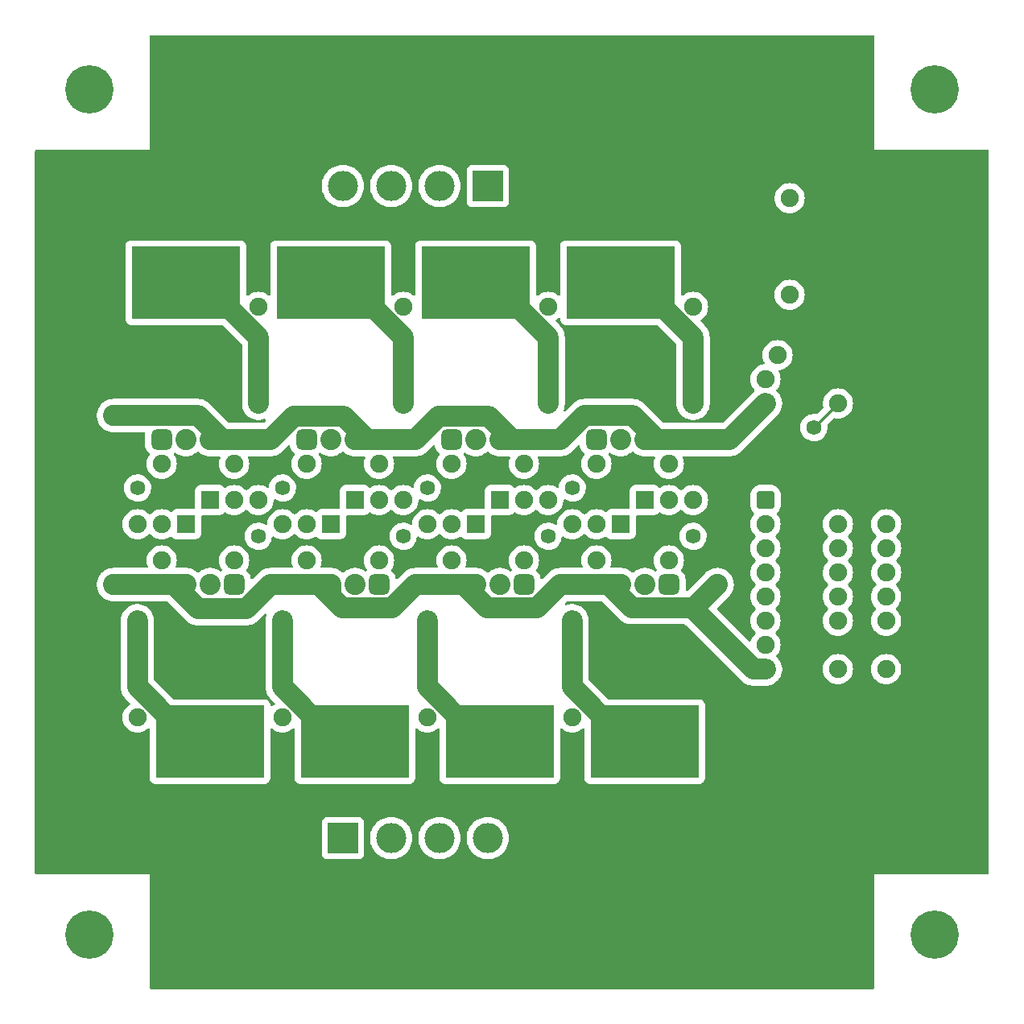
<source format=gbr>
%TF.GenerationSoftware,KiCad,Pcbnew,(6.0.0)*%
%TF.CreationDate,2023-06-08T10:59:27-04:00*%
%TF.ProjectId,OUTPUT,4f555450-5554-42e6-9b69-6361645f7063,rev?*%
%TF.SameCoordinates,Original*%
%TF.FileFunction,Copper,L1,Top*%
%TF.FilePolarity,Positive*%
%FSLAX46Y46*%
G04 Gerber Fmt 4.6, Leading zero omitted, Abs format (unit mm)*
G04 Created by KiCad (PCBNEW (6.0.0)) date 2023-06-08 10:59:27*
%MOMM*%
%LPD*%
G01*
G04 APERTURE LIST*
G04 Aperture macros list*
%AMRoundRect*
0 Rectangle with rounded corners*
0 $1 Rounding radius*
0 $2 $3 $4 $5 $6 $7 $8 $9 X,Y pos of 4 corners*
0 Add a 4 corners polygon primitive as box body*
4,1,4,$2,$3,$4,$5,$6,$7,$8,$9,$2,$3,0*
0 Add four circle primitives for the rounded corners*
1,1,$1+$1,$2,$3*
1,1,$1+$1,$4,$5*
1,1,$1+$1,$6,$7*
1,1,$1+$1,$8,$9*
0 Add four rect primitives between the rounded corners*
20,1,$1+$1,$2,$3,$4,$5,0*
20,1,$1+$1,$4,$5,$6,$7,0*
20,1,$1+$1,$6,$7,$8,$9,0*
20,1,$1+$1,$8,$9,$2,$3,0*%
G04 Aperture macros list end*
%TA.AperFunction,ComponentPad*%
%ADD10C,1.587500*%
%TD*%
%TA.AperFunction,ComponentPad*%
%ADD11RoundRect,0.635000X0.476250X0.476250X-0.476250X0.476250X-0.476250X-0.476250X0.476250X-0.476250X0*%
%TD*%
%TA.AperFunction,ComponentPad*%
%ADD12C,5.080000*%
%TD*%
%TA.AperFunction,ComponentPad*%
%ADD13C,2.222500*%
%TD*%
%TA.AperFunction,SMDPad,CuDef*%
%ADD14R,11.430000X7.620000*%
%TD*%
%TA.AperFunction,ComponentPad*%
%ADD15C,1.905000*%
%TD*%
%TA.AperFunction,ComponentPad*%
%ADD16RoundRect,0.381000X-0.571500X-0.571500X0.571500X-0.571500X0.571500X0.571500X-0.571500X0.571500X0*%
%TD*%
%TA.AperFunction,ComponentPad*%
%ADD17RoundRect,0.635000X-0.476250X-0.476250X0.476250X-0.476250X0.476250X0.476250X-0.476250X0.476250X0*%
%TD*%
%TA.AperFunction,ComponentPad*%
%ADD18C,3.175000*%
%TD*%
%TA.AperFunction,ComponentPad*%
%ADD19R,3.175000X3.175000*%
%TD*%
%TA.AperFunction,ComponentPad*%
%ADD20R,1.905000X1.905000*%
%TD*%
%TA.AperFunction,ComponentPad*%
%ADD21RoundRect,0.635000X-0.317500X-0.317500X0.317500X-0.317500X0.317500X0.317500X-0.317500X0.317500X0*%
%TD*%
%TA.AperFunction,ViaPad*%
%ADD22C,5.080000*%
%TD*%
%TA.AperFunction,ViaPad*%
%ADD23C,2.222500*%
%TD*%
%TA.AperFunction,Conductor*%
%ADD24C,2.222500*%
%TD*%
%TA.AperFunction,Conductor*%
%ADD25C,0.250000*%
%TD*%
G04 APERTURE END LIST*
D10*
%TO.P,D4,1,K*%
%TO.N,Net-(D4-Pad1)*%
X133350000Y-86360000D03*
%TO.P,D4,2,A*%
%TO.N,3.3V*%
X135890000Y-86360000D03*
%TD*%
D11*
%TO.P,T4,1,G*%
%TO.N,Q4*%
X143510000Y-96520000D03*
D12*
%TO.P,T4,2,D*%
%TO.N,Net-(F4-Pad2)*%
X140970000Y-113030000D03*
D13*
X140970000Y-96520000D03*
D14*
X140970000Y-113030000D03*
D13*
%TO.P,T4,3,S*%
%TO.N,0V*%
X138430000Y-96520000D03*
%TD*%
D15*
%TO.P,F3,1*%
%TO.N,O3*%
X146050000Y-67310000D03*
%TO.P,F3,2*%
%TO.N,Net-(F3-Pad2)*%
X146050000Y-77470000D03*
%TD*%
D10*
%TO.P,D1,1,K*%
%TO.N,Net-(D1-Pad1)*%
X115570000Y-91440000D03*
%TO.P,D1,2,A*%
%TO.N,3.3V*%
X113030000Y-91440000D03*
%TD*%
D15*
%TO.P,D8,1,K*%
%TO.N,3.3V*%
X161290000Y-74930000D03*
%TO.P,D8,2,A*%
%TO.N,0V*%
X153670000Y-74930000D03*
%TD*%
%TO.P,C2,1*%
%TO.N,3.3V*%
X160020000Y-72390000D03*
%TO.P,C2,2*%
%TO.N,0V*%
X154940000Y-72390000D03*
%TD*%
D16*
%TO.P,IC0,1,QB*%
%TO.N,Q1*%
X153670000Y-87630000D03*
D15*
%TO.P,IC0,2,QC*%
%TO.N,Q2*%
X153670000Y-90170000D03*
%TO.P,IC0,3,QD*%
%TO.N,Q3*%
X153670000Y-92710000D03*
%TO.P,IC0,4,QE*%
%TO.N,Q4*%
X153670000Y-95250000D03*
%TO.P,IC0,5,QF*%
%TO.N,Q5*%
X153670000Y-97790000D03*
%TO.P,IC0,6,QG*%
%TO.N,Q6*%
X153670000Y-100330000D03*
%TO.P,IC0,7,QH*%
%TO.N,Q7*%
X153670000Y-102870000D03*
%TO.P,IC0,8,GND*%
%TO.N,0V*%
X153670000Y-105410000D03*
%TO.P,IC0,9,QH'*%
%TO.N,unconnected-(IC0-Pad9)*%
X161290000Y-105410000D03*
%TO.P,IC0,10,~{SRCLR}*%
%TO.N,3.3V*%
X161290000Y-102870000D03*
%TO.P,IC0,11,SRCLK*%
%TO.N,CLK_SHF*%
X161290000Y-100330000D03*
%TO.P,IC0,12,RCLK*%
%TO.N,CLK_STR*%
X161290000Y-97790000D03*
%TO.P,IC0,13,~{OE}*%
%TO.N,PWM*%
X161290000Y-95250000D03*
%TO.P,IC0,14,SER*%
%TO.N,SER*%
X161290000Y-92710000D03*
%TO.P,IC0,15,QA*%
%TO.N,Q0*%
X161290000Y-90170000D03*
%TO.P,IC0,16,VCC*%
%TO.N,3.3V*%
X161290000Y-87630000D03*
%TD*%
%TO.P,F4,1*%
%TO.N,O4*%
X133350000Y-110490000D03*
%TO.P,F4,2*%
%TO.N,Net-(F4-Pad2)*%
X133350000Y-100330000D03*
%TD*%
D17*
%TO.P,T1,1,G*%
%TO.N,Q1*%
X105410000Y-81280000D03*
D12*
%TO.P,T1,2,D*%
%TO.N,Net-(F1-Pad2)*%
X107950000Y-64770000D03*
D14*
X107950000Y-64770000D03*
D13*
X107950000Y-81280000D03*
%TO.P,T1,3,S*%
%TO.N,0V*%
X110490000Y-81280000D03*
%TD*%
D15*
%TO.P,F2,1*%
%TO.N,O2*%
X130810000Y-67310000D03*
%TO.P,F2,2*%
%TO.N,Net-(F2-Pad2)*%
X130810000Y-77470000D03*
%TD*%
D18*
%TO.P,H1,1,Pin_1*%
%TO.N,O0*%
X109220000Y-54610000D03*
%TO.P,H1,2,Pin_2*%
%TO.N,O1*%
X114300000Y-54610000D03*
%TO.P,H1,3,Pin_3*%
%TO.N,O2*%
X119380000Y-54610000D03*
D19*
%TO.P,H1,4,Pin_4*%
%TO.N,O3*%
X124460000Y-54610000D03*
%TD*%
D11*
%TO.P,T5,1,G*%
%TO.N,Q5*%
X128270000Y-96520000D03*
D14*
%TO.P,T5,2,D*%
%TO.N,Net-(F5-Pad2)*%
X125730000Y-113030000D03*
D13*
X125730000Y-96520000D03*
D12*
X125730000Y-113030000D03*
D13*
%TO.P,T5,3,S*%
%TO.N,0V*%
X123190000Y-96520000D03*
%TD*%
D18*
%TO.P,H2,1,Pin_1*%
%TO.N,O4*%
X124460000Y-123190000D03*
%TO.P,H2,2,Pin_2*%
%TO.N,O5*%
X119380000Y-123190000D03*
%TO.P,H2,3,Pin_3*%
%TO.N,O6*%
X114300000Y-123190000D03*
D19*
%TO.P,H2,4,Pin_4*%
%TO.N,O7*%
X109220000Y-123190000D03*
%TD*%
D11*
%TO.P,T7,1,G*%
%TO.N,Q7*%
X97790000Y-96520000D03*
D12*
%TO.P,T7,2,D*%
%TO.N,Net-(F7-Pad2)*%
X95250000Y-113030000D03*
D13*
X95250000Y-96520000D03*
D14*
X95250000Y-113030000D03*
D13*
%TO.P,T7,3,S*%
%TO.N,0V*%
X92710000Y-96520000D03*
%TD*%
D15*
%TO.P,R5,1*%
%TO.N,Q5*%
X128270000Y-93980000D03*
%TO.P,R5,2*%
%TO.N,Net-(R5-Pad2)*%
X120650000Y-93980000D03*
%TD*%
D20*
%TO.P,T15,1,E*%
%TO.N,0V*%
X92710000Y-90170000D03*
D15*
%TO.P,T15,2,B*%
%TO.N,Net-(R7-Pad2)*%
X90170000Y-90170000D03*
%TO.P,T15,3,C*%
%TO.N,Net-(D7-Pad1)*%
X87630000Y-90170000D03*
%TD*%
D17*
%TO.P,T3,1,G*%
%TO.N,Q3*%
X135890000Y-81280000D03*
D12*
%TO.P,T3,2,D*%
%TO.N,Net-(F3-Pad2)*%
X138430000Y-64770000D03*
D14*
X138430000Y-64770000D03*
D13*
X138430000Y-81280000D03*
%TO.P,T3,3,S*%
%TO.N,0V*%
X140970000Y-81280000D03*
%TD*%
D15*
%TO.P,R1,1*%
%TO.N,Q1*%
X105410000Y-83820000D03*
%TO.P,R1,2*%
%TO.N,Net-(R1-Pad2)*%
X113030000Y-83820000D03*
%TD*%
D10*
%TO.P,D9,1,K*%
%TO.N,Net-(D9-Pad1)*%
X158750000Y-80010000D03*
%TO.P,D9,2,A*%
%TO.N,3.3V*%
X156210000Y-80010000D03*
%TD*%
D15*
%TO.P,F7,1*%
%TO.N,O7*%
X87630000Y-110490000D03*
%TO.P,F7,2*%
%TO.N,Net-(F7-Pad2)*%
X87630000Y-100330000D03*
%TD*%
%TO.P,R3,1*%
%TO.N,Q3*%
X135890000Y-83820000D03*
%TO.P,R3,2*%
%TO.N,Net-(R3-Pad2)*%
X143510000Y-83820000D03*
%TD*%
%TO.P,R2,1*%
%TO.N,Q2*%
X120650000Y-83820000D03*
%TO.P,R2,2*%
%TO.N,Net-(R2-Pad2)*%
X128270000Y-83820000D03*
%TD*%
%TO.P,C1,1*%
%TO.N,3.3V*%
X158750000Y-66040000D03*
%TO.P,C1,2*%
%TO.N,0V*%
X156210000Y-66040000D03*
%TD*%
D20*
%TO.P,T13,1,E*%
%TO.N,0V*%
X123190000Y-90170000D03*
D15*
%TO.P,T13,2,B*%
%TO.N,Net-(R5-Pad2)*%
X120650000Y-90170000D03*
%TO.P,T13,3,C*%
%TO.N,Net-(D5-Pad1)*%
X118110000Y-90170000D03*
%TD*%
D10*
%TO.P,D6,1,K*%
%TO.N,Net-(D6-Pad1)*%
X102870000Y-86360000D03*
%TO.P,D6,2,A*%
%TO.N,3.3V*%
X105410000Y-86360000D03*
%TD*%
D15*
%TO.P,R6,1*%
%TO.N,Q6*%
X113030000Y-93980000D03*
%TO.P,R6,2*%
%TO.N,Net-(R6-Pad2)*%
X105410000Y-93980000D03*
%TD*%
D20*
%TO.P,T10,1,E*%
%TO.N,0V*%
X125730000Y-87630000D03*
D15*
%TO.P,T10,2,B*%
%TO.N,Net-(R2-Pad2)*%
X128270000Y-87630000D03*
%TO.P,T10,3,C*%
%TO.N,Net-(D2-Pad1)*%
X130810000Y-87630000D03*
%TD*%
D17*
%TO.P,T0,1,G*%
%TO.N,Q0*%
X90170000Y-81280000D03*
D13*
%TO.P,T0,2,D*%
%TO.N,Net-(F0-Pad2)*%
X92710000Y-81280000D03*
D14*
X92710000Y-64770000D03*
D12*
X92710000Y-64770000D03*
D13*
%TO.P,T0,3,S*%
%TO.N,0V*%
X95250000Y-81280000D03*
%TD*%
D15*
%TO.P,R4,1*%
%TO.N,Q4*%
X143510000Y-93980000D03*
%TO.P,R4,2*%
%TO.N,Net-(R4-Pad2)*%
X135890000Y-93980000D03*
%TD*%
D10*
%TO.P,D3,1,K*%
%TO.N,Net-(D3-Pad1)*%
X146050000Y-91440000D03*
%TO.P,D3,2,A*%
%TO.N,3.3V*%
X143510000Y-91440000D03*
%TD*%
%TO.P,D5,1,K*%
%TO.N,Net-(D5-Pad1)*%
X118110000Y-86360000D03*
%TO.P,D5,2,A*%
%TO.N,3.3V*%
X120650000Y-86360000D03*
%TD*%
%TO.P,D2,1,K*%
%TO.N,Net-(D2-Pad1)*%
X130810000Y-91440000D03*
%TO.P,D2,2,A*%
%TO.N,3.3V*%
X128270000Y-91440000D03*
%TD*%
D15*
%TO.P,F5,1*%
%TO.N,O5*%
X118110000Y-110490000D03*
%TO.P,F5,2*%
%TO.N,Net-(F5-Pad2)*%
X118110000Y-100330000D03*
%TD*%
D10*
%TO.P,D7,1,K*%
%TO.N,Net-(D7-Pad1)*%
X87630000Y-86360000D03*
%TO.P,D7,2,A*%
%TO.N,3.3V*%
X90170000Y-86360000D03*
%TD*%
D17*
%TO.P,T2,1,G*%
%TO.N,Q2*%
X120650000Y-81280000D03*
D14*
%TO.P,T2,2,D*%
%TO.N,Net-(F2-Pad2)*%
X123190000Y-64770000D03*
D13*
X123190000Y-81280000D03*
D12*
X123190000Y-64770000D03*
D13*
%TO.P,T2,3,S*%
%TO.N,0V*%
X125730000Y-81280000D03*
%TD*%
D11*
%TO.P,T6,1,G*%
%TO.N,Q6*%
X113030000Y-96520000D03*
D13*
%TO.P,T6,2,D*%
%TO.N,Net-(F6-Pad2)*%
X110490000Y-96520000D03*
D12*
X110490000Y-113030000D03*
D14*
X110490000Y-113030000D03*
D13*
%TO.P,T6,3,S*%
%TO.N,0V*%
X107950000Y-96520000D03*
%TD*%
D15*
%TO.P,C0,1*%
%TO.N,3.3V*%
X158750000Y-55880000D03*
%TO.P,C0,2*%
%TO.N,0V*%
X156210000Y-55880000D03*
%TD*%
%TO.P,R7,1*%
%TO.N,Q7*%
X97790000Y-93980000D03*
%TO.P,R7,2*%
%TO.N,Net-(R7-Pad2)*%
X90170000Y-93980000D03*
%TD*%
D20*
%TO.P,T9,1,E*%
%TO.N,0V*%
X110490000Y-87630000D03*
D15*
%TO.P,T9,2,B*%
%TO.N,Net-(R1-Pad2)*%
X113030000Y-87630000D03*
%TO.P,T9,3,C*%
%TO.N,Net-(D1-Pad1)*%
X115570000Y-87630000D03*
%TD*%
D21*
%TO.P,H0,1,Pin_1*%
%TO.N,3.3V*%
X166370000Y-87630000D03*
D15*
%TO.P,H0,2,Pin_2*%
%TO.N,unconnected-(H0-Pad2)*%
X166370000Y-90170000D03*
%TO.P,H0,3,Pin_3*%
%TO.N,SER*%
X166370000Y-92710000D03*
%TO.P,H0,4,Pin_4*%
%TO.N,PWM*%
X166370000Y-95250000D03*
%TO.P,H0,5,Pin_5*%
%TO.N,CLK_STR*%
X166347408Y-97788592D03*
%TO.P,H0,6,Pin_6*%
%TO.N,CLK_SHF*%
X166347408Y-100328592D03*
%TO.P,H0,7,Pin_7*%
%TO.N,3.3V*%
X166347408Y-102870000D03*
%TO.P,H0,8,Pin_8*%
%TO.N,0V*%
X166347408Y-105410000D03*
%TD*%
D20*
%TO.P,T14,1,E*%
%TO.N,0V*%
X107950000Y-90170000D03*
D15*
%TO.P,T14,2,B*%
%TO.N,Net-(R6-Pad2)*%
X105410000Y-90170000D03*
%TO.P,T14,3,C*%
%TO.N,Net-(D6-Pad1)*%
X102870000Y-90170000D03*
%TD*%
D20*
%TO.P,T8,1,E*%
%TO.N,0V*%
X95250000Y-87630000D03*
D15*
%TO.P,T8,2,B*%
%TO.N,Net-(R0-Pad2)*%
X97790000Y-87630000D03*
%TO.P,T8,3,C*%
%TO.N,Net-(D0-Pad1)*%
X100330000Y-87630000D03*
%TD*%
D20*
%TO.P,T12,1,E*%
%TO.N,0V*%
X138430000Y-90170000D03*
D15*
%TO.P,T12,2,B*%
%TO.N,Net-(R4-Pad2)*%
X135890000Y-90170000D03*
%TO.P,T12,3,C*%
%TO.N,Net-(D4-Pad1)*%
X133350000Y-90170000D03*
%TD*%
D20*
%TO.P,T11,1,E*%
%TO.N,0V*%
X140970000Y-87630000D03*
D15*
%TO.P,T11,2,B*%
%TO.N,Net-(R3-Pad2)*%
X143510000Y-87630000D03*
%TO.P,T11,3,C*%
%TO.N,Net-(D3-Pad1)*%
X146050000Y-87630000D03*
%TD*%
%TO.P,F1,1*%
%TO.N,O1*%
X115570000Y-67310000D03*
%TO.P,F1,2*%
%TO.N,Net-(F1-Pad2)*%
X115570000Y-77470000D03*
%TD*%
%TO.P,R0,1*%
%TO.N,Q0*%
X90170000Y-83820000D03*
%TO.P,R0,2*%
%TO.N,Net-(R0-Pad2)*%
X97790000Y-83820000D03*
%TD*%
D10*
%TO.P,D0,1,K*%
%TO.N,Net-(D0-Pad1)*%
X100330000Y-91440000D03*
%TO.P,D0,2,A*%
%TO.N,3.3V*%
X97790000Y-91440000D03*
%TD*%
D15*
%TO.P,F0,1*%
%TO.N,O0*%
X100330000Y-67310000D03*
%TO.P,F0,2*%
%TO.N,Net-(F0-Pad2)*%
X100330000Y-77470000D03*
%TD*%
%TO.P,R8,1*%
%TO.N,Net-(D9-Pad1)*%
X161290000Y-77470000D03*
%TO.P,R8,2*%
%TO.N,0V*%
X153670000Y-77470000D03*
%TD*%
%TO.P,F6,1*%
%TO.N,O6*%
X102870000Y-110490000D03*
%TO.P,F6,2*%
%TO.N,Net-(F6-Pad2)*%
X102870000Y-100330000D03*
%TD*%
D22*
%TO.N,0V*%
X82550000Y-44450000D03*
X82550000Y-133350000D03*
X171450000Y-44450000D03*
D23*
X85090000Y-78740000D03*
X85090000Y-96520000D03*
D22*
X171450000Y-133350000D03*
D23*
X148590000Y-96520000D03*
%TD*%
D24*
%TO.N,0V*%
X134620000Y-78740000D02*
X132080000Y-81280000D01*
X119262011Y-78857989D02*
X116840000Y-81280000D01*
X116840000Y-96520000D02*
X123190000Y-96520000D01*
X127635000Y-81280000D02*
X125730000Y-81280000D01*
X139700000Y-78740000D02*
X134620000Y-78740000D01*
X93980000Y-99060000D02*
X99060000Y-99060000D01*
X109337989Y-78857989D02*
X104022011Y-78857989D01*
X139582020Y-98942020D02*
X145932020Y-98942020D01*
X107950000Y-97790000D02*
X109102011Y-98942011D01*
X111760000Y-81280000D02*
X109337989Y-78857989D01*
X153670000Y-77470000D02*
X149860000Y-81280000D01*
X116840000Y-81280000D02*
X110490000Y-81280000D01*
X124342011Y-98942011D02*
X129657989Y-98942011D01*
X85090000Y-96520000D02*
X92710000Y-96520000D01*
X124577989Y-78857989D02*
X119262011Y-78857989D01*
X104022011Y-78857989D02*
X101600000Y-81280000D01*
X99060000Y-99060000D02*
X101600000Y-96520000D01*
X127000000Y-81280000D02*
X124577989Y-78857989D01*
X146167980Y-98942020D02*
X148590000Y-96520000D01*
X143510000Y-98942020D02*
X146167980Y-98942020D01*
X93980000Y-78740000D02*
X85090000Y-78740000D01*
X106680000Y-96520000D02*
X107832011Y-97672011D01*
X96520000Y-81280000D02*
X93980000Y-78740000D01*
X145932020Y-98942020D02*
X152400000Y-105410000D01*
X109102011Y-98942011D02*
X114417989Y-98942011D01*
X114417989Y-98942011D02*
X116840000Y-96520000D01*
X132080000Y-81280000D02*
X127635000Y-81280000D01*
X107950000Y-96520000D02*
X107950000Y-97790000D01*
X91440000Y-96520000D02*
X93980000Y-99060000D01*
X149860000Y-81280000D02*
X140970000Y-81280000D01*
X132080000Y-96520000D02*
X138430000Y-96520000D01*
X121920000Y-96520000D02*
X124342011Y-98942011D01*
X142240000Y-81280000D02*
X139700000Y-78740000D01*
X101600000Y-96520000D02*
X107950000Y-96520000D01*
X127635000Y-81280000D02*
X127000000Y-81280000D01*
X129657989Y-98942011D02*
X132080000Y-96520000D01*
X152400000Y-105410000D02*
X153670000Y-105410000D01*
X137160000Y-96520000D02*
X139582020Y-98942020D01*
X101600000Y-81280000D02*
X95250000Y-81280000D01*
D25*
%TO.N,Net-(D9-Pad1)*%
X161290000Y-77470000D02*
X158750000Y-80010000D01*
%TO.N,CLK_SHF*%
X161291408Y-100328592D02*
X161290000Y-100330000D01*
X166346000Y-100330000D02*
X166347408Y-100328592D01*
%TO.N,CLK_STR*%
X161291408Y-97788592D02*
X161290000Y-97790000D01*
X166346000Y-97790000D02*
X166347408Y-97788592D01*
D24*
%TO.N,Net-(F0-Pad2)*%
X100355735Y-70510735D02*
X100355735Y-77470000D01*
X94615000Y-64770000D02*
X100355735Y-70510735D01*
%TO.N,Net-(F1-Pad2)*%
X115595735Y-70510735D02*
X115595735Y-77470000D01*
X109855000Y-64770000D02*
X115595735Y-70510735D01*
%TO.N,Net-(F2-Pad2)*%
X123190000Y-64770000D02*
X125069265Y-64770000D01*
X130810000Y-70510735D02*
X130810000Y-77470000D01*
X125069265Y-64770000D02*
X130810000Y-70510735D01*
%TO.N,Net-(F3-Pad2)*%
X138430000Y-64770000D02*
X140309265Y-64770000D01*
X140309265Y-64770000D02*
X146050000Y-70510735D01*
X146050000Y-70510735D02*
X146050000Y-77470000D01*
%TO.N,Net-(F4-Pad2)*%
X139065000Y-113030000D02*
X133324265Y-107289265D01*
X133324265Y-107289265D02*
X133324265Y-100330000D01*
%TO.N,Net-(F5-Pad2)*%
X123825000Y-113030000D02*
X118084265Y-107289265D01*
X118084265Y-107289265D02*
X118084265Y-100330000D01*
%TO.N,Net-(F6-Pad2)*%
X102844265Y-107289265D02*
X102844265Y-100330000D01*
X108585000Y-113030000D02*
X102844265Y-107289265D01*
%TO.N,Net-(F7-Pad2)*%
X93345000Y-113030000D02*
X87604265Y-107289265D01*
X87604265Y-107289265D02*
X87604265Y-100330000D01*
%TD*%
%TA.AperFunction,Conductor*%
%TO.N,3.3V*%
G36*
X165042121Y-38755002D02*
G01*
X165088614Y-38808658D01*
X165100000Y-38861000D01*
X165100000Y-50800000D01*
X177039000Y-50800000D01*
X177107121Y-50820002D01*
X177153614Y-50873658D01*
X177165000Y-50926000D01*
X177165000Y-126874000D01*
X177144998Y-126942121D01*
X177091342Y-126988614D01*
X177039000Y-127000000D01*
X165100000Y-127000000D01*
X165100000Y-138939000D01*
X165079998Y-139007121D01*
X165026342Y-139053614D01*
X164974000Y-139065000D01*
X89026000Y-139065000D01*
X88957879Y-139044998D01*
X88911386Y-138991342D01*
X88900000Y-138939000D01*
X88900000Y-127000000D01*
X76961000Y-127000000D01*
X76892879Y-126979998D01*
X76846386Y-126926342D01*
X76835000Y-126874000D01*
X76835000Y-121538319D01*
X106997000Y-121538319D01*
X106997001Y-124841680D01*
X106999835Y-124877704D01*
X107001630Y-124883881D01*
X107001631Y-124883887D01*
X107042419Y-125024280D01*
X107044631Y-125031893D01*
X107126365Y-125170098D01*
X107239902Y-125283635D01*
X107378107Y-125365369D01*
X107385718Y-125367580D01*
X107385720Y-125367581D01*
X107526119Y-125408371D01*
X107526124Y-125408372D01*
X107532296Y-125410165D01*
X107553919Y-125411867D01*
X107565862Y-125412807D01*
X107565871Y-125412807D01*
X107568319Y-125413000D01*
X109218663Y-125413000D01*
X110871680Y-125412999D01*
X110890923Y-125411485D01*
X110901286Y-125410670D01*
X110901287Y-125410670D01*
X110907704Y-125410165D01*
X110913884Y-125408370D01*
X110913887Y-125408369D01*
X111054280Y-125367581D01*
X111054282Y-125367580D01*
X111061893Y-125365369D01*
X111200098Y-125283635D01*
X111313635Y-125170098D01*
X111395369Y-125031893D01*
X111397581Y-125024280D01*
X111438371Y-124883881D01*
X111438372Y-124883876D01*
X111440165Y-124877704D01*
X111441867Y-124856081D01*
X111442807Y-124844138D01*
X111442807Y-124844129D01*
X111443000Y-124841681D01*
X111442999Y-123190000D01*
X112072230Y-123190000D01*
X112091289Y-123480782D01*
X112148139Y-123766589D01*
X112241809Y-124042531D01*
X112243632Y-124046227D01*
X112243635Y-124046235D01*
X112347897Y-124257654D01*
X112370695Y-124303885D01*
X112532591Y-124546180D01*
X112535305Y-124549274D01*
X112535309Y-124549280D01*
X112722020Y-124762182D01*
X112724729Y-124765271D01*
X112727818Y-124767980D01*
X112940720Y-124954691D01*
X112940726Y-124954695D01*
X112943820Y-124957409D01*
X112947246Y-124959698D01*
X112947251Y-124959702D01*
X113182680Y-125117010D01*
X113186115Y-125119305D01*
X113189818Y-125121131D01*
X113443765Y-125246365D01*
X113443773Y-125246368D01*
X113447469Y-125248191D01*
X113451384Y-125249520D01*
X113719504Y-125340535D01*
X113719508Y-125340536D01*
X113723411Y-125341861D01*
X113727450Y-125342664D01*
X113727456Y-125342666D01*
X114005175Y-125397907D01*
X114005178Y-125397907D01*
X114009218Y-125398711D01*
X114013329Y-125398980D01*
X114013333Y-125398981D01*
X114295881Y-125417500D01*
X114300000Y-125417770D01*
X114304119Y-125417500D01*
X114586667Y-125398981D01*
X114586671Y-125398980D01*
X114590782Y-125398711D01*
X114594822Y-125397907D01*
X114594825Y-125397907D01*
X114872544Y-125342666D01*
X114872550Y-125342664D01*
X114876589Y-125341861D01*
X114880492Y-125340536D01*
X114880496Y-125340535D01*
X115148616Y-125249520D01*
X115152531Y-125248191D01*
X115156227Y-125246368D01*
X115156235Y-125246365D01*
X115410182Y-125121131D01*
X115413885Y-125119305D01*
X115417320Y-125117010D01*
X115652749Y-124959702D01*
X115652754Y-124959698D01*
X115656180Y-124957409D01*
X115659274Y-124954695D01*
X115659280Y-124954691D01*
X115872182Y-124767980D01*
X115875271Y-124765271D01*
X115877980Y-124762182D01*
X116064691Y-124549280D01*
X116064695Y-124549274D01*
X116067409Y-124546180D01*
X116229305Y-124303885D01*
X116252103Y-124257654D01*
X116356365Y-124046235D01*
X116356368Y-124046227D01*
X116358191Y-124042531D01*
X116451861Y-123766589D01*
X116508711Y-123480782D01*
X116527770Y-123190000D01*
X117152230Y-123190000D01*
X117171289Y-123480782D01*
X117228139Y-123766589D01*
X117321809Y-124042531D01*
X117323632Y-124046227D01*
X117323635Y-124046235D01*
X117427897Y-124257654D01*
X117450695Y-124303885D01*
X117612591Y-124546180D01*
X117615305Y-124549274D01*
X117615309Y-124549280D01*
X117802020Y-124762182D01*
X117804729Y-124765271D01*
X117807818Y-124767980D01*
X118020720Y-124954691D01*
X118020726Y-124954695D01*
X118023820Y-124957409D01*
X118027246Y-124959698D01*
X118027251Y-124959702D01*
X118262680Y-125117010D01*
X118266115Y-125119305D01*
X118269818Y-125121131D01*
X118523765Y-125246365D01*
X118523773Y-125246368D01*
X118527469Y-125248191D01*
X118531384Y-125249520D01*
X118799504Y-125340535D01*
X118799508Y-125340536D01*
X118803411Y-125341861D01*
X118807450Y-125342664D01*
X118807456Y-125342666D01*
X119085175Y-125397907D01*
X119085178Y-125397907D01*
X119089218Y-125398711D01*
X119093329Y-125398980D01*
X119093333Y-125398981D01*
X119375881Y-125417500D01*
X119380000Y-125417770D01*
X119384119Y-125417500D01*
X119666667Y-125398981D01*
X119666671Y-125398980D01*
X119670782Y-125398711D01*
X119674822Y-125397907D01*
X119674825Y-125397907D01*
X119952544Y-125342666D01*
X119952550Y-125342664D01*
X119956589Y-125341861D01*
X119960492Y-125340536D01*
X119960496Y-125340535D01*
X120228616Y-125249520D01*
X120232531Y-125248191D01*
X120236227Y-125246368D01*
X120236235Y-125246365D01*
X120490182Y-125121131D01*
X120493885Y-125119305D01*
X120497320Y-125117010D01*
X120732749Y-124959702D01*
X120732754Y-124959698D01*
X120736180Y-124957409D01*
X120739274Y-124954695D01*
X120739280Y-124954691D01*
X120952182Y-124767980D01*
X120955271Y-124765271D01*
X120957980Y-124762182D01*
X121144691Y-124549280D01*
X121144695Y-124549274D01*
X121147409Y-124546180D01*
X121309305Y-124303885D01*
X121332103Y-124257654D01*
X121436365Y-124046235D01*
X121436368Y-124046227D01*
X121438191Y-124042531D01*
X121531861Y-123766589D01*
X121588711Y-123480782D01*
X121607770Y-123190000D01*
X122232230Y-123190000D01*
X122251289Y-123480782D01*
X122308139Y-123766589D01*
X122401809Y-124042531D01*
X122403632Y-124046227D01*
X122403635Y-124046235D01*
X122507897Y-124257654D01*
X122530695Y-124303885D01*
X122692591Y-124546180D01*
X122695305Y-124549274D01*
X122695309Y-124549280D01*
X122882020Y-124762182D01*
X122884729Y-124765271D01*
X122887818Y-124767980D01*
X123100720Y-124954691D01*
X123100726Y-124954695D01*
X123103820Y-124957409D01*
X123107246Y-124959698D01*
X123107251Y-124959702D01*
X123342680Y-125117010D01*
X123346115Y-125119305D01*
X123349818Y-125121131D01*
X123603765Y-125246365D01*
X123603773Y-125246368D01*
X123607469Y-125248191D01*
X123611384Y-125249520D01*
X123879504Y-125340535D01*
X123879508Y-125340536D01*
X123883411Y-125341861D01*
X123887450Y-125342664D01*
X123887456Y-125342666D01*
X124165175Y-125397907D01*
X124165178Y-125397907D01*
X124169218Y-125398711D01*
X124173329Y-125398980D01*
X124173333Y-125398981D01*
X124455881Y-125417500D01*
X124460000Y-125417770D01*
X124464119Y-125417500D01*
X124746667Y-125398981D01*
X124746671Y-125398980D01*
X124750782Y-125398711D01*
X124754822Y-125397907D01*
X124754825Y-125397907D01*
X125032544Y-125342666D01*
X125032550Y-125342664D01*
X125036589Y-125341861D01*
X125040492Y-125340536D01*
X125040496Y-125340535D01*
X125308616Y-125249520D01*
X125312531Y-125248191D01*
X125316227Y-125246368D01*
X125316235Y-125246365D01*
X125570182Y-125121131D01*
X125573885Y-125119305D01*
X125577320Y-125117010D01*
X125812749Y-124959702D01*
X125812754Y-124959698D01*
X125816180Y-124957409D01*
X125819274Y-124954695D01*
X125819280Y-124954691D01*
X126032182Y-124767980D01*
X126035271Y-124765271D01*
X126037980Y-124762182D01*
X126224691Y-124549280D01*
X126224695Y-124549274D01*
X126227409Y-124546180D01*
X126389305Y-124303885D01*
X126412103Y-124257654D01*
X126516365Y-124046235D01*
X126516368Y-124046227D01*
X126518191Y-124042531D01*
X126611861Y-123766589D01*
X126668711Y-123480782D01*
X126687770Y-123190000D01*
X126668711Y-122899218D01*
X126611861Y-122613411D01*
X126518191Y-122337469D01*
X126516368Y-122333773D01*
X126516365Y-122333765D01*
X126391131Y-122079818D01*
X126389305Y-122076115D01*
X126227409Y-121833820D01*
X126224695Y-121830726D01*
X126224691Y-121830720D01*
X126037980Y-121617818D01*
X126035271Y-121614729D01*
X126032182Y-121612020D01*
X125819280Y-121425309D01*
X125819274Y-121425305D01*
X125816180Y-121422591D01*
X125812754Y-121420302D01*
X125812749Y-121420298D01*
X125577320Y-121262990D01*
X125577318Y-121262989D01*
X125573885Y-121260695D01*
X125484719Y-121216723D01*
X125316235Y-121133635D01*
X125316227Y-121133632D01*
X125312531Y-121131809D01*
X125308616Y-121130480D01*
X125040496Y-121039465D01*
X125040492Y-121039464D01*
X125036589Y-121038139D01*
X125032550Y-121037336D01*
X125032544Y-121037334D01*
X124754825Y-120982093D01*
X124754822Y-120982093D01*
X124750782Y-120981289D01*
X124746671Y-120981020D01*
X124746667Y-120981019D01*
X124464119Y-120962500D01*
X124460000Y-120962230D01*
X124455881Y-120962500D01*
X124173333Y-120981019D01*
X124173329Y-120981020D01*
X124169218Y-120981289D01*
X124165178Y-120982093D01*
X124165175Y-120982093D01*
X123887456Y-121037334D01*
X123887450Y-121037336D01*
X123883411Y-121038139D01*
X123879508Y-121039464D01*
X123879504Y-121039465D01*
X123611384Y-121130480D01*
X123607469Y-121131809D01*
X123603773Y-121133632D01*
X123603765Y-121133635D01*
X123435281Y-121216723D01*
X123346115Y-121260695D01*
X123342682Y-121262989D01*
X123342680Y-121262990D01*
X123107251Y-121420298D01*
X123107246Y-121420302D01*
X123103820Y-121422591D01*
X123100726Y-121425305D01*
X123100720Y-121425309D01*
X122887818Y-121612020D01*
X122884729Y-121614729D01*
X122882020Y-121617818D01*
X122695309Y-121830720D01*
X122695305Y-121830726D01*
X122692591Y-121833820D01*
X122530695Y-122076115D01*
X122528869Y-122079818D01*
X122403635Y-122333765D01*
X122403632Y-122333773D01*
X122401809Y-122337469D01*
X122308139Y-122613411D01*
X122251289Y-122899218D01*
X122232230Y-123190000D01*
X121607770Y-123190000D01*
X121588711Y-122899218D01*
X121531861Y-122613411D01*
X121438191Y-122337469D01*
X121436368Y-122333773D01*
X121436365Y-122333765D01*
X121311131Y-122079818D01*
X121309305Y-122076115D01*
X121147409Y-121833820D01*
X121144695Y-121830726D01*
X121144691Y-121830720D01*
X120957980Y-121617818D01*
X120955271Y-121614729D01*
X120952182Y-121612020D01*
X120739280Y-121425309D01*
X120739274Y-121425305D01*
X120736180Y-121422591D01*
X120732754Y-121420302D01*
X120732749Y-121420298D01*
X120497320Y-121262990D01*
X120497318Y-121262989D01*
X120493885Y-121260695D01*
X120404719Y-121216723D01*
X120236235Y-121133635D01*
X120236227Y-121133632D01*
X120232531Y-121131809D01*
X120228616Y-121130480D01*
X119960496Y-121039465D01*
X119960492Y-121039464D01*
X119956589Y-121038139D01*
X119952550Y-121037336D01*
X119952544Y-121037334D01*
X119674825Y-120982093D01*
X119674822Y-120982093D01*
X119670782Y-120981289D01*
X119666671Y-120981020D01*
X119666667Y-120981019D01*
X119384119Y-120962500D01*
X119380000Y-120962230D01*
X119375881Y-120962500D01*
X119093333Y-120981019D01*
X119093329Y-120981020D01*
X119089218Y-120981289D01*
X119085178Y-120982093D01*
X119085175Y-120982093D01*
X118807456Y-121037334D01*
X118807450Y-121037336D01*
X118803411Y-121038139D01*
X118799508Y-121039464D01*
X118799504Y-121039465D01*
X118531384Y-121130480D01*
X118527469Y-121131809D01*
X118523773Y-121133632D01*
X118523765Y-121133635D01*
X118355281Y-121216723D01*
X118266115Y-121260695D01*
X118262682Y-121262989D01*
X118262680Y-121262990D01*
X118027251Y-121420298D01*
X118027246Y-121420302D01*
X118023820Y-121422591D01*
X118020726Y-121425305D01*
X118020720Y-121425309D01*
X117807818Y-121612020D01*
X117804729Y-121614729D01*
X117802020Y-121617818D01*
X117615309Y-121830720D01*
X117615305Y-121830726D01*
X117612591Y-121833820D01*
X117450695Y-122076115D01*
X117448869Y-122079818D01*
X117323635Y-122333765D01*
X117323632Y-122333773D01*
X117321809Y-122337469D01*
X117228139Y-122613411D01*
X117171289Y-122899218D01*
X117152230Y-123190000D01*
X116527770Y-123190000D01*
X116508711Y-122899218D01*
X116451861Y-122613411D01*
X116358191Y-122337469D01*
X116356368Y-122333773D01*
X116356365Y-122333765D01*
X116231131Y-122079818D01*
X116229305Y-122076115D01*
X116067409Y-121833820D01*
X116064695Y-121830726D01*
X116064691Y-121830720D01*
X115877980Y-121617818D01*
X115875271Y-121614729D01*
X115872182Y-121612020D01*
X115659280Y-121425309D01*
X115659274Y-121425305D01*
X115656180Y-121422591D01*
X115652754Y-121420302D01*
X115652749Y-121420298D01*
X115417320Y-121262990D01*
X115417318Y-121262989D01*
X115413885Y-121260695D01*
X115324719Y-121216723D01*
X115156235Y-121133635D01*
X115156227Y-121133632D01*
X115152531Y-121131809D01*
X115148616Y-121130480D01*
X114880496Y-121039465D01*
X114880492Y-121039464D01*
X114876589Y-121038139D01*
X114872550Y-121037336D01*
X114872544Y-121037334D01*
X114594825Y-120982093D01*
X114594822Y-120982093D01*
X114590782Y-120981289D01*
X114586671Y-120981020D01*
X114586667Y-120981019D01*
X114304119Y-120962500D01*
X114300000Y-120962230D01*
X114295881Y-120962500D01*
X114013333Y-120981019D01*
X114013329Y-120981020D01*
X114009218Y-120981289D01*
X114005178Y-120982093D01*
X114005175Y-120982093D01*
X113727456Y-121037334D01*
X113727450Y-121037336D01*
X113723411Y-121038139D01*
X113719508Y-121039464D01*
X113719504Y-121039465D01*
X113451384Y-121130480D01*
X113447469Y-121131809D01*
X113443773Y-121133632D01*
X113443765Y-121133635D01*
X113275281Y-121216723D01*
X113186115Y-121260695D01*
X113182682Y-121262989D01*
X113182680Y-121262990D01*
X112947251Y-121420298D01*
X112947246Y-121420302D01*
X112943820Y-121422591D01*
X112940726Y-121425305D01*
X112940720Y-121425309D01*
X112727818Y-121612020D01*
X112724729Y-121614729D01*
X112722020Y-121617818D01*
X112535309Y-121830720D01*
X112535305Y-121830726D01*
X112532591Y-121833820D01*
X112370695Y-122076115D01*
X112368869Y-122079818D01*
X112243635Y-122333765D01*
X112243632Y-122333773D01*
X112241809Y-122337469D01*
X112148139Y-122613411D01*
X112091289Y-122899218D01*
X112072230Y-123190000D01*
X111442999Y-123190000D01*
X111442999Y-121538320D01*
X111440165Y-121502296D01*
X111417799Y-121425309D01*
X111397581Y-121355720D01*
X111397580Y-121355718D01*
X111395369Y-121348107D01*
X111313635Y-121209902D01*
X111200098Y-121096365D01*
X111061893Y-121014631D01*
X111054282Y-121012420D01*
X111054280Y-121012419D01*
X110913881Y-120971629D01*
X110913876Y-120971628D01*
X110907704Y-120969835D01*
X110886081Y-120968133D01*
X110874138Y-120967193D01*
X110874129Y-120967193D01*
X110871681Y-120967000D01*
X109221337Y-120967000D01*
X107568320Y-120967001D01*
X107549077Y-120968515D01*
X107538714Y-120969330D01*
X107538713Y-120969330D01*
X107532296Y-120969835D01*
X107526116Y-120971630D01*
X107526113Y-120971631D01*
X107385720Y-121012419D01*
X107385718Y-121012420D01*
X107378107Y-121014631D01*
X107239902Y-121096365D01*
X107126365Y-121209902D01*
X107044631Y-121348107D01*
X107042420Y-121355718D01*
X107042419Y-121355720D01*
X107001629Y-121496119D01*
X107001628Y-121496124D01*
X106999835Y-121502296D01*
X106999331Y-121508706D01*
X106997194Y-121535856D01*
X106997000Y-121538319D01*
X76835000Y-121538319D01*
X76835000Y-96474147D01*
X83338952Y-96474147D01*
X83339176Y-96478812D01*
X83339176Y-96478817D01*
X83340475Y-96505849D01*
X83342436Y-96546677D01*
X83342570Y-96554341D01*
X83341619Y-96626936D01*
X83347126Y-96667399D01*
X83348098Y-96674540D01*
X83349104Y-96685487D01*
X83351184Y-96728799D01*
X83351185Y-96728806D01*
X83351409Y-96733472D01*
X83352321Y-96738057D01*
X83352322Y-96738065D01*
X83365570Y-96804668D01*
X83366840Y-96812256D01*
X83373666Y-96862412D01*
X83376630Y-96884188D01*
X83390075Y-96930316D01*
X83392685Y-96940981D01*
X83402059Y-96988108D01*
X83403637Y-96992503D01*
X83426587Y-97056425D01*
X83428965Y-97063743D01*
X83446343Y-97123362D01*
X83449280Y-97133440D01*
X83451238Y-97137687D01*
X83451239Y-97137690D01*
X83469396Y-97177075D01*
X83473558Y-97187249D01*
X83489790Y-97232459D01*
X83522425Y-97293195D01*
X83524145Y-97296397D01*
X83527577Y-97303280D01*
X83557974Y-97369216D01*
X83584323Y-97409404D01*
X83589935Y-97418838D01*
X83612675Y-97461160D01*
X83615473Y-97464907D01*
X83656108Y-97519324D01*
X83660522Y-97525628D01*
X83697758Y-97582423D01*
X83697761Y-97582428D01*
X83700324Y-97586336D01*
X83732321Y-97622185D01*
X83739267Y-97630688D01*
X83765220Y-97665443D01*
X83768014Y-97669184D01*
X83771323Y-97672465D01*
X83771328Y-97672470D01*
X83795130Y-97696064D01*
X83819573Y-97720296D01*
X83824858Y-97725865D01*
X83866379Y-97772384D01*
X83873203Y-97780030D01*
X83889425Y-97793522D01*
X83910138Y-97810749D01*
X83918273Y-97818138D01*
X83952396Y-97851964D01*
X84010950Y-97894898D01*
X84017011Y-97899634D01*
X84072813Y-97946044D01*
X84076807Y-97948468D01*
X84076816Y-97948474D01*
X84113889Y-97970971D01*
X84123027Y-97977077D01*
X84157994Y-98002716D01*
X84158005Y-98002723D01*
X84161768Y-98005482D01*
X84165901Y-98007656D01*
X84165905Y-98007659D01*
X84226006Y-98039280D01*
X84232703Y-98043069D01*
X84290766Y-98078302D01*
X84290771Y-98078305D01*
X84294768Y-98080730D01*
X84325935Y-98093799D01*
X84339084Y-98099313D01*
X84349027Y-98104003D01*
X84391532Y-98126366D01*
X84395948Y-98127908D01*
X84460067Y-98150300D01*
X84467249Y-98153057D01*
X84534194Y-98181129D01*
X84563378Y-98188541D01*
X84580762Y-98192956D01*
X84591287Y-98196124D01*
X84632229Y-98210422D01*
X84632234Y-98210423D01*
X84636640Y-98211962D01*
X84641222Y-98212832D01*
X84641226Y-98212833D01*
X84707953Y-98225501D01*
X84715466Y-98227167D01*
X84781292Y-98243885D01*
X84781299Y-98243886D01*
X84785830Y-98245037D01*
X84790479Y-98245505D01*
X84790484Y-98245506D01*
X84833635Y-98249851D01*
X84844511Y-98251428D01*
X84876967Y-98257589D01*
X84891708Y-98260388D01*
X84964242Y-98263238D01*
X84971917Y-98263775D01*
X84998324Y-98266434D01*
X84998325Y-98266434D01*
X85001463Y-98266750D01*
X85051150Y-98266750D01*
X85056097Y-98266847D01*
X85146464Y-98270398D01*
X85146470Y-98270398D01*
X85151132Y-98270581D01*
X85179273Y-98267499D01*
X85192990Y-98266750D01*
X90664282Y-98266750D01*
X90732403Y-98286752D01*
X90753377Y-98303655D01*
X92706269Y-100256546D01*
X92711177Y-100261740D01*
X92723914Y-100276010D01*
X92763203Y-100320030D01*
X92766796Y-100323018D01*
X92850458Y-100392600D01*
X92852136Y-100394021D01*
X92873968Y-100412832D01*
X92938079Y-100468074D01*
X92942026Y-100470564D01*
X92942035Y-100470571D01*
X92944049Y-100471841D01*
X92957390Y-100481534D01*
X92962813Y-100486044D01*
X92966804Y-100488466D01*
X92966814Y-100488473D01*
X93059849Y-100544929D01*
X93061717Y-100546085D01*
X93153687Y-100604113D01*
X93153698Y-100604119D01*
X93157651Y-100606613D01*
X93161931Y-100608496D01*
X93161936Y-100608499D01*
X93164107Y-100609454D01*
X93178723Y-100617062D01*
X93184768Y-100620730D01*
X93289450Y-100664626D01*
X93291423Y-100665474D01*
X93395287Y-100711176D01*
X93402104Y-100713034D01*
X93417691Y-100718402D01*
X93424194Y-100721129D01*
X93534199Y-100749067D01*
X93536269Y-100749612D01*
X93573229Y-100759688D01*
X93641263Y-100778237D01*
X93641269Y-100778238D01*
X93645769Y-100779465D01*
X93652776Y-100780294D01*
X93668982Y-100783298D01*
X93675830Y-100785037D01*
X93756390Y-100793149D01*
X93788748Y-100796407D01*
X93790935Y-100796646D01*
X93826219Y-100800822D01*
X93903594Y-100809980D01*
X94007388Y-100806809D01*
X94011236Y-100806750D01*
X99005443Y-100806750D01*
X99012586Y-100806953D01*
X99085894Y-100811116D01*
X99085901Y-100811116D01*
X99090570Y-100811381D01*
X99203504Y-100801004D01*
X99205669Y-100800823D01*
X99318910Y-100792408D01*
X99325791Y-100790851D01*
X99342076Y-100788271D01*
X99349106Y-100787625D01*
X99380214Y-100780013D01*
X99459338Y-100760652D01*
X99461478Y-100760148D01*
X99540716Y-100742218D01*
X99572132Y-100735109D01*
X99576481Y-100733418D01*
X99576487Y-100733416D01*
X99578711Y-100732551D01*
X99594416Y-100727600D01*
X99596741Y-100727031D01*
X99596754Y-100727027D01*
X99601289Y-100725917D01*
X99643197Y-100708772D01*
X99706329Y-100682944D01*
X99708372Y-100682129D01*
X99809750Y-100642705D01*
X99814104Y-100641012D01*
X99820231Y-100637510D01*
X99835048Y-100630283D01*
X99837251Y-100629382D01*
X99837258Y-100629379D01*
X99841581Y-100627610D01*
X99853146Y-100620730D01*
X99939097Y-100569594D01*
X99940997Y-100568486D01*
X99948601Y-100564140D01*
X100039509Y-100512182D01*
X100045050Y-100507814D01*
X100058629Y-100498481D01*
X100060692Y-100497254D01*
X100060696Y-100497251D01*
X100064705Y-100494866D01*
X100152631Y-100423028D01*
X100154343Y-100421654D01*
X100239728Y-100354342D01*
X100239731Y-100354339D01*
X100243396Y-100351450D01*
X100314572Y-100275788D01*
X100317252Y-100273026D01*
X100995133Y-99595145D01*
X101057445Y-99561119D01*
X101128260Y-99566184D01*
X101185096Y-99608731D01*
X101209907Y-99675251D01*
X101200426Y-99732963D01*
X101183136Y-99774194D01*
X101119228Y-100025830D01*
X101118760Y-100030481D01*
X101118759Y-100030485D01*
X101113195Y-100085745D01*
X101097515Y-100241463D01*
X101097515Y-107234708D01*
X101097312Y-107241851D01*
X101093149Y-107315159D01*
X101093149Y-107315166D01*
X101092884Y-107319835D01*
X101093313Y-107324499D01*
X101103260Y-107432755D01*
X101103442Y-107434934D01*
X101111857Y-107548175D01*
X101113414Y-107555056D01*
X101115994Y-107571341D01*
X101116640Y-107578371D01*
X101117752Y-107582915D01*
X101143613Y-107688603D01*
X101144117Y-107690743D01*
X101169156Y-107801397D01*
X101170847Y-107805746D01*
X101170849Y-107805752D01*
X101171714Y-107807976D01*
X101176665Y-107823681D01*
X101177234Y-107826006D01*
X101177238Y-107826019D01*
X101178348Y-107830554D01*
X101180117Y-107834878D01*
X101221321Y-107935594D01*
X101222136Y-107937637D01*
X101263253Y-108043369D01*
X101265571Y-108047424D01*
X101266755Y-108049496D01*
X101273982Y-108064313D01*
X101274883Y-108066516D01*
X101274886Y-108066523D01*
X101276655Y-108070846D01*
X101279046Y-108074864D01*
X101279047Y-108074867D01*
X101334671Y-108168362D01*
X101335777Y-108170259D01*
X101392083Y-108268774D01*
X101394980Y-108272449D01*
X101396451Y-108274315D01*
X101405784Y-108287894D01*
X101409399Y-108293970D01*
X101412351Y-108297583D01*
X101481235Y-108381893D01*
X101482608Y-108383604D01*
X101552815Y-108472661D01*
X101556217Y-108475861D01*
X101628476Y-108543836D01*
X101631238Y-108546516D01*
X102039146Y-108954424D01*
X102073172Y-109016736D01*
X102068107Y-109087551D01*
X102025560Y-109144387D01*
X102015886Y-109150952D01*
X101933711Y-109201309D01*
X101920510Y-109212584D01*
X101808330Y-109308395D01*
X101743540Y-109337426D01*
X101673340Y-109326821D01*
X101620018Y-109279946D01*
X101600499Y-109212584D01*
X101600499Y-109155820D01*
X101597665Y-109119796D01*
X101583404Y-109070707D01*
X101555081Y-108973220D01*
X101555080Y-108973218D01*
X101552869Y-108965607D01*
X101546256Y-108954424D01*
X101475169Y-108834223D01*
X101471135Y-108827402D01*
X101357598Y-108713865D01*
X101219393Y-108632131D01*
X101211782Y-108629920D01*
X101211780Y-108629919D01*
X101071381Y-108589129D01*
X101071376Y-108589128D01*
X101065204Y-108587335D01*
X101043581Y-108585633D01*
X101031638Y-108584693D01*
X101031629Y-108584693D01*
X101029181Y-108584500D01*
X100592857Y-108584500D01*
X91421969Y-108584501D01*
X91353848Y-108564499D01*
X91332874Y-108547596D01*
X89387920Y-106602642D01*
X89353894Y-106540330D01*
X89351015Y-106513547D01*
X89351015Y-100264088D01*
X89349569Y-100244617D01*
X89337019Y-100075742D01*
X89337018Y-100075738D01*
X89336673Y-100071090D01*
X89325406Y-100021295D01*
X89282842Y-99833195D01*
X89279374Y-99817868D01*
X89197308Y-99606834D01*
X89186970Y-99580249D01*
X89186969Y-99580246D01*
X89185277Y-99575896D01*
X89056447Y-99350491D01*
X88895715Y-99146604D01*
X88706613Y-98968714D01*
X88493294Y-98820729D01*
X88452349Y-98800537D01*
X88264632Y-98707965D01*
X88264629Y-98707964D01*
X88260444Y-98705900D01*
X88214650Y-98691241D01*
X88017624Y-98628173D01*
X88017626Y-98628173D01*
X88013179Y-98626750D01*
X87929791Y-98613170D01*
X87761544Y-98585769D01*
X87761541Y-98585769D01*
X87756931Y-98585018D01*
X87627130Y-98583318D01*
X87502006Y-98581680D01*
X87502003Y-98581680D01*
X87497329Y-98581619D01*
X87240077Y-98616630D01*
X87235591Y-98617938D01*
X87235589Y-98617938D01*
X87169350Y-98637245D01*
X86990825Y-98689280D01*
X86755049Y-98797974D01*
X86751140Y-98800537D01*
X86541842Y-98937758D01*
X86541837Y-98937762D01*
X86537929Y-98940324D01*
X86344235Y-99113203D01*
X86178221Y-99312813D01*
X86043535Y-99534768D01*
X86041726Y-99539082D01*
X86041724Y-99539086D01*
X85967432Y-99716255D01*
X85943136Y-99774194D01*
X85879228Y-100025830D01*
X85878760Y-100030481D01*
X85878759Y-100030485D01*
X85873195Y-100085745D01*
X85857515Y-100241463D01*
X85857515Y-107234708D01*
X85857312Y-107241851D01*
X85853149Y-107315159D01*
X85853149Y-107315166D01*
X85852884Y-107319835D01*
X85853313Y-107324499D01*
X85863260Y-107432755D01*
X85863442Y-107434934D01*
X85871857Y-107548175D01*
X85873414Y-107555056D01*
X85875994Y-107571341D01*
X85876640Y-107578371D01*
X85877752Y-107582915D01*
X85903613Y-107688603D01*
X85904117Y-107690743D01*
X85929156Y-107801397D01*
X85930847Y-107805746D01*
X85930849Y-107805752D01*
X85931714Y-107807976D01*
X85936665Y-107823681D01*
X85937234Y-107826006D01*
X85937238Y-107826019D01*
X85938348Y-107830554D01*
X85940117Y-107834878D01*
X85981321Y-107935594D01*
X85982136Y-107937637D01*
X86023253Y-108043369D01*
X86025571Y-108047424D01*
X86026755Y-108049496D01*
X86033982Y-108064313D01*
X86034883Y-108066516D01*
X86034886Y-108066523D01*
X86036655Y-108070846D01*
X86039046Y-108074864D01*
X86039047Y-108074867D01*
X86094671Y-108168362D01*
X86095777Y-108170259D01*
X86152083Y-108268774D01*
X86154980Y-108272449D01*
X86156451Y-108274315D01*
X86165784Y-108287894D01*
X86169399Y-108293970D01*
X86172351Y-108297583D01*
X86241235Y-108381893D01*
X86242608Y-108383604D01*
X86312815Y-108472661D01*
X86316217Y-108475861D01*
X86388476Y-108543836D01*
X86391238Y-108546516D01*
X86799146Y-108954424D01*
X86833172Y-109016736D01*
X86828107Y-109087551D01*
X86785560Y-109144387D01*
X86775886Y-109150952D01*
X86693711Y-109201309D01*
X86503643Y-109363643D01*
X86341309Y-109553711D01*
X86210707Y-109766834D01*
X86208814Y-109771404D01*
X86208812Y-109771408D01*
X86116945Y-109993195D01*
X86116943Y-109993201D01*
X86115053Y-109997764D01*
X86056701Y-110240814D01*
X86037090Y-110490000D01*
X86056701Y-110739186D01*
X86115053Y-110982236D01*
X86116943Y-110986799D01*
X86116945Y-110986805D01*
X86208812Y-111208592D01*
X86210707Y-111213166D01*
X86341309Y-111426289D01*
X86503643Y-111616357D01*
X86693711Y-111778691D01*
X86906834Y-111909293D01*
X86911404Y-111911186D01*
X86911408Y-111911188D01*
X87133195Y-112003055D01*
X87133201Y-112003057D01*
X87137764Y-112004947D01*
X87142564Y-112006099D01*
X87142569Y-112006101D01*
X87253832Y-112032813D01*
X87380814Y-112063299D01*
X87630000Y-112082910D01*
X87879186Y-112063299D01*
X88006168Y-112032813D01*
X88117431Y-112006101D01*
X88117436Y-112006099D01*
X88122236Y-112004947D01*
X88126799Y-112003057D01*
X88126805Y-112003055D01*
X88348592Y-111911188D01*
X88348596Y-111911186D01*
X88353166Y-111909293D01*
X88566289Y-111778691D01*
X88691669Y-111671606D01*
X88756459Y-111642575D01*
X88826659Y-111653180D01*
X88879982Y-111700055D01*
X88899500Y-111767416D01*
X88899501Y-116904180D01*
X88902335Y-116940204D01*
X88947131Y-117094393D01*
X89028865Y-117232598D01*
X89142402Y-117346135D01*
X89280607Y-117427869D01*
X89288218Y-117430080D01*
X89288220Y-117430081D01*
X89428619Y-117470871D01*
X89428624Y-117470872D01*
X89434796Y-117472665D01*
X89456419Y-117474367D01*
X89468362Y-117475307D01*
X89468371Y-117475307D01*
X89470819Y-117475500D01*
X95245322Y-117475500D01*
X101029180Y-117475499D01*
X101048423Y-117473985D01*
X101058786Y-117473170D01*
X101058787Y-117473170D01*
X101065204Y-117472665D01*
X101071384Y-117470870D01*
X101071387Y-117470869D01*
X101211780Y-117430081D01*
X101211782Y-117430080D01*
X101219393Y-117427869D01*
X101357598Y-117346135D01*
X101471135Y-117232598D01*
X101552869Y-117094393D01*
X101595869Y-116946387D01*
X101595871Y-116946381D01*
X101595872Y-116946376D01*
X101597665Y-116940204D01*
X101599367Y-116918581D01*
X101600307Y-116906638D01*
X101600307Y-116906629D01*
X101600500Y-116904181D01*
X101600499Y-111767416D01*
X101620501Y-111699295D01*
X101674157Y-111652802D01*
X101744431Y-111642698D01*
X101808330Y-111671605D01*
X101933711Y-111778691D01*
X102146834Y-111909293D01*
X102151404Y-111911186D01*
X102151408Y-111911188D01*
X102373195Y-112003055D01*
X102373201Y-112003057D01*
X102377764Y-112004947D01*
X102382564Y-112006099D01*
X102382569Y-112006101D01*
X102493832Y-112032813D01*
X102620814Y-112063299D01*
X102870000Y-112082910D01*
X103119186Y-112063299D01*
X103246168Y-112032813D01*
X103357431Y-112006101D01*
X103357436Y-112006099D01*
X103362236Y-112004947D01*
X103366799Y-112003057D01*
X103366805Y-112003055D01*
X103588592Y-111911188D01*
X103588596Y-111911186D01*
X103593166Y-111909293D01*
X103806289Y-111778691D01*
X103931669Y-111671606D01*
X103996459Y-111642575D01*
X104066659Y-111653180D01*
X104119982Y-111700055D01*
X104139500Y-111767416D01*
X104139501Y-116904180D01*
X104142335Y-116940204D01*
X104187131Y-117094393D01*
X104268865Y-117232598D01*
X104382402Y-117346135D01*
X104520607Y-117427869D01*
X104528218Y-117430080D01*
X104528220Y-117430081D01*
X104668619Y-117470871D01*
X104668624Y-117470872D01*
X104674796Y-117472665D01*
X104696419Y-117474367D01*
X104708362Y-117475307D01*
X104708371Y-117475307D01*
X104710819Y-117475500D01*
X110485322Y-117475500D01*
X116269180Y-117475499D01*
X116288423Y-117473985D01*
X116298786Y-117473170D01*
X116298787Y-117473170D01*
X116305204Y-117472665D01*
X116311384Y-117470870D01*
X116311387Y-117470869D01*
X116451780Y-117430081D01*
X116451782Y-117430080D01*
X116459393Y-117427869D01*
X116597598Y-117346135D01*
X116711135Y-117232598D01*
X116792869Y-117094393D01*
X116835869Y-116946387D01*
X116835871Y-116946381D01*
X116835872Y-116946376D01*
X116837665Y-116940204D01*
X116839367Y-116918581D01*
X116840307Y-116906638D01*
X116840307Y-116906629D01*
X116840500Y-116904181D01*
X116840499Y-111767416D01*
X116860501Y-111699295D01*
X116914157Y-111652802D01*
X116984431Y-111642698D01*
X117048330Y-111671605D01*
X117173711Y-111778691D01*
X117386834Y-111909293D01*
X117391404Y-111911186D01*
X117391408Y-111911188D01*
X117613195Y-112003055D01*
X117613201Y-112003057D01*
X117617764Y-112004947D01*
X117622564Y-112006099D01*
X117622569Y-112006101D01*
X117733832Y-112032813D01*
X117860814Y-112063299D01*
X118110000Y-112082910D01*
X118359186Y-112063299D01*
X118486168Y-112032813D01*
X118597431Y-112006101D01*
X118597436Y-112006099D01*
X118602236Y-112004947D01*
X118606799Y-112003057D01*
X118606805Y-112003055D01*
X118828592Y-111911188D01*
X118828596Y-111911186D01*
X118833166Y-111909293D01*
X119046289Y-111778691D01*
X119171669Y-111671606D01*
X119236459Y-111642575D01*
X119306659Y-111653180D01*
X119359982Y-111700055D01*
X119379500Y-111767416D01*
X119379501Y-116904180D01*
X119382335Y-116940204D01*
X119427131Y-117094393D01*
X119508865Y-117232598D01*
X119622402Y-117346135D01*
X119760607Y-117427869D01*
X119768218Y-117430080D01*
X119768220Y-117430081D01*
X119908619Y-117470871D01*
X119908624Y-117470872D01*
X119914796Y-117472665D01*
X119936419Y-117474367D01*
X119948362Y-117475307D01*
X119948371Y-117475307D01*
X119950819Y-117475500D01*
X125725322Y-117475500D01*
X131509180Y-117475499D01*
X131528423Y-117473985D01*
X131538786Y-117473170D01*
X131538787Y-117473170D01*
X131545204Y-117472665D01*
X131551384Y-117470870D01*
X131551387Y-117470869D01*
X131691780Y-117430081D01*
X131691782Y-117430080D01*
X131699393Y-117427869D01*
X131837598Y-117346135D01*
X131951135Y-117232598D01*
X132032869Y-117094393D01*
X132075869Y-116946387D01*
X132075871Y-116946381D01*
X132075872Y-116946376D01*
X132077665Y-116940204D01*
X132079367Y-116918581D01*
X132080307Y-116906638D01*
X132080307Y-116906629D01*
X132080500Y-116904181D01*
X132080499Y-111767416D01*
X132100501Y-111699295D01*
X132154157Y-111652802D01*
X132224431Y-111642698D01*
X132288330Y-111671605D01*
X132413711Y-111778691D01*
X132626834Y-111909293D01*
X132631404Y-111911186D01*
X132631408Y-111911188D01*
X132853195Y-112003055D01*
X132853201Y-112003057D01*
X132857764Y-112004947D01*
X132862564Y-112006099D01*
X132862569Y-112006101D01*
X132973832Y-112032813D01*
X133100814Y-112063299D01*
X133350000Y-112082910D01*
X133599186Y-112063299D01*
X133726168Y-112032813D01*
X133837431Y-112006101D01*
X133837436Y-112006099D01*
X133842236Y-112004947D01*
X133846799Y-112003057D01*
X133846805Y-112003055D01*
X134068592Y-111911188D01*
X134068596Y-111911186D01*
X134073166Y-111909293D01*
X134286289Y-111778691D01*
X134411669Y-111671606D01*
X134476459Y-111642575D01*
X134546659Y-111653180D01*
X134599982Y-111700055D01*
X134619500Y-111767416D01*
X134619501Y-116904180D01*
X134622335Y-116940204D01*
X134667131Y-117094393D01*
X134748865Y-117232598D01*
X134862402Y-117346135D01*
X135000607Y-117427869D01*
X135008218Y-117430080D01*
X135008220Y-117430081D01*
X135148619Y-117470871D01*
X135148624Y-117470872D01*
X135154796Y-117472665D01*
X135176419Y-117474367D01*
X135188362Y-117475307D01*
X135188371Y-117475307D01*
X135190819Y-117475500D01*
X140965322Y-117475500D01*
X146749180Y-117475499D01*
X146768423Y-117473985D01*
X146778786Y-117473170D01*
X146778787Y-117473170D01*
X146785204Y-117472665D01*
X146791384Y-117470870D01*
X146791387Y-117470869D01*
X146931780Y-117430081D01*
X146931782Y-117430080D01*
X146939393Y-117427869D01*
X147077598Y-117346135D01*
X147191135Y-117232598D01*
X147272869Y-117094393D01*
X147315869Y-116946387D01*
X147315871Y-116946381D01*
X147315872Y-116946376D01*
X147317665Y-116940204D01*
X147319367Y-116918581D01*
X147320307Y-116906638D01*
X147320307Y-116906629D01*
X147320500Y-116904181D01*
X147320499Y-109155820D01*
X147317665Y-109119796D01*
X147303404Y-109070707D01*
X147275081Y-108973220D01*
X147275080Y-108973218D01*
X147272869Y-108965607D01*
X147266256Y-108954424D01*
X147195169Y-108834223D01*
X147191135Y-108827402D01*
X147077598Y-108713865D01*
X146939393Y-108632131D01*
X146931782Y-108629920D01*
X146931780Y-108629919D01*
X146791381Y-108589129D01*
X146791376Y-108589128D01*
X146785204Y-108587335D01*
X146763581Y-108585633D01*
X146751638Y-108584693D01*
X146751629Y-108584693D01*
X146749181Y-108584500D01*
X146312857Y-108584500D01*
X137141969Y-108584501D01*
X137073848Y-108564499D01*
X137052874Y-108547596D01*
X135107920Y-106602642D01*
X135073894Y-106540330D01*
X135071015Y-106513547D01*
X135071015Y-100264088D01*
X135069569Y-100244617D01*
X135057019Y-100075742D01*
X135057018Y-100075738D01*
X135056673Y-100071090D01*
X135045406Y-100021295D01*
X135002842Y-99833195D01*
X134999374Y-99817868D01*
X134917308Y-99606834D01*
X134906970Y-99580249D01*
X134906969Y-99580246D01*
X134905277Y-99575896D01*
X134776447Y-99350491D01*
X134615715Y-99146604D01*
X134426613Y-98968714D01*
X134213294Y-98820729D01*
X134172349Y-98800537D01*
X133984632Y-98707965D01*
X133984629Y-98707964D01*
X133980444Y-98705900D01*
X133934650Y-98691241D01*
X133737624Y-98628173D01*
X133737626Y-98628173D01*
X133733179Y-98626750D01*
X133649791Y-98613170D01*
X133481544Y-98585769D01*
X133481541Y-98585769D01*
X133476931Y-98585018D01*
X133347130Y-98583318D01*
X133222006Y-98581680D01*
X133222003Y-98581680D01*
X133217329Y-98581619D01*
X132960077Y-98616630D01*
X132955591Y-98617938D01*
X132955589Y-98617938D01*
X132849878Y-98648750D01*
X132717299Y-98687393D01*
X132646303Y-98687252D01*
X132586653Y-98648750D01*
X132557288Y-98584111D01*
X132567531Y-98513857D01*
X132592946Y-98477332D01*
X132766623Y-98303655D01*
X132828935Y-98269629D01*
X132855718Y-98266750D01*
X136384282Y-98266750D01*
X136452403Y-98286752D01*
X136473377Y-98303655D01*
X138308297Y-100138575D01*
X138313205Y-100143769D01*
X138365223Y-100202050D01*
X138450562Y-100273026D01*
X138452452Y-100274598D01*
X138454114Y-100276006D01*
X138540100Y-100350095D01*
X138546069Y-100353861D01*
X138559403Y-100363549D01*
X138561234Y-100365072D01*
X138561244Y-100365079D01*
X138564833Y-100368064D01*
X138568820Y-100370483D01*
X138568825Y-100370487D01*
X138661863Y-100426944D01*
X138663732Y-100428101D01*
X138755699Y-100486127D01*
X138759671Y-100488633D01*
X138763951Y-100490516D01*
X138763956Y-100490519D01*
X138766127Y-100491474D01*
X138780743Y-100499082D01*
X138786788Y-100502750D01*
X138891383Y-100546610D01*
X138893403Y-100547478D01*
X138993006Y-100591304D01*
X138997308Y-100593197D01*
X139001832Y-100594430D01*
X139001834Y-100594431D01*
X139004132Y-100595058D01*
X139019709Y-100600421D01*
X139026214Y-100603149D01*
X139136181Y-100631077D01*
X139138222Y-100631614D01*
X139247790Y-100661486D01*
X139254809Y-100662317D01*
X139270998Y-100665317D01*
X139277850Y-100667057D01*
X139340725Y-100673388D01*
X139390718Y-100678422D01*
X139392905Y-100678661D01*
X139434982Y-100683641D01*
X139505615Y-100692001D01*
X139609442Y-100688829D01*
X139613290Y-100688770D01*
X145156302Y-100688770D01*
X145224423Y-100708772D01*
X145245397Y-100725675D01*
X151126277Y-106606555D01*
X151131185Y-106611749D01*
X151183203Y-106670030D01*
X151270417Y-106742565D01*
X151272095Y-106743986D01*
X151354538Y-106815023D01*
X151354546Y-106815029D01*
X151358080Y-106818074D01*
X151362019Y-106820560D01*
X151362032Y-106820569D01*
X151364055Y-106821845D01*
X151377382Y-106831528D01*
X151382813Y-106836044D01*
X151386811Y-106838470D01*
X151386818Y-106838475D01*
X151479861Y-106894936D01*
X151481730Y-106896092D01*
X151527463Y-106924947D01*
X151577651Y-106956613D01*
X151581934Y-106958497D01*
X151581937Y-106958499D01*
X151584112Y-106959456D01*
X151598727Y-106967064D01*
X151604768Y-106970730D01*
X151681510Y-107002910D01*
X151709459Y-107014630D01*
X151711475Y-107015497D01*
X151815288Y-107061176D01*
X151822102Y-107063034D01*
X151837684Y-107068399D01*
X151844194Y-107071129D01*
X151848722Y-107072279D01*
X151954199Y-107099067D01*
X151956317Y-107099625D01*
X152065770Y-107129465D01*
X152072778Y-107130295D01*
X152088970Y-107133295D01*
X152095830Y-107135037D01*
X152208791Y-107146412D01*
X152210924Y-107146645D01*
X152323594Y-107159980D01*
X152427389Y-107156809D01*
X152431237Y-107156750D01*
X153735912Y-107156750D01*
X153738237Y-107156577D01*
X153738243Y-107156577D01*
X153924258Y-107142754D01*
X153924262Y-107142753D01*
X153928910Y-107142408D01*
X153933458Y-107141379D01*
X153933464Y-107141378D01*
X154120447Y-107099067D01*
X154182132Y-107085109D01*
X154218082Y-107071129D01*
X154419751Y-106992705D01*
X154419754Y-106992704D01*
X154424104Y-106991012D01*
X154649509Y-106862182D01*
X154853396Y-106701450D01*
X155031286Y-106512348D01*
X155143878Y-106350048D01*
X155176606Y-106302871D01*
X155176608Y-106302868D01*
X155179271Y-106299029D01*
X155261066Y-106133166D01*
X155292035Y-106070367D01*
X155292036Y-106070364D01*
X155294100Y-106066179D01*
X155373250Y-105818914D01*
X155414982Y-105562666D01*
X155416981Y-105410000D01*
X159697090Y-105410000D01*
X159716701Y-105659186D01*
X159775053Y-105902236D01*
X159776943Y-105906799D01*
X159776945Y-105906805D01*
X159868812Y-106128592D01*
X159870707Y-106133166D01*
X160001309Y-106346289D01*
X160163643Y-106536357D01*
X160353711Y-106698691D01*
X160566834Y-106829293D01*
X160571404Y-106831186D01*
X160571408Y-106831188D01*
X160793195Y-106923055D01*
X160793201Y-106923057D01*
X160797764Y-106924947D01*
X160802564Y-106926099D01*
X160802569Y-106926101D01*
X160913832Y-106952813D01*
X161040814Y-106983299D01*
X161290000Y-107002910D01*
X161539186Y-106983299D01*
X161666168Y-106952813D01*
X161777431Y-106926101D01*
X161777436Y-106926099D01*
X161782236Y-106924947D01*
X161786799Y-106923057D01*
X161786805Y-106923055D01*
X162008592Y-106831188D01*
X162008596Y-106831186D01*
X162013166Y-106829293D01*
X162226289Y-106698691D01*
X162416357Y-106536357D01*
X162578691Y-106346289D01*
X162709293Y-106133166D01*
X162711188Y-106128592D01*
X162803055Y-105906805D01*
X162803057Y-105906799D01*
X162804947Y-105902236D01*
X162863299Y-105659186D01*
X162882910Y-105410000D01*
X164754498Y-105410000D01*
X164774109Y-105659186D01*
X164832461Y-105902236D01*
X164834351Y-105906799D01*
X164834353Y-105906805D01*
X164926220Y-106128592D01*
X164928115Y-106133166D01*
X165058717Y-106346289D01*
X165221051Y-106536357D01*
X165411119Y-106698691D01*
X165624242Y-106829293D01*
X165628812Y-106831186D01*
X165628816Y-106831188D01*
X165850603Y-106923055D01*
X165850609Y-106923057D01*
X165855172Y-106924947D01*
X165859972Y-106926099D01*
X165859977Y-106926101D01*
X165971240Y-106952813D01*
X166098222Y-106983299D01*
X166347408Y-107002910D01*
X166596594Y-106983299D01*
X166723576Y-106952813D01*
X166834839Y-106926101D01*
X166834844Y-106926099D01*
X166839644Y-106924947D01*
X166844207Y-106923057D01*
X166844213Y-106923055D01*
X167066000Y-106831188D01*
X167066004Y-106831186D01*
X167070574Y-106829293D01*
X167283697Y-106698691D01*
X167473765Y-106536357D01*
X167636099Y-106346289D01*
X167766701Y-106133166D01*
X167768596Y-106128592D01*
X167860463Y-105906805D01*
X167860465Y-105906799D01*
X167862355Y-105902236D01*
X167920707Y-105659186D01*
X167940318Y-105410000D01*
X167920707Y-105160814D01*
X167862355Y-104917764D01*
X167860465Y-104913201D01*
X167860463Y-104913195D01*
X167768596Y-104691408D01*
X167768594Y-104691404D01*
X167766701Y-104686834D01*
X167636099Y-104473711D01*
X167473765Y-104283643D01*
X167283697Y-104121309D01*
X167070574Y-103990707D01*
X167066004Y-103988814D01*
X167066000Y-103988812D01*
X166844213Y-103896945D01*
X166844207Y-103896943D01*
X166839644Y-103895053D01*
X166834844Y-103893901D01*
X166834839Y-103893899D01*
X166723576Y-103867187D01*
X166596594Y-103836701D01*
X166347408Y-103817090D01*
X166098222Y-103836701D01*
X165971240Y-103867187D01*
X165859977Y-103893899D01*
X165859972Y-103893901D01*
X165855172Y-103895053D01*
X165850609Y-103896943D01*
X165850603Y-103896945D01*
X165628816Y-103988812D01*
X165628812Y-103988814D01*
X165624242Y-103990707D01*
X165411119Y-104121309D01*
X165221051Y-104283643D01*
X165058717Y-104473711D01*
X164928115Y-104686834D01*
X164926222Y-104691404D01*
X164926220Y-104691408D01*
X164834353Y-104913195D01*
X164834351Y-104913201D01*
X164832461Y-104917764D01*
X164774109Y-105160814D01*
X164754498Y-105410000D01*
X162882910Y-105410000D01*
X162863299Y-105160814D01*
X162804947Y-104917764D01*
X162803057Y-104913201D01*
X162803055Y-104913195D01*
X162711188Y-104691408D01*
X162711186Y-104691404D01*
X162709293Y-104686834D01*
X162578691Y-104473711D01*
X162416357Y-104283643D01*
X162226289Y-104121309D01*
X162013166Y-103990707D01*
X162008596Y-103988814D01*
X162008592Y-103988812D01*
X161786805Y-103896945D01*
X161786799Y-103896943D01*
X161782236Y-103895053D01*
X161777436Y-103893901D01*
X161777431Y-103893899D01*
X161666168Y-103867187D01*
X161539186Y-103836701D01*
X161290000Y-103817090D01*
X161040814Y-103836701D01*
X160913832Y-103867187D01*
X160802569Y-103893899D01*
X160802564Y-103893901D01*
X160797764Y-103895053D01*
X160793201Y-103896943D01*
X160793195Y-103896945D01*
X160571408Y-103988812D01*
X160571404Y-103988814D01*
X160566834Y-103990707D01*
X160353711Y-104121309D01*
X160163643Y-104283643D01*
X160001309Y-104473711D01*
X159870707Y-104686834D01*
X159868814Y-104691404D01*
X159868812Y-104691408D01*
X159776945Y-104913195D01*
X159776943Y-104913201D01*
X159775053Y-104917764D01*
X159716701Y-105160814D01*
X159697090Y-105410000D01*
X155416981Y-105410000D01*
X155418381Y-105303064D01*
X155383370Y-105045812D01*
X155310720Y-104796560D01*
X155202026Y-104560784D01*
X155147701Y-104477925D01*
X155062242Y-104347577D01*
X155062238Y-104347572D01*
X155059676Y-104343664D01*
X154886797Y-104149970D01*
X154855358Y-104123822D01*
X154815776Y-104064886D01*
X154814340Y-103993904D01*
X154840117Y-103945121D01*
X154949466Y-103817090D01*
X154955481Y-103810048D01*
X154955484Y-103810044D01*
X154958691Y-103806289D01*
X155089293Y-103593166D01*
X155091188Y-103588592D01*
X155183055Y-103366805D01*
X155183057Y-103366799D01*
X155184947Y-103362236D01*
X155243299Y-103119186D01*
X155262910Y-102870000D01*
X155243299Y-102620814D01*
X155212813Y-102493832D01*
X155186101Y-102382569D01*
X155186099Y-102382564D01*
X155184947Y-102377764D01*
X155183057Y-102373201D01*
X155183055Y-102373195D01*
X155091188Y-102151408D01*
X155091186Y-102151404D01*
X155089293Y-102146834D01*
X154958691Y-101933711D01*
X154796357Y-101743643D01*
X154740353Y-101695811D01*
X154701544Y-101636361D01*
X154701038Y-101565366D01*
X154740353Y-101504189D01*
X154792601Y-101459565D01*
X154796357Y-101456357D01*
X154800768Y-101451193D01*
X154955480Y-101270048D01*
X154958691Y-101266289D01*
X155089293Y-101053166D01*
X155091771Y-101047184D01*
X155183055Y-100826805D01*
X155183057Y-100826799D01*
X155184947Y-100822236D01*
X155187890Y-100809980D01*
X155218371Y-100683016D01*
X155243299Y-100579186D01*
X155262910Y-100330000D01*
X159697090Y-100330000D01*
X159716701Y-100579186D01*
X159741629Y-100683016D01*
X159772111Y-100809980D01*
X159775053Y-100822236D01*
X159776943Y-100826799D01*
X159776945Y-100826805D01*
X159868229Y-101047184D01*
X159870707Y-101053166D01*
X160001309Y-101266289D01*
X160004520Y-101270048D01*
X160159233Y-101451193D01*
X160163643Y-101456357D01*
X160353711Y-101618691D01*
X160566834Y-101749293D01*
X160571404Y-101751186D01*
X160571408Y-101751188D01*
X160793195Y-101843055D01*
X160793201Y-101843057D01*
X160797764Y-101844947D01*
X160802564Y-101846099D01*
X160802569Y-101846101D01*
X160913832Y-101872813D01*
X161040814Y-101903299D01*
X161290000Y-101922910D01*
X161539186Y-101903299D01*
X161666168Y-101872813D01*
X161777431Y-101846101D01*
X161777436Y-101846099D01*
X161782236Y-101844947D01*
X161786799Y-101843057D01*
X161786805Y-101843055D01*
X162008592Y-101751188D01*
X162008596Y-101751186D01*
X162013166Y-101749293D01*
X162226289Y-101618691D01*
X162416357Y-101456357D01*
X162420768Y-101451193D01*
X162575480Y-101270048D01*
X162578691Y-101266289D01*
X162709293Y-101053166D01*
X162711771Y-101047184D01*
X162803055Y-100826805D01*
X162803057Y-100826799D01*
X162804947Y-100822236D01*
X162807890Y-100809980D01*
X162838371Y-100683016D01*
X162863299Y-100579186D01*
X162882910Y-100330000D01*
X162882799Y-100328592D01*
X164754498Y-100328592D01*
X164774109Y-100577778D01*
X164799375Y-100683016D01*
X164829857Y-100809980D01*
X164832461Y-100820828D01*
X164834351Y-100825391D01*
X164834353Y-100825397D01*
X164926220Y-101047184D01*
X164928115Y-101051758D01*
X165058717Y-101264881D01*
X165221051Y-101454949D01*
X165411119Y-101617283D01*
X165624242Y-101747885D01*
X165628812Y-101749778D01*
X165628816Y-101749780D01*
X165850603Y-101841647D01*
X165850609Y-101841649D01*
X165855172Y-101843539D01*
X165859972Y-101844691D01*
X165859977Y-101844693D01*
X165971240Y-101871405D01*
X166098222Y-101901891D01*
X166347408Y-101921502D01*
X166596594Y-101901891D01*
X166723576Y-101871405D01*
X166834839Y-101844693D01*
X166834844Y-101844691D01*
X166839644Y-101843539D01*
X166844207Y-101841649D01*
X166844213Y-101841647D01*
X167066000Y-101749780D01*
X167066004Y-101749778D01*
X167070574Y-101747885D01*
X167283697Y-101617283D01*
X167473765Y-101454949D01*
X167636099Y-101264881D01*
X167766701Y-101051758D01*
X167768596Y-101047184D01*
X167860463Y-100825397D01*
X167860465Y-100825391D01*
X167862355Y-100820828D01*
X167864960Y-100809980D01*
X167895441Y-100683016D01*
X167920707Y-100577778D01*
X167940318Y-100328592D01*
X167920707Y-100079406D01*
X167862355Y-99836356D01*
X167860465Y-99831793D01*
X167860463Y-99831787D01*
X167768596Y-99610000D01*
X167768594Y-99609996D01*
X167766701Y-99605426D01*
X167636099Y-99392303D01*
X167494017Y-99225947D01*
X167476973Y-99205991D01*
X167473765Y-99202235D01*
X167417761Y-99154403D01*
X167378952Y-99094953D01*
X167378446Y-99023958D01*
X167417761Y-98962781D01*
X167470009Y-98918157D01*
X167473765Y-98914949D01*
X167636099Y-98724881D01*
X167766701Y-98511758D01*
X167852900Y-98303655D01*
X167860463Y-98285397D01*
X167860465Y-98285391D01*
X167862355Y-98280828D01*
X167864816Y-98270581D01*
X167899068Y-98127908D01*
X167920707Y-98037778D01*
X167940318Y-97788592D01*
X167920707Y-97539406D01*
X167880785Y-97373120D01*
X167863509Y-97301161D01*
X167863507Y-97301156D01*
X167862355Y-97296356D01*
X167860465Y-97291793D01*
X167860463Y-97291787D01*
X167768596Y-97070000D01*
X167768594Y-97069996D01*
X167766701Y-97065426D01*
X167636099Y-96852303D01*
X167484275Y-96674540D01*
X167476973Y-96665991D01*
X167473765Y-96662235D01*
X167437859Y-96631568D01*
X167429882Y-96624755D01*
X167391073Y-96565304D01*
X167390567Y-96494309D01*
X167429882Y-96433134D01*
X167492594Y-96379572D01*
X167492601Y-96379565D01*
X167496357Y-96376357D01*
X167658691Y-96186289D01*
X167789293Y-95973166D01*
X167791188Y-95968592D01*
X167883055Y-95746805D01*
X167883057Y-95746799D01*
X167884947Y-95742236D01*
X167888107Y-95729076D01*
X167933382Y-95540491D01*
X167943299Y-95499186D01*
X167962910Y-95250000D01*
X167943299Y-95000814D01*
X167910523Y-94864296D01*
X167886101Y-94762569D01*
X167886099Y-94762564D01*
X167884947Y-94757764D01*
X167883057Y-94753201D01*
X167883055Y-94753195D01*
X167791188Y-94531408D01*
X167791186Y-94531404D01*
X167789293Y-94526834D01*
X167658691Y-94313711D01*
X167496357Y-94123643D01*
X167440353Y-94075811D01*
X167401544Y-94016361D01*
X167401038Y-93945366D01*
X167440353Y-93884189D01*
X167492601Y-93839565D01*
X167496357Y-93836357D01*
X167658691Y-93646289D01*
X167789293Y-93433166D01*
X167791188Y-93428592D01*
X167883055Y-93206805D01*
X167883057Y-93206799D01*
X167884947Y-93202236D01*
X167943299Y-92959186D01*
X167962910Y-92710000D01*
X167943299Y-92460814D01*
X167884947Y-92217764D01*
X167883057Y-92213201D01*
X167883055Y-92213195D01*
X167791188Y-91991408D01*
X167791186Y-91991404D01*
X167789293Y-91986834D01*
X167658691Y-91773711D01*
X167496357Y-91583643D01*
X167440353Y-91535811D01*
X167401544Y-91476361D01*
X167401038Y-91405366D01*
X167440353Y-91344189D01*
X167492601Y-91299565D01*
X167496357Y-91296357D01*
X167658691Y-91106289D01*
X167789293Y-90893166D01*
X167791188Y-90888592D01*
X167883055Y-90666805D01*
X167883057Y-90666799D01*
X167884947Y-90662236D01*
X167943299Y-90419186D01*
X167962910Y-90170000D01*
X167943299Y-89920814D01*
X167884947Y-89677764D01*
X167883057Y-89673201D01*
X167883055Y-89673195D01*
X167791188Y-89451408D01*
X167791186Y-89451404D01*
X167789293Y-89446834D01*
X167658691Y-89233711D01*
X167496357Y-89043643D01*
X167306289Y-88881309D01*
X167093166Y-88750707D01*
X167088596Y-88748814D01*
X167088592Y-88748812D01*
X166866805Y-88656945D01*
X166866799Y-88656943D01*
X166862236Y-88655053D01*
X166857436Y-88653901D01*
X166857431Y-88653899D01*
X166746168Y-88627187D01*
X166619186Y-88596701D01*
X166370000Y-88577090D01*
X166120814Y-88596701D01*
X165993832Y-88627187D01*
X165882569Y-88653899D01*
X165882564Y-88653901D01*
X165877764Y-88655053D01*
X165873201Y-88656943D01*
X165873195Y-88656945D01*
X165651408Y-88748812D01*
X165651404Y-88748814D01*
X165646834Y-88750707D01*
X165433711Y-88881309D01*
X165243643Y-89043643D01*
X165081309Y-89233711D01*
X164950707Y-89446834D01*
X164948814Y-89451404D01*
X164948812Y-89451408D01*
X164856945Y-89673195D01*
X164856943Y-89673201D01*
X164855053Y-89677764D01*
X164796701Y-89920814D01*
X164777090Y-90170000D01*
X164796701Y-90419186D01*
X164855053Y-90662236D01*
X164856943Y-90666799D01*
X164856945Y-90666805D01*
X164948812Y-90888592D01*
X164950707Y-90893166D01*
X165081309Y-91106289D01*
X165243643Y-91296357D01*
X165247399Y-91299565D01*
X165299647Y-91344189D01*
X165338456Y-91403639D01*
X165338962Y-91474634D01*
X165299647Y-91535811D01*
X165243643Y-91583643D01*
X165081309Y-91773711D01*
X164950707Y-91986834D01*
X164948814Y-91991404D01*
X164948812Y-91991408D01*
X164856945Y-92213195D01*
X164856943Y-92213201D01*
X164855053Y-92217764D01*
X164796701Y-92460814D01*
X164777090Y-92710000D01*
X164796701Y-92959186D01*
X164855053Y-93202236D01*
X164856943Y-93206799D01*
X164856945Y-93206805D01*
X164948812Y-93428592D01*
X164950707Y-93433166D01*
X165081309Y-93646289D01*
X165243643Y-93836357D01*
X165247399Y-93839565D01*
X165299647Y-93884189D01*
X165338456Y-93943639D01*
X165338962Y-94014634D01*
X165299647Y-94075811D01*
X165243643Y-94123643D01*
X165081309Y-94313711D01*
X164950707Y-94526834D01*
X164948814Y-94531404D01*
X164948812Y-94531408D01*
X164856945Y-94753195D01*
X164856943Y-94753201D01*
X164855053Y-94757764D01*
X164853901Y-94762564D01*
X164853899Y-94762569D01*
X164829477Y-94864296D01*
X164796701Y-95000814D01*
X164777090Y-95250000D01*
X164796701Y-95499186D01*
X164806618Y-95540491D01*
X164851894Y-95729076D01*
X164855053Y-95742236D01*
X164856943Y-95746799D01*
X164856945Y-95746805D01*
X164948812Y-95968592D01*
X164950707Y-95973166D01*
X165081309Y-96186289D01*
X165243643Y-96376357D01*
X165247399Y-96379565D01*
X165287526Y-96413837D01*
X165326335Y-96473288D01*
X165326841Y-96544283D01*
X165287526Y-96605458D01*
X165224814Y-96659020D01*
X165224807Y-96659027D01*
X165221051Y-96662235D01*
X165217843Y-96665991D01*
X165210541Y-96674540D01*
X165058717Y-96852303D01*
X164928115Y-97065426D01*
X164926222Y-97069996D01*
X164926220Y-97070000D01*
X164834353Y-97291787D01*
X164834351Y-97291793D01*
X164832461Y-97296356D01*
X164831309Y-97301156D01*
X164831307Y-97301161D01*
X164814031Y-97373120D01*
X164774109Y-97539406D01*
X164754498Y-97788592D01*
X164774109Y-98037778D01*
X164795748Y-98127908D01*
X164830001Y-98270581D01*
X164832461Y-98280828D01*
X164834351Y-98285391D01*
X164834353Y-98285397D01*
X164841916Y-98303655D01*
X164928115Y-98511758D01*
X165058717Y-98724881D01*
X165221051Y-98914949D01*
X165224807Y-98918157D01*
X165277055Y-98962781D01*
X165315864Y-99022231D01*
X165316370Y-99093226D01*
X165277055Y-99154403D01*
X165221051Y-99202235D01*
X165217843Y-99205991D01*
X165200799Y-99225947D01*
X165058717Y-99392303D01*
X164928115Y-99605426D01*
X164926222Y-99609996D01*
X164926220Y-99610000D01*
X164834353Y-99831787D01*
X164834351Y-99831793D01*
X164832461Y-99836356D01*
X164774109Y-100079406D01*
X164754498Y-100328592D01*
X162882799Y-100328592D01*
X162863299Y-100080814D01*
X162804947Y-99837764D01*
X162803057Y-99833201D01*
X162803055Y-99833195D01*
X162711188Y-99611408D01*
X162711186Y-99611404D01*
X162709293Y-99606834D01*
X162578691Y-99393711D01*
X162416357Y-99203643D01*
X162360353Y-99155811D01*
X162321544Y-99096361D01*
X162321038Y-99025366D01*
X162360353Y-98964189D01*
X162412601Y-98919565D01*
X162416357Y-98916357D01*
X162420768Y-98911193D01*
X162498031Y-98820729D01*
X162578691Y-98726289D01*
X162709293Y-98513166D01*
X162724136Y-98477332D01*
X162803055Y-98286805D01*
X162803057Y-98286799D01*
X162804947Y-98282236D01*
X162807746Y-98270581D01*
X162841998Y-98127908D01*
X162863299Y-98039186D01*
X162882910Y-97790000D01*
X162863299Y-97540814D01*
X162823039Y-97373120D01*
X162806101Y-97302569D01*
X162806099Y-97302564D01*
X162804947Y-97297764D01*
X162803057Y-97293201D01*
X162803055Y-97293195D01*
X162711188Y-97071408D01*
X162711186Y-97071404D01*
X162709293Y-97066834D01*
X162578691Y-96853711D01*
X162416357Y-96663643D01*
X162360353Y-96615811D01*
X162321544Y-96556361D01*
X162321038Y-96485366D01*
X162360353Y-96424189D01*
X162412601Y-96379565D01*
X162416357Y-96376357D01*
X162578691Y-96186289D01*
X162709293Y-95973166D01*
X162711188Y-95968592D01*
X162803055Y-95746805D01*
X162803057Y-95746799D01*
X162804947Y-95742236D01*
X162808107Y-95729076D01*
X162853382Y-95540491D01*
X162863299Y-95499186D01*
X162882910Y-95250000D01*
X162863299Y-95000814D01*
X162830523Y-94864296D01*
X162806101Y-94762569D01*
X162806099Y-94762564D01*
X162804947Y-94757764D01*
X162803057Y-94753201D01*
X162803055Y-94753195D01*
X162711188Y-94531408D01*
X162711186Y-94531404D01*
X162709293Y-94526834D01*
X162578691Y-94313711D01*
X162416357Y-94123643D01*
X162360353Y-94075811D01*
X162321544Y-94016361D01*
X162321038Y-93945366D01*
X162360353Y-93884189D01*
X162412601Y-93839565D01*
X162416357Y-93836357D01*
X162578691Y-93646289D01*
X162709293Y-93433166D01*
X162711188Y-93428592D01*
X162803055Y-93206805D01*
X162803057Y-93206799D01*
X162804947Y-93202236D01*
X162863299Y-92959186D01*
X162882910Y-92710000D01*
X162863299Y-92460814D01*
X162804947Y-92217764D01*
X162803057Y-92213201D01*
X162803055Y-92213195D01*
X162711188Y-91991408D01*
X162711186Y-91991404D01*
X162709293Y-91986834D01*
X162578691Y-91773711D01*
X162416357Y-91583643D01*
X162360353Y-91535811D01*
X162321544Y-91476361D01*
X162321038Y-91405366D01*
X162360353Y-91344189D01*
X162412601Y-91299565D01*
X162416357Y-91296357D01*
X162578691Y-91106289D01*
X162709293Y-90893166D01*
X162711188Y-90888592D01*
X162803055Y-90666805D01*
X162803057Y-90666799D01*
X162804947Y-90662236D01*
X162863299Y-90419186D01*
X162882910Y-90170000D01*
X162863299Y-89920814D01*
X162804947Y-89677764D01*
X162803057Y-89673201D01*
X162803055Y-89673195D01*
X162711188Y-89451408D01*
X162711186Y-89451404D01*
X162709293Y-89446834D01*
X162578691Y-89233711D01*
X162416357Y-89043643D01*
X162226289Y-88881309D01*
X162013166Y-88750707D01*
X162008596Y-88748814D01*
X162008592Y-88748812D01*
X161786805Y-88656945D01*
X161786799Y-88656943D01*
X161782236Y-88655053D01*
X161777436Y-88653901D01*
X161777431Y-88653899D01*
X161666168Y-88627187D01*
X161539186Y-88596701D01*
X161290000Y-88577090D01*
X161040814Y-88596701D01*
X160913832Y-88627187D01*
X160802569Y-88653899D01*
X160802564Y-88653901D01*
X160797764Y-88655053D01*
X160793201Y-88656943D01*
X160793195Y-88656945D01*
X160571408Y-88748812D01*
X160571404Y-88748814D01*
X160566834Y-88750707D01*
X160353711Y-88881309D01*
X160163643Y-89043643D01*
X160001309Y-89233711D01*
X159870707Y-89446834D01*
X159868814Y-89451404D01*
X159868812Y-89451408D01*
X159776945Y-89673195D01*
X159776943Y-89673201D01*
X159775053Y-89677764D01*
X159716701Y-89920814D01*
X159697090Y-90170000D01*
X159716701Y-90419186D01*
X159775053Y-90662236D01*
X159776943Y-90666799D01*
X159776945Y-90666805D01*
X159868812Y-90888592D01*
X159870707Y-90893166D01*
X160001309Y-91106289D01*
X160163643Y-91296357D01*
X160167399Y-91299565D01*
X160219647Y-91344189D01*
X160258456Y-91403639D01*
X160258962Y-91474634D01*
X160219647Y-91535811D01*
X160163643Y-91583643D01*
X160001309Y-91773711D01*
X159870707Y-91986834D01*
X159868814Y-91991404D01*
X159868812Y-91991408D01*
X159776945Y-92213195D01*
X159776943Y-92213201D01*
X159775053Y-92217764D01*
X159716701Y-92460814D01*
X159697090Y-92710000D01*
X159716701Y-92959186D01*
X159775053Y-93202236D01*
X159776943Y-93206799D01*
X159776945Y-93206805D01*
X159868812Y-93428592D01*
X159870707Y-93433166D01*
X160001309Y-93646289D01*
X160163643Y-93836357D01*
X160167399Y-93839565D01*
X160219647Y-93884189D01*
X160258456Y-93943639D01*
X160258962Y-94014634D01*
X160219647Y-94075811D01*
X160163643Y-94123643D01*
X160001309Y-94313711D01*
X159870707Y-94526834D01*
X159868814Y-94531404D01*
X159868812Y-94531408D01*
X159776945Y-94753195D01*
X159776943Y-94753201D01*
X159775053Y-94757764D01*
X159773901Y-94762564D01*
X159773899Y-94762569D01*
X159749477Y-94864296D01*
X159716701Y-95000814D01*
X159697090Y-95250000D01*
X159716701Y-95499186D01*
X159726618Y-95540491D01*
X159771894Y-95729076D01*
X159775053Y-95742236D01*
X159776943Y-95746799D01*
X159776945Y-95746805D01*
X159868812Y-95968592D01*
X159870707Y-95973166D01*
X160001309Y-96186289D01*
X160163643Y-96376357D01*
X160167399Y-96379565D01*
X160219647Y-96424189D01*
X160258456Y-96483639D01*
X160258962Y-96554634D01*
X160219647Y-96615811D01*
X160163643Y-96663643D01*
X160001309Y-96853711D01*
X159870707Y-97066834D01*
X159868814Y-97071404D01*
X159868812Y-97071408D01*
X159776945Y-97293195D01*
X159776943Y-97293201D01*
X159775053Y-97297764D01*
X159773901Y-97302564D01*
X159773899Y-97302569D01*
X159756961Y-97373120D01*
X159716701Y-97540814D01*
X159697090Y-97790000D01*
X159716701Y-98039186D01*
X159738002Y-98127908D01*
X159772255Y-98270581D01*
X159775053Y-98282236D01*
X159776943Y-98286799D01*
X159776945Y-98286805D01*
X159855864Y-98477332D01*
X159870707Y-98513166D01*
X160001309Y-98726289D01*
X160081969Y-98820729D01*
X160159233Y-98911193D01*
X160163643Y-98916357D01*
X160167399Y-98919565D01*
X160219647Y-98964189D01*
X160258456Y-99023639D01*
X160258962Y-99094634D01*
X160219647Y-99155811D01*
X160163643Y-99203643D01*
X160001309Y-99393711D01*
X159870707Y-99606834D01*
X159868814Y-99611404D01*
X159868812Y-99611408D01*
X159776945Y-99833195D01*
X159776943Y-99833201D01*
X159775053Y-99837764D01*
X159716701Y-100080814D01*
X159697090Y-100330000D01*
X155262910Y-100330000D01*
X155243299Y-100080814D01*
X155184947Y-99837764D01*
X155183057Y-99833201D01*
X155183055Y-99833195D01*
X155091188Y-99611408D01*
X155091186Y-99611404D01*
X155089293Y-99606834D01*
X154958691Y-99393711D01*
X154796357Y-99203643D01*
X154740353Y-99155811D01*
X154701544Y-99096361D01*
X154701038Y-99025366D01*
X154740353Y-98964189D01*
X154792601Y-98919565D01*
X154796357Y-98916357D01*
X154800768Y-98911193D01*
X154878031Y-98820729D01*
X154958691Y-98726289D01*
X155089293Y-98513166D01*
X155104136Y-98477332D01*
X155183055Y-98286805D01*
X155183057Y-98286799D01*
X155184947Y-98282236D01*
X155187746Y-98270581D01*
X155221998Y-98127908D01*
X155243299Y-98039186D01*
X155262910Y-97790000D01*
X155243299Y-97540814D01*
X155203039Y-97373120D01*
X155186101Y-97302569D01*
X155186099Y-97302564D01*
X155184947Y-97297764D01*
X155183057Y-97293201D01*
X155183055Y-97293195D01*
X155091188Y-97071408D01*
X155091186Y-97071404D01*
X155089293Y-97066834D01*
X154958691Y-96853711D01*
X154796357Y-96663643D01*
X154740353Y-96615811D01*
X154701544Y-96556361D01*
X154701038Y-96485366D01*
X154740353Y-96424189D01*
X154792601Y-96379565D01*
X154796357Y-96376357D01*
X154958691Y-96186289D01*
X155089293Y-95973166D01*
X155091188Y-95968592D01*
X155183055Y-95746805D01*
X155183057Y-95746799D01*
X155184947Y-95742236D01*
X155188107Y-95729076D01*
X155233382Y-95540491D01*
X155243299Y-95499186D01*
X155262910Y-95250000D01*
X155243299Y-95000814D01*
X155210523Y-94864296D01*
X155186101Y-94762569D01*
X155186099Y-94762564D01*
X155184947Y-94757764D01*
X155183057Y-94753201D01*
X155183055Y-94753195D01*
X155091188Y-94531408D01*
X155091186Y-94531404D01*
X155089293Y-94526834D01*
X154958691Y-94313711D01*
X154796357Y-94123643D01*
X154740353Y-94075811D01*
X154701544Y-94016361D01*
X154701038Y-93945366D01*
X154740353Y-93884189D01*
X154792601Y-93839565D01*
X154796357Y-93836357D01*
X154958691Y-93646289D01*
X155089293Y-93433166D01*
X155091188Y-93428592D01*
X155183055Y-93206805D01*
X155183057Y-93206799D01*
X155184947Y-93202236D01*
X155243299Y-92959186D01*
X155262910Y-92710000D01*
X155243299Y-92460814D01*
X155184947Y-92217764D01*
X155183057Y-92213201D01*
X155183055Y-92213195D01*
X155091188Y-91991408D01*
X155091186Y-91991404D01*
X155089293Y-91986834D01*
X154958691Y-91773711D01*
X154796357Y-91583643D01*
X154740353Y-91535811D01*
X154701544Y-91476361D01*
X154701038Y-91405366D01*
X154740353Y-91344189D01*
X154792601Y-91299565D01*
X154796357Y-91296357D01*
X154958691Y-91106289D01*
X155089293Y-90893166D01*
X155091188Y-90888592D01*
X155183055Y-90666805D01*
X155183057Y-90666799D01*
X155184947Y-90662236D01*
X155243299Y-90419186D01*
X155262910Y-90170000D01*
X155243299Y-89920814D01*
X155184947Y-89677764D01*
X155183057Y-89673201D01*
X155183055Y-89673195D01*
X155091188Y-89451408D01*
X155091186Y-89451404D01*
X155089293Y-89446834D01*
X154958691Y-89233711D01*
X154890706Y-89154111D01*
X154861676Y-89089321D01*
X154872281Y-89019121D01*
X154897423Y-88983186D01*
X155030784Y-88849825D01*
X155047469Y-88824902D01*
X155093355Y-88756357D01*
X155141679Y-88684172D01*
X155218287Y-88500134D01*
X155257689Y-88304721D01*
X155258000Y-88298582D01*
X155258000Y-86961418D01*
X155257689Y-86955279D01*
X155218287Y-86759866D01*
X155141679Y-86575828D01*
X155030784Y-86410175D01*
X154889825Y-86269216D01*
X154724172Y-86158321D01*
X154540134Y-86081713D01*
X154534090Y-86080494D01*
X154534089Y-86080494D01*
X154349309Y-86043236D01*
X154349308Y-86043236D01*
X154344721Y-86042311D01*
X154338582Y-86042000D01*
X153001418Y-86042000D01*
X152995279Y-86042311D01*
X152990692Y-86043236D01*
X152990691Y-86043236D01*
X152805911Y-86080494D01*
X152805910Y-86080494D01*
X152799866Y-86081713D01*
X152615828Y-86158321D01*
X152450175Y-86269216D01*
X152309216Y-86410175D01*
X152198321Y-86575828D01*
X152121713Y-86759866D01*
X152082311Y-86955279D01*
X152082000Y-86961418D01*
X152082000Y-88298582D01*
X152082311Y-88304721D01*
X152121713Y-88500134D01*
X152198321Y-88684172D01*
X152246645Y-88756357D01*
X152292532Y-88824902D01*
X152309216Y-88849825D01*
X152442577Y-88983186D01*
X152476603Y-89045498D01*
X152471538Y-89116313D01*
X152449294Y-89154110D01*
X152381309Y-89233711D01*
X152250707Y-89446834D01*
X152248814Y-89451404D01*
X152248812Y-89451408D01*
X152156945Y-89673195D01*
X152156943Y-89673201D01*
X152155053Y-89677764D01*
X152096701Y-89920814D01*
X152077090Y-90170000D01*
X152096701Y-90419186D01*
X152155053Y-90662236D01*
X152156943Y-90666799D01*
X152156945Y-90666805D01*
X152248812Y-90888592D01*
X152250707Y-90893166D01*
X152381309Y-91106289D01*
X152543643Y-91296357D01*
X152547399Y-91299565D01*
X152599647Y-91344189D01*
X152638456Y-91403639D01*
X152638962Y-91474634D01*
X152599647Y-91535811D01*
X152543643Y-91583643D01*
X152381309Y-91773711D01*
X152250707Y-91986834D01*
X152248814Y-91991404D01*
X152248812Y-91991408D01*
X152156945Y-92213195D01*
X152156943Y-92213201D01*
X152155053Y-92217764D01*
X152096701Y-92460814D01*
X152077090Y-92710000D01*
X152096701Y-92959186D01*
X152155053Y-93202236D01*
X152156943Y-93206799D01*
X152156945Y-93206805D01*
X152248812Y-93428592D01*
X152250707Y-93433166D01*
X152381309Y-93646289D01*
X152543643Y-93836357D01*
X152547399Y-93839565D01*
X152599647Y-93884189D01*
X152638456Y-93943639D01*
X152638962Y-94014634D01*
X152599647Y-94075811D01*
X152543643Y-94123643D01*
X152381309Y-94313711D01*
X152250707Y-94526834D01*
X152248814Y-94531404D01*
X152248812Y-94531408D01*
X152156945Y-94753195D01*
X152156943Y-94753201D01*
X152155053Y-94757764D01*
X152153901Y-94762564D01*
X152153899Y-94762569D01*
X152129477Y-94864296D01*
X152096701Y-95000814D01*
X152077090Y-95250000D01*
X152096701Y-95499186D01*
X152106618Y-95540491D01*
X152151894Y-95729076D01*
X152155053Y-95742236D01*
X152156943Y-95746799D01*
X152156945Y-95746805D01*
X152248812Y-95968592D01*
X152250707Y-95973166D01*
X152381309Y-96186289D01*
X152543643Y-96376357D01*
X152547399Y-96379565D01*
X152599647Y-96424189D01*
X152638456Y-96483639D01*
X152638962Y-96554634D01*
X152599647Y-96615811D01*
X152543643Y-96663643D01*
X152381309Y-96853711D01*
X152250707Y-97066834D01*
X152248814Y-97071404D01*
X152248812Y-97071408D01*
X152156945Y-97293195D01*
X152156943Y-97293201D01*
X152155053Y-97297764D01*
X152153901Y-97302564D01*
X152153899Y-97302569D01*
X152136961Y-97373120D01*
X152096701Y-97540814D01*
X152077090Y-97790000D01*
X152096701Y-98039186D01*
X152118002Y-98127908D01*
X152152255Y-98270581D01*
X152155053Y-98282236D01*
X152156943Y-98286799D01*
X152156945Y-98286805D01*
X152235864Y-98477332D01*
X152250707Y-98513166D01*
X152381309Y-98726289D01*
X152461969Y-98820729D01*
X152539233Y-98911193D01*
X152543643Y-98916357D01*
X152547399Y-98919565D01*
X152599647Y-98964189D01*
X152638456Y-99023639D01*
X152638962Y-99094634D01*
X152599647Y-99155811D01*
X152543643Y-99203643D01*
X152381309Y-99393711D01*
X152250707Y-99606834D01*
X152248814Y-99611404D01*
X152248812Y-99611408D01*
X152156945Y-99833195D01*
X152156943Y-99833201D01*
X152155053Y-99837764D01*
X152096701Y-100080814D01*
X152077090Y-100330000D01*
X152096701Y-100579186D01*
X152121629Y-100683016D01*
X152152111Y-100809980D01*
X152155053Y-100822236D01*
X152156943Y-100826799D01*
X152156945Y-100826805D01*
X152248229Y-101047184D01*
X152250707Y-101053166D01*
X152381309Y-101266289D01*
X152384520Y-101270048D01*
X152539233Y-101451193D01*
X152543643Y-101456357D01*
X152547399Y-101459565D01*
X152599647Y-101504189D01*
X152638456Y-101563639D01*
X152638962Y-101634634D01*
X152599647Y-101695811D01*
X152543643Y-101743643D01*
X152381309Y-101933711D01*
X152250707Y-102146834D01*
X152248814Y-102151404D01*
X152248812Y-102151408D01*
X152156945Y-102373195D01*
X152156943Y-102373201D01*
X152155053Y-102377764D01*
X152153901Y-102382563D01*
X152153895Y-102382581D01*
X152146201Y-102414630D01*
X152110849Y-102476199D01*
X152047822Y-102508881D01*
X151977131Y-102502300D01*
X151934588Y-102474310D01*
X148609373Y-99149095D01*
X148575347Y-99086783D01*
X148580412Y-99015968D01*
X148609373Y-98970905D01*
X149769519Y-97810759D01*
X149777202Y-97803687D01*
X149814179Y-97772384D01*
X149814181Y-97772382D01*
X149817746Y-97769364D01*
X149863731Y-97716928D01*
X149869368Y-97710910D01*
X149871746Y-97708532D01*
X149881117Y-97697657D01*
X149908031Y-97666422D01*
X149908752Y-97665593D01*
X149985843Y-97577687D01*
X149985850Y-97577678D01*
X149988928Y-97574168D01*
X149991458Y-97570236D01*
X149992797Y-97568458D01*
X149992904Y-97568326D01*
X149992983Y-97568219D01*
X149993577Y-97567424D01*
X149993600Y-97567393D01*
X149993690Y-97567263D01*
X149995018Y-97565468D01*
X149998075Y-97561920D01*
X150063000Y-97459019D01*
X150063591Y-97458091D01*
X150126850Y-97359744D01*
X150129378Y-97355814D01*
X150131297Y-97351555D01*
X150132366Y-97349586D01*
X150132448Y-97349446D01*
X150132485Y-97349376D01*
X150132989Y-97348438D01*
X150132995Y-97348426D01*
X150133064Y-97348286D01*
X150134117Y-97346305D01*
X150136613Y-97342349D01*
X150158242Y-97293195D01*
X150165478Y-97276749D01*
X150185621Y-97230970D01*
X150186039Y-97230031D01*
X150186932Y-97228050D01*
X150209894Y-97177075D01*
X150234091Y-97123362D01*
X150234093Y-97123358D01*
X150236011Y-97119099D01*
X150237280Y-97114599D01*
X150238042Y-97112506D01*
X150238104Y-97112353D01*
X150238134Y-97112267D01*
X150238495Y-97111264D01*
X150238498Y-97111255D01*
X150238547Y-97111101D01*
X150239294Y-97108992D01*
X150241177Y-97104712D01*
X150252235Y-97064151D01*
X150273204Y-96987240D01*
X150273497Y-96986181D01*
X150274245Y-96983529D01*
X150306483Y-96869222D01*
X150307073Y-96864585D01*
X150307515Y-96862412D01*
X150307557Y-96862237D01*
X150307577Y-96862133D01*
X150307786Y-96861081D01*
X150307809Y-96860940D01*
X150308237Y-96858737D01*
X150309466Y-96854230D01*
X150323780Y-96733285D01*
X150323905Y-96732266D01*
X150324347Y-96728799D01*
X150339247Y-96611674D01*
X150339552Y-96600030D01*
X150339982Y-96600041D01*
X150339718Y-96598624D01*
X150339981Y-96596405D01*
X150339838Y-96591736D01*
X150339902Y-96590275D01*
X150339894Y-96586948D01*
X150340696Y-96556361D01*
X150341648Y-96520000D01*
X150338588Y-96478817D01*
X150335057Y-96431314D01*
X150334769Y-96425823D01*
X150332196Y-96341580D01*
X150332196Y-96341578D01*
X150332053Y-96336903D01*
X150326419Y-96305746D01*
X150324754Y-96292662D01*
X150322754Y-96265751D01*
X150322408Y-96261090D01*
X150302779Y-96174346D01*
X150301684Y-96168961D01*
X150285855Y-96081422D01*
X150275670Y-96051418D01*
X150272093Y-96038733D01*
X150266141Y-96012427D01*
X150266139Y-96012422D01*
X150265109Y-96007868D01*
X150232866Y-95924956D01*
X150230997Y-95919819D01*
X150203903Y-95840001D01*
X150202401Y-95835576D01*
X150187901Y-95807421D01*
X150182486Y-95795401D01*
X150172705Y-95770250D01*
X150171012Y-95765896D01*
X150149968Y-95729076D01*
X150126881Y-95688682D01*
X150124258Y-95683852D01*
X150119215Y-95674060D01*
X150083526Y-95604766D01*
X150065027Y-95579070D01*
X150057890Y-95567975D01*
X150044501Y-95544549D01*
X150042182Y-95540491D01*
X150009620Y-95499186D01*
X149987121Y-95470646D01*
X149983813Y-95466256D01*
X149934573Y-95397858D01*
X149934571Y-95397856D01*
X149931840Y-95394062D01*
X149928578Y-95390714D01*
X149928571Y-95390705D01*
X149909741Y-95371375D01*
X149901047Y-95361462D01*
X149896425Y-95355599D01*
X149881450Y-95336604D01*
X149816664Y-95275659D01*
X149812747Y-95271809D01*
X149753939Y-95211440D01*
X149753935Y-95211437D01*
X149750677Y-95208092D01*
X149730996Y-95193126D01*
X149725466Y-95188921D01*
X149715407Y-95180406D01*
X149692348Y-95158714D01*
X149619258Y-95108010D01*
X149614853Y-95104810D01*
X149544016Y-95050944D01*
X149539920Y-95048697D01*
X149539917Y-95048695D01*
X149531363Y-95044003D01*
X149516252Y-95035713D01*
X149505051Y-95028782D01*
X149479029Y-95010729D01*
X149474843Y-95008665D01*
X149474835Y-95008660D01*
X149399254Y-94971388D01*
X149394377Y-94968849D01*
X149320494Y-94928315D01*
X149320487Y-94928312D01*
X149316397Y-94926068D01*
X149312019Y-94924453D01*
X149312015Y-94924451D01*
X149286687Y-94915107D01*
X149274582Y-94909907D01*
X149246179Y-94895900D01*
X149161479Y-94868788D01*
X149156282Y-94866998D01*
X149077206Y-94837825D01*
X149077205Y-94837825D01*
X149072820Y-94836207D01*
X149068242Y-94835255D01*
X149068236Y-94835253D01*
X149041807Y-94829755D01*
X149029057Y-94826398D01*
X149003373Y-94818177D01*
X149003369Y-94818176D01*
X148998914Y-94816750D01*
X148994308Y-94816000D01*
X148994300Y-94815998D01*
X148930307Y-94805577D01*
X148911133Y-94802455D01*
X148905758Y-94801459D01*
X148818636Y-94783337D01*
X148813964Y-94783072D01*
X148813959Y-94783071D01*
X148798676Y-94782203D01*
X148787017Y-94781541D01*
X148773922Y-94780108D01*
X148742666Y-94775018D01*
X148653728Y-94773854D01*
X148648241Y-94773662D01*
X148559430Y-94768619D01*
X148527897Y-94771516D01*
X148514733Y-94772034D01*
X148496834Y-94771799D01*
X148487740Y-94771680D01*
X148487737Y-94771680D01*
X148483064Y-94771619D01*
X148428873Y-94778994D01*
X148394931Y-94783613D01*
X148389469Y-94784235D01*
X148305552Y-94791946D01*
X148305551Y-94791946D01*
X148300895Y-94792374D01*
X148296356Y-94793485D01*
X148296354Y-94793485D01*
X148270134Y-94799901D01*
X148257178Y-94802361D01*
X148230447Y-94805999D01*
X148230445Y-94805999D01*
X148225812Y-94806630D01*
X148151077Y-94828413D01*
X148140445Y-94831512D01*
X148135136Y-94832935D01*
X148053251Y-94852972D01*
X148053247Y-94852973D01*
X148048712Y-94854083D01*
X148019398Y-94866076D01*
X148006960Y-94870419D01*
X147976560Y-94879280D01*
X147972313Y-94881238D01*
X147972310Y-94881239D01*
X147895784Y-94916518D01*
X147890744Y-94918710D01*
X147808419Y-94952390D01*
X147804401Y-94954781D01*
X147804394Y-94954784D01*
X147781205Y-94968580D01*
X147769536Y-94974720D01*
X147740784Y-94987974D01*
X147736875Y-94990537D01*
X147736870Y-94990540D01*
X147666390Y-95036749D01*
X147661727Y-95039662D01*
X147585296Y-95085134D01*
X147581677Y-95088091D01*
X147581674Y-95088093D01*
X147560783Y-95105162D01*
X147550147Y-95112961D01*
X147527577Y-95127758D01*
X147527572Y-95127762D01*
X147523664Y-95130324D01*
X147494846Y-95156045D01*
X147457300Y-95189556D01*
X147453120Y-95193126D01*
X147431135Y-95211089D01*
X147417467Y-95222256D01*
X147393454Y-95246269D01*
X147388260Y-95251177D01*
X147362927Y-95273788D01*
X147329970Y-95303203D01*
X147304852Y-95333404D01*
X147301295Y-95337681D01*
X147293516Y-95346207D01*
X145481357Y-97158365D01*
X145419045Y-97192391D01*
X145392262Y-97195270D01*
X145382348Y-97195270D01*
X145314227Y-97175268D01*
X145267734Y-97121612D01*
X145256452Y-97064151D01*
X145256542Y-97061945D01*
X145256750Y-97059384D01*
X145256750Y-95980616D01*
X145256488Y-95977386D01*
X145245553Y-95842957D01*
X145245118Y-95837603D01*
X145225665Y-95761837D01*
X145190113Y-95623375D01*
X145188716Y-95617934D01*
X145094307Y-95411726D01*
X145066263Y-95371375D01*
X145021383Y-95306802D01*
X144964873Y-95225494D01*
X144814323Y-95074944D01*
X144780297Y-95012632D01*
X144785362Y-94941817D01*
X144798972Y-94916461D01*
X144798691Y-94916289D01*
X144926707Y-94707386D01*
X144929293Y-94703166D01*
X144931188Y-94698592D01*
X145023055Y-94476805D01*
X145023057Y-94476799D01*
X145024947Y-94472236D01*
X145083299Y-94229186D01*
X145102910Y-93980000D01*
X145083299Y-93730814D01*
X145024947Y-93487764D01*
X145023057Y-93483201D01*
X145023055Y-93483195D01*
X144931188Y-93261408D01*
X144931186Y-93261404D01*
X144929293Y-93256834D01*
X144798691Y-93043711D01*
X144636357Y-92853643D01*
X144446289Y-92691309D01*
X144233166Y-92560707D01*
X144228596Y-92558814D01*
X144228592Y-92558812D01*
X144006805Y-92466945D01*
X144006799Y-92466943D01*
X144002236Y-92465053D01*
X143997436Y-92463901D01*
X143997431Y-92463899D01*
X143886168Y-92437187D01*
X143759186Y-92406701D01*
X143510000Y-92387090D01*
X143260814Y-92406701D01*
X143133832Y-92437187D01*
X143022569Y-92463899D01*
X143022564Y-92463901D01*
X143017764Y-92465053D01*
X143013201Y-92466943D01*
X143013195Y-92466945D01*
X142791408Y-92558812D01*
X142791404Y-92558814D01*
X142786834Y-92560707D01*
X142573711Y-92691309D01*
X142383643Y-92853643D01*
X142221309Y-93043711D01*
X142090707Y-93256834D01*
X142088814Y-93261404D01*
X142088812Y-93261408D01*
X141996945Y-93483195D01*
X141996943Y-93483201D01*
X141995053Y-93487764D01*
X141936701Y-93730814D01*
X141917090Y-93980000D01*
X141936701Y-94229186D01*
X141995053Y-94472236D01*
X141996943Y-94476799D01*
X141996945Y-94476805D01*
X142088812Y-94698592D01*
X142090707Y-94703166D01*
X142093293Y-94707386D01*
X142221309Y-94916289D01*
X142220338Y-94916884D01*
X142242377Y-94978664D01*
X142226292Y-95047814D01*
X142205677Y-95074944D01*
X142176038Y-95104583D01*
X142113726Y-95138609D01*
X142042911Y-95133544D01*
X142015124Y-95119016D01*
X141951594Y-95074944D01*
X141859029Y-95010729D01*
X141854836Y-95008661D01*
X141630367Y-94897965D01*
X141630364Y-94897964D01*
X141626179Y-94895900D01*
X141580385Y-94881241D01*
X141492062Y-94852969D01*
X141378914Y-94816750D01*
X141272441Y-94799410D01*
X141127279Y-94775769D01*
X141127276Y-94775769D01*
X141122666Y-94775018D01*
X140992865Y-94773318D01*
X140867741Y-94771680D01*
X140867738Y-94771680D01*
X140863064Y-94771619D01*
X140605812Y-94806630D01*
X140601326Y-94807938D01*
X140601324Y-94807938D01*
X140561283Y-94819609D01*
X140356560Y-94879280D01*
X140120784Y-94987974D01*
X140086077Y-95010729D01*
X139907577Y-95127758D01*
X139907572Y-95127762D01*
X139903664Y-95130324D01*
X139843962Y-95183610D01*
X139785570Y-95235727D01*
X139721429Y-95266165D01*
X139651014Y-95257093D01*
X139621100Y-95238598D01*
X139601451Y-95222256D01*
X139590988Y-95213554D01*
X139585225Y-95208455D01*
X139535764Y-95161926D01*
X139535753Y-95161917D01*
X139532348Y-95158714D01*
X139492873Y-95131329D01*
X139484124Y-95124676D01*
X139450785Y-95096948D01*
X139450782Y-95096946D01*
X139447187Y-95093956D01*
X139385127Y-95056296D01*
X139378682Y-95052111D01*
X139322867Y-95013391D01*
X139322862Y-95013388D01*
X139319029Y-95010729D01*
X139275925Y-94989473D01*
X139266316Y-94984201D01*
X139225232Y-94959270D01*
X139158287Y-94931198D01*
X139151283Y-94928006D01*
X139090365Y-94897964D01*
X139090361Y-94897962D01*
X139086179Y-94895900D01*
X139040422Y-94881253D01*
X139030110Y-94877449D01*
X138990111Y-94860676D01*
X138990108Y-94860675D01*
X138985806Y-94858871D01*
X138926703Y-94843861D01*
X138915458Y-94841005D01*
X138908060Y-94838884D01*
X138847833Y-94819605D01*
X138838914Y-94816750D01*
X138791496Y-94809028D01*
X138780742Y-94806791D01*
X138734170Y-94794963D01*
X138729516Y-94794494D01*
X138729514Y-94794494D01*
X138661936Y-94787689D01*
X138654308Y-94786685D01*
X138639601Y-94784290D01*
X138582666Y-94775018D01*
X138539642Y-94774455D01*
X138534635Y-94774389D01*
X138523663Y-94773766D01*
X138521679Y-94773566D01*
X138521672Y-94773566D01*
X138518537Y-94773250D01*
X138448443Y-94773250D01*
X138446793Y-94773239D01*
X138327741Y-94771680D01*
X138327738Y-94771680D01*
X138323064Y-94771619D01*
X138318432Y-94772249D01*
X138313763Y-94772535D01*
X138313760Y-94772490D01*
X138302545Y-94773250D01*
X137468836Y-94773250D01*
X137400715Y-94753248D01*
X137354222Y-94699592D01*
X137344118Y-94629318D01*
X137352427Y-94599032D01*
X137403055Y-94476805D01*
X137403057Y-94476799D01*
X137404947Y-94472236D01*
X137463299Y-94229186D01*
X137482910Y-93980000D01*
X137463299Y-93730814D01*
X137404947Y-93487764D01*
X137403057Y-93483201D01*
X137403055Y-93483195D01*
X137311188Y-93261408D01*
X137311186Y-93261404D01*
X137309293Y-93256834D01*
X137178691Y-93043711D01*
X137016357Y-92853643D01*
X136826289Y-92691309D01*
X136613166Y-92560707D01*
X136608596Y-92558814D01*
X136608592Y-92558812D01*
X136386805Y-92466945D01*
X136386799Y-92466943D01*
X136382236Y-92465053D01*
X136377436Y-92463901D01*
X136377431Y-92463899D01*
X136266168Y-92437187D01*
X136139186Y-92406701D01*
X135890000Y-92387090D01*
X135640814Y-92406701D01*
X135513832Y-92437187D01*
X135402569Y-92463899D01*
X135402564Y-92463901D01*
X135397764Y-92465053D01*
X135393201Y-92466943D01*
X135393195Y-92466945D01*
X135171408Y-92558812D01*
X135171404Y-92558814D01*
X135166834Y-92560707D01*
X134953711Y-92691309D01*
X134763643Y-92853643D01*
X134601309Y-93043711D01*
X134470707Y-93256834D01*
X134468814Y-93261404D01*
X134468812Y-93261408D01*
X134376945Y-93483195D01*
X134376943Y-93483201D01*
X134375053Y-93487764D01*
X134316701Y-93730814D01*
X134297090Y-93980000D01*
X134316701Y-94229186D01*
X134375053Y-94472236D01*
X134376943Y-94476799D01*
X134376945Y-94476805D01*
X134427573Y-94599032D01*
X134435162Y-94669622D01*
X134403382Y-94733109D01*
X134342324Y-94769336D01*
X134311164Y-94773250D01*
X132134557Y-94773250D01*
X132127414Y-94773047D01*
X132054106Y-94768884D01*
X132054099Y-94768884D01*
X132049430Y-94768619D01*
X131936488Y-94778997D01*
X131934333Y-94779177D01*
X131821090Y-94787592D01*
X131814201Y-94789151D01*
X131797914Y-94791730D01*
X131795558Y-94791946D01*
X131795550Y-94791947D01*
X131790895Y-94792375D01*
X131786343Y-94793489D01*
X131786342Y-94793489D01*
X131680669Y-94819346D01*
X131678531Y-94819850D01*
X131649594Y-94826398D01*
X131567868Y-94844891D01*
X131563519Y-94846582D01*
X131563513Y-94846584D01*
X131561289Y-94847449D01*
X131545584Y-94852400D01*
X131543259Y-94852969D01*
X131543246Y-94852973D01*
X131538711Y-94854083D01*
X131534387Y-94855852D01*
X131433671Y-94897056D01*
X131431628Y-94897871D01*
X131401272Y-94909676D01*
X131325896Y-94938988D01*
X131319769Y-94942490D01*
X131304952Y-94949717D01*
X131302749Y-94950618D01*
X131302742Y-94950621D01*
X131298419Y-94952390D01*
X131294401Y-94954781D01*
X131294398Y-94954782D01*
X131200903Y-95010406D01*
X131199022Y-95011503D01*
X131100491Y-95067818D01*
X131096817Y-95070714D01*
X131096816Y-95070715D01*
X131094950Y-95072186D01*
X131081371Y-95081519D01*
X131079308Y-95082746D01*
X131079304Y-95082749D01*
X131075295Y-95085134D01*
X131071681Y-95088086D01*
X131071682Y-95088086D01*
X130987372Y-95156970D01*
X130985657Y-95158346D01*
X130900279Y-95225653D01*
X130896604Y-95228550D01*
X130826377Y-95303203D01*
X130825429Y-95304211D01*
X130822749Y-95306973D01*
X130218856Y-95910866D01*
X130156544Y-95944892D01*
X130085729Y-95939827D01*
X130028893Y-95897280D01*
X130005533Y-95842707D01*
X130005118Y-95837603D01*
X129948716Y-95617934D01*
X129854307Y-95411726D01*
X129826263Y-95371375D01*
X129781383Y-95306802D01*
X129724873Y-95225494D01*
X129574323Y-95074944D01*
X129540297Y-95012632D01*
X129545362Y-94941817D01*
X129558972Y-94916461D01*
X129558691Y-94916289D01*
X129686707Y-94707386D01*
X129689293Y-94703166D01*
X129691188Y-94698592D01*
X129783055Y-94476805D01*
X129783057Y-94476799D01*
X129784947Y-94472236D01*
X129843299Y-94229186D01*
X129862910Y-93980000D01*
X129843299Y-93730814D01*
X129784947Y-93487764D01*
X129783057Y-93483201D01*
X129783055Y-93483195D01*
X129691188Y-93261408D01*
X129691186Y-93261404D01*
X129689293Y-93256834D01*
X129558691Y-93043711D01*
X129396357Y-92853643D01*
X129206289Y-92691309D01*
X128993166Y-92560707D01*
X128988596Y-92558814D01*
X128988592Y-92558812D01*
X128766805Y-92466945D01*
X128766799Y-92466943D01*
X128762236Y-92465053D01*
X128757436Y-92463901D01*
X128757431Y-92463899D01*
X128646168Y-92437187D01*
X128519186Y-92406701D01*
X128270000Y-92387090D01*
X128020814Y-92406701D01*
X127893832Y-92437187D01*
X127782569Y-92463899D01*
X127782564Y-92463901D01*
X127777764Y-92465053D01*
X127773201Y-92466943D01*
X127773195Y-92466945D01*
X127551408Y-92558812D01*
X127551404Y-92558814D01*
X127546834Y-92560707D01*
X127333711Y-92691309D01*
X127143643Y-92853643D01*
X126981309Y-93043711D01*
X126850707Y-93256834D01*
X126848814Y-93261404D01*
X126848812Y-93261408D01*
X126756945Y-93483195D01*
X126756943Y-93483201D01*
X126755053Y-93487764D01*
X126696701Y-93730814D01*
X126677090Y-93980000D01*
X126696701Y-94229186D01*
X126755053Y-94472236D01*
X126756943Y-94476799D01*
X126756945Y-94476805D01*
X126848812Y-94698592D01*
X126850707Y-94703166D01*
X126853293Y-94707386D01*
X126981309Y-94916289D01*
X126980338Y-94916884D01*
X127002377Y-94978664D01*
X126986292Y-95047814D01*
X126965677Y-95074944D01*
X126936038Y-95104583D01*
X126873726Y-95138609D01*
X126802911Y-95133544D01*
X126775124Y-95119016D01*
X126711594Y-95074944D01*
X126619029Y-95010729D01*
X126614836Y-95008661D01*
X126390367Y-94897965D01*
X126390364Y-94897964D01*
X126386179Y-94895900D01*
X126340385Y-94881241D01*
X126252062Y-94852969D01*
X126138914Y-94816750D01*
X126032441Y-94799410D01*
X125887279Y-94775769D01*
X125887276Y-94775769D01*
X125882666Y-94775018D01*
X125752865Y-94773318D01*
X125627741Y-94771680D01*
X125627738Y-94771680D01*
X125623064Y-94771619D01*
X125365812Y-94806630D01*
X125361326Y-94807938D01*
X125361324Y-94807938D01*
X125321283Y-94819609D01*
X125116560Y-94879280D01*
X124880784Y-94987974D01*
X124846077Y-95010729D01*
X124667577Y-95127758D01*
X124667572Y-95127762D01*
X124663664Y-95130324D01*
X124603962Y-95183610D01*
X124545570Y-95235727D01*
X124481429Y-95266165D01*
X124411014Y-95257093D01*
X124381100Y-95238598D01*
X124361451Y-95222256D01*
X124350988Y-95213554D01*
X124345225Y-95208455D01*
X124295764Y-95161926D01*
X124295753Y-95161917D01*
X124292348Y-95158714D01*
X124252873Y-95131329D01*
X124244124Y-95124676D01*
X124210785Y-95096948D01*
X124210782Y-95096946D01*
X124207187Y-95093956D01*
X124145127Y-95056296D01*
X124138682Y-95052111D01*
X124082867Y-95013391D01*
X124082862Y-95013388D01*
X124079029Y-95010729D01*
X124035925Y-94989473D01*
X124026316Y-94984201D01*
X123985232Y-94959270D01*
X123918287Y-94931198D01*
X123911283Y-94928006D01*
X123850365Y-94897964D01*
X123850361Y-94897962D01*
X123846179Y-94895900D01*
X123800422Y-94881253D01*
X123790110Y-94877449D01*
X123750111Y-94860676D01*
X123750108Y-94860675D01*
X123745806Y-94858871D01*
X123686703Y-94843861D01*
X123675458Y-94841005D01*
X123668060Y-94838884D01*
X123607833Y-94819605D01*
X123598914Y-94816750D01*
X123551496Y-94809028D01*
X123540742Y-94806791D01*
X123494170Y-94794963D01*
X123489516Y-94794494D01*
X123489514Y-94794494D01*
X123421936Y-94787689D01*
X123414308Y-94786685D01*
X123399601Y-94784290D01*
X123342666Y-94775018D01*
X123299642Y-94774455D01*
X123294635Y-94774389D01*
X123283663Y-94773766D01*
X123281679Y-94773566D01*
X123281672Y-94773566D01*
X123278537Y-94773250D01*
X123208443Y-94773250D01*
X123206793Y-94773239D01*
X123087741Y-94771680D01*
X123087738Y-94771680D01*
X123083064Y-94771619D01*
X123078432Y-94772249D01*
X123073763Y-94772535D01*
X123073760Y-94772490D01*
X123062545Y-94773250D01*
X122228836Y-94773250D01*
X122160715Y-94753248D01*
X122114222Y-94699592D01*
X122104118Y-94629318D01*
X122112427Y-94599032D01*
X122163055Y-94476805D01*
X122163057Y-94476799D01*
X122164947Y-94472236D01*
X122223299Y-94229186D01*
X122242910Y-93980000D01*
X122223299Y-93730814D01*
X122164947Y-93487764D01*
X122163057Y-93483201D01*
X122163055Y-93483195D01*
X122071188Y-93261408D01*
X122071186Y-93261404D01*
X122069293Y-93256834D01*
X121938691Y-93043711D01*
X121776357Y-92853643D01*
X121586289Y-92691309D01*
X121373166Y-92560707D01*
X121368596Y-92558814D01*
X121368592Y-92558812D01*
X121146805Y-92466945D01*
X121146799Y-92466943D01*
X121142236Y-92465053D01*
X121137436Y-92463901D01*
X121137431Y-92463899D01*
X121026168Y-92437187D01*
X120899186Y-92406701D01*
X120650000Y-92387090D01*
X120400814Y-92406701D01*
X120273832Y-92437187D01*
X120162569Y-92463899D01*
X120162564Y-92463901D01*
X120157764Y-92465053D01*
X120153201Y-92466943D01*
X120153195Y-92466945D01*
X119931408Y-92558812D01*
X119931404Y-92558814D01*
X119926834Y-92560707D01*
X119713711Y-92691309D01*
X119523643Y-92853643D01*
X119361309Y-93043711D01*
X119230707Y-93256834D01*
X119228814Y-93261404D01*
X119228812Y-93261408D01*
X119136945Y-93483195D01*
X119136943Y-93483201D01*
X119135053Y-93487764D01*
X119076701Y-93730814D01*
X119057090Y-93980000D01*
X119076701Y-94229186D01*
X119135053Y-94472236D01*
X119136943Y-94476799D01*
X119136945Y-94476805D01*
X119187573Y-94599032D01*
X119195162Y-94669622D01*
X119163382Y-94733109D01*
X119102324Y-94769336D01*
X119071164Y-94773250D01*
X116894557Y-94773250D01*
X116887414Y-94773047D01*
X116814106Y-94768884D01*
X116814099Y-94768884D01*
X116809430Y-94768619D01*
X116696488Y-94778997D01*
X116694333Y-94779177D01*
X116581090Y-94787592D01*
X116574201Y-94789151D01*
X116557914Y-94791730D01*
X116555558Y-94791946D01*
X116555550Y-94791947D01*
X116550895Y-94792375D01*
X116546343Y-94793489D01*
X116546342Y-94793489D01*
X116440669Y-94819346D01*
X116438531Y-94819850D01*
X116409594Y-94826398D01*
X116327868Y-94844891D01*
X116323519Y-94846582D01*
X116323513Y-94846584D01*
X116321289Y-94847449D01*
X116305584Y-94852400D01*
X116303259Y-94852969D01*
X116303246Y-94852973D01*
X116298711Y-94854083D01*
X116294387Y-94855852D01*
X116193671Y-94897056D01*
X116191628Y-94897871D01*
X116161272Y-94909676D01*
X116085896Y-94938988D01*
X116079769Y-94942490D01*
X116064952Y-94949717D01*
X116062749Y-94950618D01*
X116062742Y-94950621D01*
X116058419Y-94952390D01*
X116054401Y-94954781D01*
X116054398Y-94954782D01*
X115960903Y-95010406D01*
X115959022Y-95011503D01*
X115860491Y-95067818D01*
X115856817Y-95070714D01*
X115856816Y-95070715D01*
X115854950Y-95072186D01*
X115841371Y-95081519D01*
X115839308Y-95082746D01*
X115839304Y-95082749D01*
X115835295Y-95085134D01*
X115831681Y-95088086D01*
X115831682Y-95088086D01*
X115747372Y-95156970D01*
X115745657Y-95158346D01*
X115660279Y-95225653D01*
X115656604Y-95228550D01*
X115586377Y-95303203D01*
X115585429Y-95304211D01*
X115582749Y-95306973D01*
X114978856Y-95910866D01*
X114916544Y-95944892D01*
X114845729Y-95939827D01*
X114788893Y-95897280D01*
X114765533Y-95842707D01*
X114765118Y-95837603D01*
X114708716Y-95617934D01*
X114614307Y-95411726D01*
X114586263Y-95371375D01*
X114541383Y-95306802D01*
X114484873Y-95225494D01*
X114334323Y-95074944D01*
X114300297Y-95012632D01*
X114305362Y-94941817D01*
X114318972Y-94916461D01*
X114318691Y-94916289D01*
X114446707Y-94707386D01*
X114449293Y-94703166D01*
X114451188Y-94698592D01*
X114543055Y-94476805D01*
X114543057Y-94476799D01*
X114544947Y-94472236D01*
X114603299Y-94229186D01*
X114622910Y-93980000D01*
X114603299Y-93730814D01*
X114544947Y-93487764D01*
X114543057Y-93483201D01*
X114543055Y-93483195D01*
X114451188Y-93261408D01*
X114451186Y-93261404D01*
X114449293Y-93256834D01*
X114318691Y-93043711D01*
X114156357Y-92853643D01*
X113966289Y-92691309D01*
X113753166Y-92560707D01*
X113748596Y-92558814D01*
X113748592Y-92558812D01*
X113526805Y-92466945D01*
X113526799Y-92466943D01*
X113522236Y-92465053D01*
X113517436Y-92463901D01*
X113517431Y-92463899D01*
X113406168Y-92437187D01*
X113279186Y-92406701D01*
X113030000Y-92387090D01*
X112780814Y-92406701D01*
X112653832Y-92437187D01*
X112542569Y-92463899D01*
X112542564Y-92463901D01*
X112537764Y-92465053D01*
X112533201Y-92466943D01*
X112533195Y-92466945D01*
X112311408Y-92558812D01*
X112311404Y-92558814D01*
X112306834Y-92560707D01*
X112093711Y-92691309D01*
X111903643Y-92853643D01*
X111741309Y-93043711D01*
X111610707Y-93256834D01*
X111608814Y-93261404D01*
X111608812Y-93261408D01*
X111516945Y-93483195D01*
X111516943Y-93483201D01*
X111515053Y-93487764D01*
X111456701Y-93730814D01*
X111437090Y-93980000D01*
X111456701Y-94229186D01*
X111515053Y-94472236D01*
X111516943Y-94476799D01*
X111516945Y-94476805D01*
X111608812Y-94698592D01*
X111610707Y-94703166D01*
X111613293Y-94707386D01*
X111741309Y-94916289D01*
X111740338Y-94916884D01*
X111762377Y-94978664D01*
X111746292Y-95047814D01*
X111725677Y-95074944D01*
X111696038Y-95104583D01*
X111633726Y-95138609D01*
X111562911Y-95133544D01*
X111535124Y-95119016D01*
X111471594Y-95074944D01*
X111379029Y-95010729D01*
X111374836Y-95008661D01*
X111150367Y-94897965D01*
X111150364Y-94897964D01*
X111146179Y-94895900D01*
X111100385Y-94881241D01*
X111012062Y-94852969D01*
X110898914Y-94816750D01*
X110792441Y-94799410D01*
X110647279Y-94775769D01*
X110647276Y-94775769D01*
X110642666Y-94775018D01*
X110512865Y-94773318D01*
X110387741Y-94771680D01*
X110387738Y-94771680D01*
X110383064Y-94771619D01*
X110125812Y-94806630D01*
X110121326Y-94807938D01*
X110121324Y-94807938D01*
X110081283Y-94819609D01*
X109876560Y-94879280D01*
X109640784Y-94987974D01*
X109606077Y-95010729D01*
X109427577Y-95127758D01*
X109427572Y-95127762D01*
X109423664Y-95130324D01*
X109363962Y-95183610D01*
X109305570Y-95235727D01*
X109241429Y-95266165D01*
X109171014Y-95257093D01*
X109141100Y-95238598D01*
X109121451Y-95222256D01*
X109110988Y-95213554D01*
X109105225Y-95208455D01*
X109055764Y-95161926D01*
X109055753Y-95161917D01*
X109052348Y-95158714D01*
X109012873Y-95131329D01*
X109004124Y-95124676D01*
X108970785Y-95096948D01*
X108970782Y-95096946D01*
X108967187Y-95093956D01*
X108905127Y-95056296D01*
X108898682Y-95052111D01*
X108842867Y-95013391D01*
X108842862Y-95013388D01*
X108839029Y-95010729D01*
X108795925Y-94989473D01*
X108786316Y-94984201D01*
X108745232Y-94959270D01*
X108678287Y-94931198D01*
X108671283Y-94928006D01*
X108610365Y-94897964D01*
X108610361Y-94897962D01*
X108606179Y-94895900D01*
X108560422Y-94881253D01*
X108550110Y-94877449D01*
X108510111Y-94860676D01*
X108510108Y-94860675D01*
X108505806Y-94858871D01*
X108446703Y-94843861D01*
X108435458Y-94841005D01*
X108428060Y-94838884D01*
X108367833Y-94819605D01*
X108358914Y-94816750D01*
X108311496Y-94809028D01*
X108300742Y-94806791D01*
X108254170Y-94794963D01*
X108249516Y-94794494D01*
X108249514Y-94794494D01*
X108181936Y-94787689D01*
X108174308Y-94786685D01*
X108159601Y-94784290D01*
X108102666Y-94775018D01*
X108059642Y-94774455D01*
X108054635Y-94774389D01*
X108043663Y-94773766D01*
X108041679Y-94773566D01*
X108041672Y-94773566D01*
X108038537Y-94773250D01*
X107968443Y-94773250D01*
X107966793Y-94773239D01*
X107847741Y-94771680D01*
X107847738Y-94771680D01*
X107843064Y-94771619D01*
X107838432Y-94772249D01*
X107833763Y-94772535D01*
X107833760Y-94772490D01*
X107822545Y-94773250D01*
X106988836Y-94773250D01*
X106920715Y-94753248D01*
X106874222Y-94699592D01*
X106864118Y-94629318D01*
X106872427Y-94599032D01*
X106923055Y-94476805D01*
X106923057Y-94476799D01*
X106924947Y-94472236D01*
X106983299Y-94229186D01*
X107002910Y-93980000D01*
X106983299Y-93730814D01*
X106924947Y-93487764D01*
X106923057Y-93483201D01*
X106923055Y-93483195D01*
X106831188Y-93261408D01*
X106831186Y-93261404D01*
X106829293Y-93256834D01*
X106698691Y-93043711D01*
X106536357Y-92853643D01*
X106346289Y-92691309D01*
X106133166Y-92560707D01*
X106128596Y-92558814D01*
X106128592Y-92558812D01*
X105906805Y-92466945D01*
X105906799Y-92466943D01*
X105902236Y-92465053D01*
X105897436Y-92463901D01*
X105897431Y-92463899D01*
X105786168Y-92437187D01*
X105659186Y-92406701D01*
X105410000Y-92387090D01*
X105160814Y-92406701D01*
X105033832Y-92437187D01*
X104922569Y-92463899D01*
X104922564Y-92463901D01*
X104917764Y-92465053D01*
X104913201Y-92466943D01*
X104913195Y-92466945D01*
X104691408Y-92558812D01*
X104691404Y-92558814D01*
X104686834Y-92560707D01*
X104473711Y-92691309D01*
X104283643Y-92853643D01*
X104121309Y-93043711D01*
X103990707Y-93256834D01*
X103988814Y-93261404D01*
X103988812Y-93261408D01*
X103896945Y-93483195D01*
X103896943Y-93483201D01*
X103895053Y-93487764D01*
X103836701Y-93730814D01*
X103817090Y-93980000D01*
X103836701Y-94229186D01*
X103895053Y-94472236D01*
X103896943Y-94476799D01*
X103896945Y-94476805D01*
X103947573Y-94599032D01*
X103955162Y-94669622D01*
X103923382Y-94733109D01*
X103862324Y-94769336D01*
X103831164Y-94773250D01*
X101654551Y-94773250D01*
X101647408Y-94773047D01*
X101574104Y-94768884D01*
X101574098Y-94768884D01*
X101569429Y-94768619D01*
X101537901Y-94771516D01*
X101456510Y-94778994D01*
X101454320Y-94779176D01*
X101345763Y-94787244D01*
X101345753Y-94787245D01*
X101341090Y-94787592D01*
X101334209Y-94789149D01*
X101317924Y-94791729D01*
X101310894Y-94792375D01*
X101300318Y-94794963D01*
X101200698Y-94819339D01*
X101198559Y-94819843D01*
X101146993Y-94831512D01*
X101087868Y-94844891D01*
X101083510Y-94846586D01*
X101083503Y-94846588D01*
X101081292Y-94847448D01*
X101065569Y-94852406D01*
X101058711Y-94854084D01*
X101054383Y-94855855D01*
X101054382Y-94855855D01*
X100953711Y-94897041D01*
X100951668Y-94897856D01*
X100850249Y-94937295D01*
X100850246Y-94937296D01*
X100845896Y-94938988D01*
X100839755Y-94942498D01*
X100824943Y-94949721D01*
X100818418Y-94952391D01*
X100814399Y-94954782D01*
X100720918Y-95010396D01*
X100719020Y-95011503D01*
X100690551Y-95027775D01*
X100620491Y-95067818D01*
X100615029Y-95072124D01*
X100614950Y-95072186D01*
X100601371Y-95081519D01*
X100599308Y-95082746D01*
X100599304Y-95082749D01*
X100595295Y-95085134D01*
X100591681Y-95088086D01*
X100591682Y-95088086D01*
X100507372Y-95156970D01*
X100505657Y-95158346D01*
X100420279Y-95225653D01*
X100416604Y-95228550D01*
X100346377Y-95303203D01*
X100345429Y-95304211D01*
X100342749Y-95306973D01*
X99738856Y-95910866D01*
X99676544Y-95944892D01*
X99605729Y-95939827D01*
X99548893Y-95897280D01*
X99525533Y-95842707D01*
X99525118Y-95837603D01*
X99468716Y-95617934D01*
X99374307Y-95411726D01*
X99346263Y-95371375D01*
X99301383Y-95306802D01*
X99244873Y-95225494D01*
X99094323Y-95074944D01*
X99060297Y-95012632D01*
X99065362Y-94941817D01*
X99078972Y-94916461D01*
X99078691Y-94916289D01*
X99206707Y-94707386D01*
X99209293Y-94703166D01*
X99211188Y-94698592D01*
X99303055Y-94476805D01*
X99303057Y-94476799D01*
X99304947Y-94472236D01*
X99363299Y-94229186D01*
X99382910Y-93980000D01*
X99363299Y-93730814D01*
X99304947Y-93487764D01*
X99303057Y-93483201D01*
X99303055Y-93483195D01*
X99211188Y-93261408D01*
X99211186Y-93261404D01*
X99209293Y-93256834D01*
X99078691Y-93043711D01*
X98916357Y-92853643D01*
X98726289Y-92691309D01*
X98513166Y-92560707D01*
X98508596Y-92558814D01*
X98508592Y-92558812D01*
X98286805Y-92466945D01*
X98286799Y-92466943D01*
X98282236Y-92465053D01*
X98277436Y-92463901D01*
X98277431Y-92463899D01*
X98166168Y-92437187D01*
X98039186Y-92406701D01*
X97790000Y-92387090D01*
X97540814Y-92406701D01*
X97413832Y-92437187D01*
X97302569Y-92463899D01*
X97302564Y-92463901D01*
X97297764Y-92465053D01*
X97293201Y-92466943D01*
X97293195Y-92466945D01*
X97071408Y-92558812D01*
X97071404Y-92558814D01*
X97066834Y-92560707D01*
X96853711Y-92691309D01*
X96663643Y-92853643D01*
X96501309Y-93043711D01*
X96370707Y-93256834D01*
X96368814Y-93261404D01*
X96368812Y-93261408D01*
X96276945Y-93483195D01*
X96276943Y-93483201D01*
X96275053Y-93487764D01*
X96216701Y-93730814D01*
X96197090Y-93980000D01*
X96216701Y-94229186D01*
X96275053Y-94472236D01*
X96276943Y-94476799D01*
X96276945Y-94476805D01*
X96368812Y-94698592D01*
X96370707Y-94703166D01*
X96373293Y-94707386D01*
X96501309Y-94916289D01*
X96500338Y-94916884D01*
X96522377Y-94978664D01*
X96506292Y-95047814D01*
X96485677Y-95074944D01*
X96456038Y-95104583D01*
X96393726Y-95138609D01*
X96322911Y-95133544D01*
X96295124Y-95119016D01*
X96231594Y-95074944D01*
X96139029Y-95010729D01*
X96134836Y-95008661D01*
X95910367Y-94897965D01*
X95910364Y-94897964D01*
X95906179Y-94895900D01*
X95860385Y-94881241D01*
X95772062Y-94852969D01*
X95658914Y-94816750D01*
X95552441Y-94799410D01*
X95407279Y-94775769D01*
X95407276Y-94775769D01*
X95402666Y-94775018D01*
X95272865Y-94773318D01*
X95147741Y-94771680D01*
X95147738Y-94771680D01*
X95143064Y-94771619D01*
X94885812Y-94806630D01*
X94881326Y-94807938D01*
X94881324Y-94807938D01*
X94841283Y-94819609D01*
X94636560Y-94879280D01*
X94400784Y-94987974D01*
X94366077Y-95010729D01*
X94187577Y-95127758D01*
X94187572Y-95127762D01*
X94183664Y-95130324D01*
X94123962Y-95183610D01*
X94065570Y-95235727D01*
X94001429Y-95266165D01*
X93931014Y-95257093D01*
X93901100Y-95238598D01*
X93881451Y-95222256D01*
X93870988Y-95213554D01*
X93865225Y-95208455D01*
X93815764Y-95161926D01*
X93815753Y-95161917D01*
X93812348Y-95158714D01*
X93772873Y-95131329D01*
X93764124Y-95124676D01*
X93730785Y-95096948D01*
X93730782Y-95096946D01*
X93727187Y-95093956D01*
X93665127Y-95056296D01*
X93658682Y-95052111D01*
X93602867Y-95013391D01*
X93602862Y-95013388D01*
X93599029Y-95010729D01*
X93555925Y-94989473D01*
X93546316Y-94984201D01*
X93505232Y-94959270D01*
X93438287Y-94931198D01*
X93431283Y-94928006D01*
X93370365Y-94897964D01*
X93370361Y-94897962D01*
X93366179Y-94895900D01*
X93320422Y-94881253D01*
X93310110Y-94877449D01*
X93270111Y-94860676D01*
X93270108Y-94860675D01*
X93265806Y-94858871D01*
X93206703Y-94843861D01*
X93195458Y-94841005D01*
X93188060Y-94838884D01*
X93127833Y-94819605D01*
X93118914Y-94816750D01*
X93071496Y-94809028D01*
X93060742Y-94806791D01*
X93014170Y-94794963D01*
X93009516Y-94794494D01*
X93009514Y-94794494D01*
X92941936Y-94787689D01*
X92934308Y-94786685D01*
X92919601Y-94784290D01*
X92862666Y-94775018D01*
X92819642Y-94774455D01*
X92814635Y-94774389D01*
X92803663Y-94773766D01*
X92801679Y-94773566D01*
X92801672Y-94773566D01*
X92798537Y-94773250D01*
X92728443Y-94773250D01*
X92726793Y-94773239D01*
X92607741Y-94771680D01*
X92607738Y-94771680D01*
X92603064Y-94771619D01*
X92598432Y-94772249D01*
X92593763Y-94772535D01*
X92593760Y-94772490D01*
X92582545Y-94773250D01*
X91748836Y-94773250D01*
X91680715Y-94753248D01*
X91634222Y-94699592D01*
X91624118Y-94629318D01*
X91632427Y-94599032D01*
X91683055Y-94476805D01*
X91683057Y-94476799D01*
X91684947Y-94472236D01*
X91743299Y-94229186D01*
X91762910Y-93980000D01*
X91743299Y-93730814D01*
X91684947Y-93487764D01*
X91683057Y-93483201D01*
X91683055Y-93483195D01*
X91591188Y-93261408D01*
X91591186Y-93261404D01*
X91589293Y-93256834D01*
X91458691Y-93043711D01*
X91296357Y-92853643D01*
X91106289Y-92691309D01*
X90893166Y-92560707D01*
X90888596Y-92558814D01*
X90888592Y-92558812D01*
X90666805Y-92466945D01*
X90666799Y-92466943D01*
X90662236Y-92465053D01*
X90657436Y-92463901D01*
X90657431Y-92463899D01*
X90546168Y-92437187D01*
X90419186Y-92406701D01*
X90170000Y-92387090D01*
X89920814Y-92406701D01*
X89793832Y-92437187D01*
X89682569Y-92463899D01*
X89682564Y-92463901D01*
X89677764Y-92465053D01*
X89673201Y-92466943D01*
X89673195Y-92466945D01*
X89451408Y-92558812D01*
X89451404Y-92558814D01*
X89446834Y-92560707D01*
X89233711Y-92691309D01*
X89043643Y-92853643D01*
X88881309Y-93043711D01*
X88750707Y-93256834D01*
X88748814Y-93261404D01*
X88748812Y-93261408D01*
X88656945Y-93483195D01*
X88656943Y-93483201D01*
X88655053Y-93487764D01*
X88596701Y-93730814D01*
X88577090Y-93980000D01*
X88596701Y-94229186D01*
X88655053Y-94472236D01*
X88656943Y-94476799D01*
X88656945Y-94476805D01*
X88707573Y-94599032D01*
X88715162Y-94669622D01*
X88683382Y-94733109D01*
X88622324Y-94769336D01*
X88591164Y-94773250D01*
X85108443Y-94773250D01*
X85106793Y-94773239D01*
X84987741Y-94771680D01*
X84987738Y-94771680D01*
X84983064Y-94771619D01*
X84911141Y-94781408D01*
X84903496Y-94782211D01*
X84881194Y-94783869D01*
X84835755Y-94787245D01*
X84835750Y-94787246D01*
X84831090Y-94787592D01*
X84784216Y-94798199D01*
X84773418Y-94800151D01*
X84725812Y-94806630D01*
X84656103Y-94826948D01*
X84648690Y-94828865D01*
X84599235Y-94840056D01*
X84582429Y-94843859D01*
X84577868Y-94844891D01*
X84544875Y-94857721D01*
X84533097Y-94862301D01*
X84522690Y-94865834D01*
X84476560Y-94879280D01*
X84437134Y-94897456D01*
X84410627Y-94909676D01*
X84403543Y-94912682D01*
X84335896Y-94938988D01*
X84294164Y-94962840D01*
X84284426Y-94967855D01*
X84240784Y-94987974D01*
X84180077Y-95027775D01*
X84173517Y-95031795D01*
X84166655Y-95035717D01*
X84110491Y-95067818D01*
X84072752Y-95097568D01*
X84063857Y-95103972D01*
X84023664Y-95130324D01*
X83993810Y-95156970D01*
X83969505Y-95178663D01*
X83963610Y-95183610D01*
X83906604Y-95228550D01*
X83903397Y-95231959D01*
X83903395Y-95231961D01*
X83897152Y-95238598D01*
X83873684Y-95263545D01*
X83865828Y-95271198D01*
X83829970Y-95303203D01*
X83804852Y-95333404D01*
X83783555Y-95359011D01*
X83778455Y-95364775D01*
X83731926Y-95414236D01*
X83731917Y-95414247D01*
X83728714Y-95417652D01*
X83726047Y-95421497D01*
X83726045Y-95421499D01*
X83701329Y-95457127D01*
X83694676Y-95465876D01*
X83666973Y-95499186D01*
X83663956Y-95502813D01*
X83638630Y-95544549D01*
X83626301Y-95564866D01*
X83622111Y-95571318D01*
X83598908Y-95604766D01*
X83580729Y-95630971D01*
X83559473Y-95674075D01*
X83554201Y-95683684D01*
X83529270Y-95724768D01*
X83513726Y-95761837D01*
X83501198Y-95791713D01*
X83498006Y-95798717D01*
X83465900Y-95863821D01*
X83464477Y-95868267D01*
X83451253Y-95909578D01*
X83447449Y-95919890D01*
X83428871Y-95964194D01*
X83424052Y-95983171D01*
X83411005Y-96034542D01*
X83408884Y-96041940D01*
X83386750Y-96111086D01*
X83386000Y-96115693D01*
X83379028Y-96158503D01*
X83376791Y-96169258D01*
X83364963Y-96215830D01*
X83364494Y-96220484D01*
X83364494Y-96220486D01*
X83357689Y-96288064D01*
X83356685Y-96295691D01*
X83345018Y-96367334D01*
X83344957Y-96372013D01*
X83344389Y-96415365D01*
X83343766Y-96426338D01*
X83338952Y-96474147D01*
X76835000Y-96474147D01*
X76835000Y-90170000D01*
X86037090Y-90170000D01*
X86056701Y-90419186D01*
X86115053Y-90662236D01*
X86116943Y-90666799D01*
X86116945Y-90666805D01*
X86208812Y-90888592D01*
X86210707Y-90893166D01*
X86341309Y-91106289D01*
X86503643Y-91296357D01*
X86507399Y-91299565D01*
X86527355Y-91316609D01*
X86693711Y-91458691D01*
X86906834Y-91589293D01*
X86911404Y-91591186D01*
X86911408Y-91591188D01*
X87133195Y-91683055D01*
X87133201Y-91683057D01*
X87137764Y-91684947D01*
X87142564Y-91686099D01*
X87142569Y-91686101D01*
X87226846Y-91706334D01*
X87380814Y-91743299D01*
X87630000Y-91762910D01*
X87879186Y-91743299D01*
X88033154Y-91706334D01*
X88117431Y-91686101D01*
X88117436Y-91686099D01*
X88122236Y-91684947D01*
X88126799Y-91683057D01*
X88126805Y-91683055D01*
X88348592Y-91591188D01*
X88348596Y-91591186D01*
X88353166Y-91589293D01*
X88566289Y-91458691D01*
X88732645Y-91316609D01*
X88752601Y-91299565D01*
X88756357Y-91296357D01*
X88804189Y-91240353D01*
X88863639Y-91201544D01*
X88934634Y-91201038D01*
X88995811Y-91240353D01*
X89043643Y-91296357D01*
X89047399Y-91299565D01*
X89067355Y-91316609D01*
X89233711Y-91458691D01*
X89446834Y-91589293D01*
X89451404Y-91591186D01*
X89451408Y-91591188D01*
X89673195Y-91683055D01*
X89673201Y-91683057D01*
X89677764Y-91684947D01*
X89682564Y-91686099D01*
X89682569Y-91686101D01*
X89766846Y-91706334D01*
X89920814Y-91743299D01*
X90170000Y-91762910D01*
X90419186Y-91743299D01*
X90573154Y-91706334D01*
X90657431Y-91686101D01*
X90657436Y-91686099D01*
X90662236Y-91684947D01*
X90666799Y-91683057D01*
X90666805Y-91683055D01*
X90888592Y-91591188D01*
X90888596Y-91591186D01*
X90893166Y-91589293D01*
X91014241Y-91515098D01*
X91079594Y-91475050D01*
X91148128Y-91456512D01*
X91215805Y-91477968D01*
X91244986Y-91505254D01*
X91247331Y-91508277D01*
X91251365Y-91515098D01*
X91364902Y-91628635D01*
X91371723Y-91632669D01*
X91460121Y-91684947D01*
X91503107Y-91710369D01*
X91510718Y-91712580D01*
X91510720Y-91712581D01*
X91651119Y-91753371D01*
X91651124Y-91753372D01*
X91657296Y-91755165D01*
X91678919Y-91756867D01*
X91690862Y-91757807D01*
X91690871Y-91757807D01*
X91693319Y-91758000D01*
X92709177Y-91758000D01*
X93726680Y-91757999D01*
X93745923Y-91756485D01*
X93756286Y-91755670D01*
X93756287Y-91755670D01*
X93762704Y-91755165D01*
X93768884Y-91753370D01*
X93768887Y-91753369D01*
X93909280Y-91712581D01*
X93909282Y-91712580D01*
X93916893Y-91710369D01*
X93959880Y-91684947D01*
X94048277Y-91632669D01*
X94055098Y-91628635D01*
X94168635Y-91515098D01*
X94215031Y-91436646D01*
X94233770Y-91404961D01*
X98896280Y-91404961D01*
X98896577Y-91410113D01*
X98896577Y-91410117D01*
X98902954Y-91520704D01*
X98909809Y-91639595D01*
X98910946Y-91644641D01*
X98910947Y-91644647D01*
X98936449Y-91757805D01*
X98961478Y-91868869D01*
X98963420Y-91873651D01*
X98963421Y-91873655D01*
X99007665Y-91982614D01*
X99049900Y-92086625D01*
X99172699Y-92287016D01*
X99326579Y-92464660D01*
X99507407Y-92614785D01*
X99511863Y-92617389D01*
X99511866Y-92617391D01*
X99678784Y-92714930D01*
X99710325Y-92733361D01*
X99929885Y-92817203D01*
X99934951Y-92818234D01*
X99934952Y-92818234D01*
X100155128Y-92863029D01*
X100160191Y-92864059D01*
X100395057Y-92872672D01*
X100582423Y-92848669D01*
X100623056Y-92843464D01*
X100623057Y-92843464D01*
X100628176Y-92842808D01*
X100853287Y-92775272D01*
X100857921Y-92773002D01*
X101059710Y-92674147D01*
X101059713Y-92674145D01*
X101064345Y-92671876D01*
X101149010Y-92611485D01*
X101251478Y-92538396D01*
X101251480Y-92538394D01*
X101255682Y-92535397D01*
X101422159Y-92369500D01*
X101559305Y-92178641D01*
X101663437Y-91967945D01*
X101664937Y-91963006D01*
X101664940Y-91963000D01*
X101727223Y-91758000D01*
X101731759Y-91743071D01*
X101756155Y-91557767D01*
X101784878Y-91492840D01*
X101844143Y-91453749D01*
X101915134Y-91452904D01*
X101946912Y-91466781D01*
X102034907Y-91520704D01*
X102146834Y-91589293D01*
X102151404Y-91591186D01*
X102151408Y-91591188D01*
X102373195Y-91683055D01*
X102373201Y-91683057D01*
X102377764Y-91684947D01*
X102382564Y-91686099D01*
X102382569Y-91686101D01*
X102466846Y-91706334D01*
X102620814Y-91743299D01*
X102870000Y-91762910D01*
X103119186Y-91743299D01*
X103273154Y-91706334D01*
X103357431Y-91686101D01*
X103357436Y-91686099D01*
X103362236Y-91684947D01*
X103366799Y-91683057D01*
X103366805Y-91683055D01*
X103588592Y-91591188D01*
X103588596Y-91591186D01*
X103593166Y-91589293D01*
X103806289Y-91458691D01*
X103972645Y-91316609D01*
X103992601Y-91299565D01*
X103996357Y-91296357D01*
X104044189Y-91240353D01*
X104103639Y-91201544D01*
X104174634Y-91201038D01*
X104235811Y-91240353D01*
X104283643Y-91296357D01*
X104287399Y-91299565D01*
X104307355Y-91316609D01*
X104473711Y-91458691D01*
X104686834Y-91589293D01*
X104691404Y-91591186D01*
X104691408Y-91591188D01*
X104913195Y-91683055D01*
X104913201Y-91683057D01*
X104917764Y-91684947D01*
X104922564Y-91686099D01*
X104922569Y-91686101D01*
X105006846Y-91706334D01*
X105160814Y-91743299D01*
X105410000Y-91762910D01*
X105659186Y-91743299D01*
X105813154Y-91706334D01*
X105897431Y-91686101D01*
X105897436Y-91686099D01*
X105902236Y-91684947D01*
X105906799Y-91683057D01*
X105906805Y-91683055D01*
X106128592Y-91591188D01*
X106128596Y-91591186D01*
X106133166Y-91589293D01*
X106254241Y-91515098D01*
X106319594Y-91475050D01*
X106388128Y-91456512D01*
X106455805Y-91477968D01*
X106484986Y-91505254D01*
X106487331Y-91508277D01*
X106491365Y-91515098D01*
X106604902Y-91628635D01*
X106611723Y-91632669D01*
X106700121Y-91684947D01*
X106743107Y-91710369D01*
X106750718Y-91712580D01*
X106750720Y-91712581D01*
X106891119Y-91753371D01*
X106891124Y-91753372D01*
X106897296Y-91755165D01*
X106918919Y-91756867D01*
X106930862Y-91757807D01*
X106930871Y-91757807D01*
X106933319Y-91758000D01*
X107949177Y-91758000D01*
X108966680Y-91757999D01*
X108985923Y-91756485D01*
X108996286Y-91755670D01*
X108996287Y-91755670D01*
X109002704Y-91755165D01*
X109008884Y-91753370D01*
X109008887Y-91753369D01*
X109149280Y-91712581D01*
X109149282Y-91712580D01*
X109156893Y-91710369D01*
X109199880Y-91684947D01*
X109288277Y-91632669D01*
X109295098Y-91628635D01*
X109408635Y-91515098D01*
X109455031Y-91436646D01*
X109473770Y-91404961D01*
X114136280Y-91404961D01*
X114136577Y-91410113D01*
X114136577Y-91410117D01*
X114142954Y-91520704D01*
X114149809Y-91639595D01*
X114150946Y-91644641D01*
X114150947Y-91644647D01*
X114176449Y-91757805D01*
X114201478Y-91868869D01*
X114203420Y-91873651D01*
X114203421Y-91873655D01*
X114247665Y-91982614D01*
X114289900Y-92086625D01*
X114412699Y-92287016D01*
X114566579Y-92464660D01*
X114747407Y-92614785D01*
X114751863Y-92617389D01*
X114751866Y-92617391D01*
X114918784Y-92714930D01*
X114950325Y-92733361D01*
X115169885Y-92817203D01*
X115174951Y-92818234D01*
X115174952Y-92818234D01*
X115395128Y-92863029D01*
X115400191Y-92864059D01*
X115635057Y-92872672D01*
X115822423Y-92848669D01*
X115863056Y-92843464D01*
X115863057Y-92843464D01*
X115868176Y-92842808D01*
X116093287Y-92775272D01*
X116097921Y-92773002D01*
X116299710Y-92674147D01*
X116299713Y-92674145D01*
X116304345Y-92671876D01*
X116389010Y-92611485D01*
X116491478Y-92538396D01*
X116491480Y-92538394D01*
X116495682Y-92535397D01*
X116662159Y-92369500D01*
X116799305Y-92178641D01*
X116903437Y-91967945D01*
X116904937Y-91963006D01*
X116904940Y-91963000D01*
X116967223Y-91758000D01*
X116971759Y-91743071D01*
X116996155Y-91557767D01*
X117024878Y-91492840D01*
X117084143Y-91453749D01*
X117155134Y-91452904D01*
X117186912Y-91466781D01*
X117274907Y-91520704D01*
X117386834Y-91589293D01*
X117391404Y-91591186D01*
X117391408Y-91591188D01*
X117613195Y-91683055D01*
X117613201Y-91683057D01*
X117617764Y-91684947D01*
X117622564Y-91686099D01*
X117622569Y-91686101D01*
X117706846Y-91706334D01*
X117860814Y-91743299D01*
X118110000Y-91762910D01*
X118359186Y-91743299D01*
X118513154Y-91706334D01*
X118597431Y-91686101D01*
X118597436Y-91686099D01*
X118602236Y-91684947D01*
X118606799Y-91683057D01*
X118606805Y-91683055D01*
X118828592Y-91591188D01*
X118828596Y-91591186D01*
X118833166Y-91589293D01*
X119046289Y-91458691D01*
X119212645Y-91316609D01*
X119232601Y-91299565D01*
X119236357Y-91296357D01*
X119284189Y-91240353D01*
X119343639Y-91201544D01*
X119414634Y-91201038D01*
X119475811Y-91240353D01*
X119523643Y-91296357D01*
X119527399Y-91299565D01*
X119547355Y-91316609D01*
X119713711Y-91458691D01*
X119926834Y-91589293D01*
X119931404Y-91591186D01*
X119931408Y-91591188D01*
X120153195Y-91683055D01*
X120153201Y-91683057D01*
X120157764Y-91684947D01*
X120162564Y-91686099D01*
X120162569Y-91686101D01*
X120246846Y-91706334D01*
X120400814Y-91743299D01*
X120650000Y-91762910D01*
X120899186Y-91743299D01*
X121053154Y-91706334D01*
X121137431Y-91686101D01*
X121137436Y-91686099D01*
X121142236Y-91684947D01*
X121146799Y-91683057D01*
X121146805Y-91683055D01*
X121368592Y-91591188D01*
X121368596Y-91591186D01*
X121373166Y-91589293D01*
X121494241Y-91515098D01*
X121559594Y-91475050D01*
X121628128Y-91456512D01*
X121695805Y-91477968D01*
X121724986Y-91505254D01*
X121727331Y-91508277D01*
X121731365Y-91515098D01*
X121844902Y-91628635D01*
X121851723Y-91632669D01*
X121940121Y-91684947D01*
X121983107Y-91710369D01*
X121990718Y-91712580D01*
X121990720Y-91712581D01*
X122131119Y-91753371D01*
X122131124Y-91753372D01*
X122137296Y-91755165D01*
X122158919Y-91756867D01*
X122170862Y-91757807D01*
X122170871Y-91757807D01*
X122173319Y-91758000D01*
X123189177Y-91758000D01*
X124206680Y-91757999D01*
X124225923Y-91756485D01*
X124236286Y-91755670D01*
X124236287Y-91755670D01*
X124242704Y-91755165D01*
X124248884Y-91753370D01*
X124248887Y-91753369D01*
X124389280Y-91712581D01*
X124389282Y-91712580D01*
X124396893Y-91710369D01*
X124439880Y-91684947D01*
X124528277Y-91632669D01*
X124535098Y-91628635D01*
X124648635Y-91515098D01*
X124695031Y-91436646D01*
X124713770Y-91404961D01*
X129376280Y-91404961D01*
X129376577Y-91410113D01*
X129376577Y-91410117D01*
X129382954Y-91520704D01*
X129389809Y-91639595D01*
X129390946Y-91644641D01*
X129390947Y-91644647D01*
X129416449Y-91757805D01*
X129441478Y-91868869D01*
X129443420Y-91873651D01*
X129443421Y-91873655D01*
X129487665Y-91982614D01*
X129529900Y-92086625D01*
X129652699Y-92287016D01*
X129806579Y-92464660D01*
X129987407Y-92614785D01*
X129991863Y-92617389D01*
X129991866Y-92617391D01*
X130158784Y-92714930D01*
X130190325Y-92733361D01*
X130409885Y-92817203D01*
X130414951Y-92818234D01*
X130414952Y-92818234D01*
X130635128Y-92863029D01*
X130640191Y-92864059D01*
X130875057Y-92872672D01*
X131062423Y-92848669D01*
X131103056Y-92843464D01*
X131103057Y-92843464D01*
X131108176Y-92842808D01*
X131333287Y-92775272D01*
X131337921Y-92773002D01*
X131539710Y-92674147D01*
X131539713Y-92674145D01*
X131544345Y-92671876D01*
X131629010Y-92611485D01*
X131731478Y-92538396D01*
X131731480Y-92538394D01*
X131735682Y-92535397D01*
X131902159Y-92369500D01*
X132039305Y-92178641D01*
X132143437Y-91967945D01*
X132144937Y-91963006D01*
X132144940Y-91963000D01*
X132207223Y-91758000D01*
X132211759Y-91743071D01*
X132236155Y-91557767D01*
X132264878Y-91492840D01*
X132324143Y-91453749D01*
X132395134Y-91452904D01*
X132426912Y-91466781D01*
X132514907Y-91520704D01*
X132626834Y-91589293D01*
X132631404Y-91591186D01*
X132631408Y-91591188D01*
X132853195Y-91683055D01*
X132853201Y-91683057D01*
X132857764Y-91684947D01*
X132862564Y-91686099D01*
X132862569Y-91686101D01*
X132946846Y-91706334D01*
X133100814Y-91743299D01*
X133350000Y-91762910D01*
X133599186Y-91743299D01*
X133753154Y-91706334D01*
X133837431Y-91686101D01*
X133837436Y-91686099D01*
X133842236Y-91684947D01*
X133846799Y-91683057D01*
X133846805Y-91683055D01*
X134068592Y-91591188D01*
X134068596Y-91591186D01*
X134073166Y-91589293D01*
X134286289Y-91458691D01*
X134452645Y-91316609D01*
X134472601Y-91299565D01*
X134476357Y-91296357D01*
X134524189Y-91240353D01*
X134583639Y-91201544D01*
X134654634Y-91201038D01*
X134715811Y-91240353D01*
X134763643Y-91296357D01*
X134767399Y-91299565D01*
X134787355Y-91316609D01*
X134953711Y-91458691D01*
X135166834Y-91589293D01*
X135171404Y-91591186D01*
X135171408Y-91591188D01*
X135393195Y-91683055D01*
X135393201Y-91683057D01*
X135397764Y-91684947D01*
X135402564Y-91686099D01*
X135402569Y-91686101D01*
X135486846Y-91706334D01*
X135640814Y-91743299D01*
X135890000Y-91762910D01*
X136139186Y-91743299D01*
X136293154Y-91706334D01*
X136377431Y-91686101D01*
X136377436Y-91686099D01*
X136382236Y-91684947D01*
X136386799Y-91683057D01*
X136386805Y-91683055D01*
X136608592Y-91591188D01*
X136608596Y-91591186D01*
X136613166Y-91589293D01*
X136734241Y-91515098D01*
X136799594Y-91475050D01*
X136868128Y-91456512D01*
X136935805Y-91477968D01*
X136964986Y-91505254D01*
X136967331Y-91508277D01*
X136971365Y-91515098D01*
X137084902Y-91628635D01*
X137091723Y-91632669D01*
X137180121Y-91684947D01*
X137223107Y-91710369D01*
X137230718Y-91712580D01*
X137230720Y-91712581D01*
X137371119Y-91753371D01*
X137371124Y-91753372D01*
X137377296Y-91755165D01*
X137398919Y-91756867D01*
X137410862Y-91757807D01*
X137410871Y-91757807D01*
X137413319Y-91758000D01*
X138429177Y-91758000D01*
X139446680Y-91757999D01*
X139465923Y-91756485D01*
X139476286Y-91755670D01*
X139476287Y-91755670D01*
X139482704Y-91755165D01*
X139488884Y-91753370D01*
X139488887Y-91753369D01*
X139629280Y-91712581D01*
X139629282Y-91712580D01*
X139636893Y-91710369D01*
X139679880Y-91684947D01*
X139768277Y-91632669D01*
X139775098Y-91628635D01*
X139888635Y-91515098D01*
X139935031Y-91436646D01*
X139953770Y-91404961D01*
X144616280Y-91404961D01*
X144616577Y-91410113D01*
X144616577Y-91410117D01*
X144622954Y-91520704D01*
X144629809Y-91639595D01*
X144630946Y-91644641D01*
X144630947Y-91644647D01*
X144656449Y-91757805D01*
X144681478Y-91868869D01*
X144683420Y-91873651D01*
X144683421Y-91873655D01*
X144727665Y-91982614D01*
X144769900Y-92086625D01*
X144892699Y-92287016D01*
X145046579Y-92464660D01*
X145227407Y-92614785D01*
X145231863Y-92617389D01*
X145231866Y-92617391D01*
X145398784Y-92714930D01*
X145430325Y-92733361D01*
X145649885Y-92817203D01*
X145654951Y-92818234D01*
X145654952Y-92818234D01*
X145875128Y-92863029D01*
X145880191Y-92864059D01*
X146115057Y-92872672D01*
X146302423Y-92848669D01*
X146343056Y-92843464D01*
X146343057Y-92843464D01*
X146348176Y-92842808D01*
X146573287Y-92775272D01*
X146577921Y-92773002D01*
X146779710Y-92674147D01*
X146779713Y-92674145D01*
X146784345Y-92671876D01*
X146869010Y-92611485D01*
X146971478Y-92538396D01*
X146971480Y-92538394D01*
X146975682Y-92535397D01*
X147142159Y-92369500D01*
X147279305Y-92178641D01*
X147383437Y-91967945D01*
X147384937Y-91963006D01*
X147384940Y-91963000D01*
X147447223Y-91758000D01*
X147451759Y-91743071D01*
X147479046Y-91535811D01*
X147481999Y-91513379D01*
X147481999Y-91513375D01*
X147482436Y-91510058D01*
X147483220Y-91477968D01*
X147484066Y-91443365D01*
X147484066Y-91443361D01*
X147484148Y-91440000D01*
X147472338Y-91296357D01*
X147465314Y-91210917D01*
X147465313Y-91210911D01*
X147464890Y-91205766D01*
X147407635Y-90977823D01*
X147405579Y-90973093D01*
X147405576Y-90973086D01*
X147315980Y-90767029D01*
X147315978Y-90767026D01*
X147313920Y-90762292D01*
X147294074Y-90731614D01*
X147189069Y-90569302D01*
X147189067Y-90569299D01*
X147186261Y-90564962D01*
X147028087Y-90391131D01*
X146843645Y-90245468D01*
X146637890Y-90131885D01*
X146518203Y-90089501D01*
X146421222Y-90055158D01*
X146421218Y-90055157D01*
X146416347Y-90053432D01*
X146411254Y-90052525D01*
X146411251Y-90052524D01*
X146190054Y-90013123D01*
X146190048Y-90013122D01*
X146184965Y-90012217D01*
X146111830Y-90011324D01*
X145955130Y-90009409D01*
X145955128Y-90009409D01*
X145949959Y-90009346D01*
X145717639Y-90044895D01*
X145712720Y-90046503D01*
X145712719Y-90046503D01*
X145621178Y-90076423D01*
X145494245Y-90117912D01*
X145285777Y-90226434D01*
X145097832Y-90367547D01*
X144935458Y-90537461D01*
X144932544Y-90541733D01*
X144932543Y-90541734D01*
X144853620Y-90657431D01*
X144803016Y-90731614D01*
X144788776Y-90762292D01*
X144706239Y-90940100D01*
X144706237Y-90940105D01*
X144704062Y-90944791D01*
X144641255Y-91171267D01*
X144616280Y-91404961D01*
X139953770Y-91404961D01*
X139966334Y-91383716D01*
X139966334Y-91383715D01*
X139970369Y-91376893D01*
X139972581Y-91369280D01*
X140013371Y-91228881D01*
X140013372Y-91228876D01*
X140015165Y-91222704D01*
X140018000Y-91186681D01*
X140017999Y-89344000D01*
X140038001Y-89275879D01*
X140091657Y-89229386D01*
X140143999Y-89218000D01*
X141948785Y-89217999D01*
X141986680Y-89217999D01*
X142005923Y-89216485D01*
X142016286Y-89215670D01*
X142016287Y-89215670D01*
X142022704Y-89215165D01*
X142028884Y-89213370D01*
X142028887Y-89213369D01*
X142169280Y-89172581D01*
X142169282Y-89172580D01*
X142176893Y-89170369D01*
X142219880Y-89144947D01*
X142308277Y-89092669D01*
X142315098Y-89088635D01*
X142428635Y-88975098D01*
X142432669Y-88968277D01*
X142435014Y-88965254D01*
X142492571Y-88923689D01*
X142563463Y-88919840D01*
X142600406Y-88935050D01*
X142786834Y-89049293D01*
X142791404Y-89051186D01*
X142791408Y-89051188D01*
X143013195Y-89143055D01*
X143013201Y-89143057D01*
X143017764Y-89144947D01*
X143022564Y-89146099D01*
X143022569Y-89146101D01*
X143106846Y-89166334D01*
X143260814Y-89203299D01*
X143510000Y-89222910D01*
X143759186Y-89203299D01*
X143913154Y-89166334D01*
X143997431Y-89146101D01*
X143997436Y-89146099D01*
X144002236Y-89144947D01*
X144006799Y-89143057D01*
X144006805Y-89143055D01*
X144228592Y-89051188D01*
X144228596Y-89051186D01*
X144233166Y-89049293D01*
X144446289Y-88918691D01*
X144636357Y-88756357D01*
X144684189Y-88700353D01*
X144743639Y-88661544D01*
X144814634Y-88661038D01*
X144875811Y-88700353D01*
X144923643Y-88756357D01*
X145113711Y-88918691D01*
X145326834Y-89049293D01*
X145331404Y-89051186D01*
X145331408Y-89051188D01*
X145553195Y-89143055D01*
X145553201Y-89143057D01*
X145557764Y-89144947D01*
X145562564Y-89146099D01*
X145562569Y-89146101D01*
X145646846Y-89166334D01*
X145800814Y-89203299D01*
X146050000Y-89222910D01*
X146299186Y-89203299D01*
X146453154Y-89166334D01*
X146537431Y-89146101D01*
X146537436Y-89146099D01*
X146542236Y-89144947D01*
X146546799Y-89143057D01*
X146546805Y-89143055D01*
X146768592Y-89051188D01*
X146768596Y-89051186D01*
X146773166Y-89049293D01*
X146986289Y-88918691D01*
X147176357Y-88756357D01*
X147338691Y-88566289D01*
X147469293Y-88353166D01*
X147471188Y-88348592D01*
X147563055Y-88126805D01*
X147563057Y-88126799D01*
X147564947Y-88122236D01*
X147623299Y-87879186D01*
X147642910Y-87630000D01*
X147623299Y-87380814D01*
X147564947Y-87137764D01*
X147563057Y-87133201D01*
X147563055Y-87133195D01*
X147471188Y-86911408D01*
X147471186Y-86911404D01*
X147469293Y-86906834D01*
X147338691Y-86693711D01*
X147176357Y-86503643D01*
X146986289Y-86341309D01*
X146773166Y-86210707D01*
X146768596Y-86208814D01*
X146768592Y-86208812D01*
X146546805Y-86116945D01*
X146546799Y-86116943D01*
X146542236Y-86115053D01*
X146537436Y-86113901D01*
X146537431Y-86113899D01*
X146403367Y-86081713D01*
X146299186Y-86056701D01*
X146050000Y-86037090D01*
X145800814Y-86056701D01*
X145696633Y-86081713D01*
X145562569Y-86113899D01*
X145562564Y-86113901D01*
X145557764Y-86115053D01*
X145553201Y-86116943D01*
X145553195Y-86116945D01*
X145331408Y-86208812D01*
X145331404Y-86208814D01*
X145326834Y-86210707D01*
X145113711Y-86341309D01*
X144923643Y-86503643D01*
X144920435Y-86507399D01*
X144875811Y-86559647D01*
X144816361Y-86598456D01*
X144745366Y-86598962D01*
X144684189Y-86559647D01*
X144639565Y-86507399D01*
X144636357Y-86503643D01*
X144446289Y-86341309D01*
X144233166Y-86210707D01*
X144228596Y-86208814D01*
X144228592Y-86208812D01*
X144006805Y-86116945D01*
X144006799Y-86116943D01*
X144002236Y-86115053D01*
X143997436Y-86113901D01*
X143997431Y-86113899D01*
X143863367Y-86081713D01*
X143759186Y-86056701D01*
X143510000Y-86037090D01*
X143260814Y-86056701D01*
X143156633Y-86081713D01*
X143022569Y-86113899D01*
X143022564Y-86113901D01*
X143017764Y-86115053D01*
X143013201Y-86116943D01*
X143013195Y-86116945D01*
X142791408Y-86208812D01*
X142791404Y-86208814D01*
X142786834Y-86210707D01*
X142782614Y-86213293D01*
X142600406Y-86324950D01*
X142531872Y-86343488D01*
X142464195Y-86322032D01*
X142435014Y-86294746D01*
X142432669Y-86291723D01*
X142428635Y-86284902D01*
X142315098Y-86171365D01*
X142223079Y-86116945D01*
X142183716Y-86093666D01*
X142183715Y-86093666D01*
X142176893Y-86089631D01*
X142169282Y-86087420D01*
X142169280Y-86087419D01*
X142028881Y-86046629D01*
X142028876Y-86046628D01*
X142022704Y-86044835D01*
X142001081Y-86043133D01*
X141989138Y-86042193D01*
X141989129Y-86042193D01*
X141986681Y-86042000D01*
X140970823Y-86042000D01*
X139953320Y-86042001D01*
X139934077Y-86043515D01*
X139923714Y-86044330D01*
X139923713Y-86044330D01*
X139917296Y-86044835D01*
X139911116Y-86046630D01*
X139911113Y-86046631D01*
X139770720Y-86087419D01*
X139770718Y-86087420D01*
X139763107Y-86089631D01*
X139756285Y-86093666D01*
X139756284Y-86093666D01*
X139716921Y-86116945D01*
X139624902Y-86171365D01*
X139511365Y-86284902D01*
X139429631Y-86423107D01*
X139427420Y-86430718D01*
X139427419Y-86430720D01*
X139386629Y-86571119D01*
X139386628Y-86571124D01*
X139384835Y-86577296D01*
X139382000Y-86613319D01*
X139382001Y-87594147D01*
X139382001Y-88456000D01*
X139361999Y-88524121D01*
X139308343Y-88570614D01*
X139256001Y-88582000D01*
X137451216Y-88582001D01*
X137413320Y-88582001D01*
X137394077Y-88583515D01*
X137383714Y-88584330D01*
X137383713Y-88584330D01*
X137377296Y-88584835D01*
X137371116Y-88586630D01*
X137371113Y-88586631D01*
X137230720Y-88627419D01*
X137230718Y-88627420D01*
X137223107Y-88629631D01*
X137216285Y-88633666D01*
X137216284Y-88633666D01*
X137169145Y-88661544D01*
X137084902Y-88711365D01*
X136971365Y-88824902D01*
X136967331Y-88831723D01*
X136964986Y-88834746D01*
X136907429Y-88876311D01*
X136836537Y-88880160D01*
X136799594Y-88864950D01*
X136617386Y-88753293D01*
X136613166Y-88750707D01*
X136608596Y-88748814D01*
X136608592Y-88748812D01*
X136386805Y-88656945D01*
X136386799Y-88656943D01*
X136382236Y-88655053D01*
X136377436Y-88653901D01*
X136377431Y-88653899D01*
X136266168Y-88627187D01*
X136139186Y-88596701D01*
X135890000Y-88577090D01*
X135640814Y-88596701D01*
X135513832Y-88627187D01*
X135402569Y-88653899D01*
X135402564Y-88653901D01*
X135397764Y-88655053D01*
X135393201Y-88656943D01*
X135393195Y-88656945D01*
X135171408Y-88748812D01*
X135171404Y-88748814D01*
X135166834Y-88750707D01*
X134953711Y-88881309D01*
X134763643Y-89043643D01*
X134760435Y-89047399D01*
X134715811Y-89099647D01*
X134656361Y-89138456D01*
X134585366Y-89138962D01*
X134524189Y-89099647D01*
X134479565Y-89047399D01*
X134476357Y-89043643D01*
X134286289Y-88881309D01*
X134073166Y-88750707D01*
X134068596Y-88748814D01*
X134068592Y-88748812D01*
X133846805Y-88656945D01*
X133846799Y-88656943D01*
X133842236Y-88655053D01*
X133837436Y-88653901D01*
X133837431Y-88653899D01*
X133726168Y-88627187D01*
X133599186Y-88596701D01*
X133350000Y-88577090D01*
X133100814Y-88596701D01*
X132973832Y-88627187D01*
X132862569Y-88653899D01*
X132862564Y-88653901D01*
X132857764Y-88655053D01*
X132853201Y-88656943D01*
X132853195Y-88656945D01*
X132631408Y-88748812D01*
X132631404Y-88748814D01*
X132626834Y-88750707D01*
X132413711Y-88881309D01*
X132223643Y-89043643D01*
X132061309Y-89233711D01*
X131930707Y-89446834D01*
X131928814Y-89451404D01*
X131928812Y-89451408D01*
X131836945Y-89673195D01*
X131836943Y-89673201D01*
X131835053Y-89677764D01*
X131776701Y-89920814D01*
X131761002Y-90120300D01*
X131760349Y-90128593D01*
X131735064Y-90194935D01*
X131677926Y-90237075D01*
X131607076Y-90241634D01*
X131573844Y-90229017D01*
X131564834Y-90224043D01*
X131397890Y-90131885D01*
X131278203Y-90089501D01*
X131181222Y-90055158D01*
X131181218Y-90055157D01*
X131176347Y-90053432D01*
X131171254Y-90052525D01*
X131171251Y-90052524D01*
X130950054Y-90013123D01*
X130950048Y-90013122D01*
X130944965Y-90012217D01*
X130871830Y-90011324D01*
X130715130Y-90009409D01*
X130715128Y-90009409D01*
X130709959Y-90009346D01*
X130477639Y-90044895D01*
X130472720Y-90046503D01*
X130472719Y-90046503D01*
X130381178Y-90076423D01*
X130254245Y-90117912D01*
X130045777Y-90226434D01*
X129857832Y-90367547D01*
X129695458Y-90537461D01*
X129692544Y-90541733D01*
X129692543Y-90541734D01*
X129613620Y-90657431D01*
X129563016Y-90731614D01*
X129548776Y-90762292D01*
X129466239Y-90940100D01*
X129466237Y-90940105D01*
X129464062Y-90944791D01*
X129401255Y-91171267D01*
X129376280Y-91404961D01*
X124713770Y-91404961D01*
X124726334Y-91383716D01*
X124726334Y-91383715D01*
X124730369Y-91376893D01*
X124732581Y-91369280D01*
X124773371Y-91228881D01*
X124773372Y-91228876D01*
X124775165Y-91222704D01*
X124778000Y-91186681D01*
X124777999Y-89344000D01*
X124798001Y-89275879D01*
X124851657Y-89229386D01*
X124903999Y-89218000D01*
X126708785Y-89217999D01*
X126746680Y-89217999D01*
X126765923Y-89216485D01*
X126776286Y-89215670D01*
X126776287Y-89215670D01*
X126782704Y-89215165D01*
X126788884Y-89213370D01*
X126788887Y-89213369D01*
X126929280Y-89172581D01*
X126929282Y-89172580D01*
X126936893Y-89170369D01*
X126979880Y-89144947D01*
X127068277Y-89092669D01*
X127075098Y-89088635D01*
X127188635Y-88975098D01*
X127192669Y-88968277D01*
X127195014Y-88965254D01*
X127252571Y-88923689D01*
X127323463Y-88919840D01*
X127360406Y-88935050D01*
X127546834Y-89049293D01*
X127551404Y-89051186D01*
X127551408Y-89051188D01*
X127773195Y-89143055D01*
X127773201Y-89143057D01*
X127777764Y-89144947D01*
X127782564Y-89146099D01*
X127782569Y-89146101D01*
X127866846Y-89166334D01*
X128020814Y-89203299D01*
X128270000Y-89222910D01*
X128519186Y-89203299D01*
X128673154Y-89166334D01*
X128757431Y-89146101D01*
X128757436Y-89146099D01*
X128762236Y-89144947D01*
X128766799Y-89143057D01*
X128766805Y-89143055D01*
X128988592Y-89051188D01*
X128988596Y-89051186D01*
X128993166Y-89049293D01*
X129206289Y-88918691D01*
X129396357Y-88756357D01*
X129444189Y-88700353D01*
X129503639Y-88661544D01*
X129574634Y-88661038D01*
X129635811Y-88700353D01*
X129683643Y-88756357D01*
X129873711Y-88918691D01*
X130086834Y-89049293D01*
X130091404Y-89051186D01*
X130091408Y-89051188D01*
X130313195Y-89143055D01*
X130313201Y-89143057D01*
X130317764Y-89144947D01*
X130322564Y-89146099D01*
X130322569Y-89146101D01*
X130406846Y-89166334D01*
X130560814Y-89203299D01*
X130810000Y-89222910D01*
X131059186Y-89203299D01*
X131213154Y-89166334D01*
X131297431Y-89146101D01*
X131297436Y-89146099D01*
X131302236Y-89144947D01*
X131306799Y-89143057D01*
X131306805Y-89143055D01*
X131528592Y-89051188D01*
X131528596Y-89051186D01*
X131533166Y-89049293D01*
X131746289Y-88918691D01*
X131936357Y-88756357D01*
X132098691Y-88566289D01*
X132229293Y-88353166D01*
X132231188Y-88348592D01*
X132323055Y-88126805D01*
X132323057Y-88126799D01*
X132324947Y-88122236D01*
X132383299Y-87879186D01*
X132390123Y-87792482D01*
X132399789Y-87669663D01*
X132425075Y-87603322D01*
X132482213Y-87561182D01*
X132553063Y-87556623D01*
X132588971Y-87570761D01*
X132725861Y-87650753D01*
X132725866Y-87650756D01*
X132730325Y-87653361D01*
X132949885Y-87737203D01*
X132954951Y-87738234D01*
X132954952Y-87738234D01*
X133175128Y-87783029D01*
X133180191Y-87784059D01*
X133415057Y-87792672D01*
X133602423Y-87768669D01*
X133643056Y-87763464D01*
X133643057Y-87763464D01*
X133648176Y-87762808D01*
X133873287Y-87695272D01*
X133925562Y-87669663D01*
X134079710Y-87594147D01*
X134079713Y-87594145D01*
X134084345Y-87591876D01*
X134275682Y-87455397D01*
X134442159Y-87289500D01*
X134579305Y-87098641D01*
X134683437Y-86887945D01*
X134684937Y-86883006D01*
X134684940Y-86883000D01*
X134750258Y-86668011D01*
X134751759Y-86663071D01*
X134782436Y-86430058D01*
X134782922Y-86410175D01*
X134784066Y-86363365D01*
X134784066Y-86363361D01*
X134784148Y-86360000D01*
X134768639Y-86171365D01*
X134765314Y-86130917D01*
X134765313Y-86130911D01*
X134764890Y-86125766D01*
X134707635Y-85897823D01*
X134705579Y-85893093D01*
X134705576Y-85893086D01*
X134615980Y-85687029D01*
X134615978Y-85687026D01*
X134613920Y-85682292D01*
X134594074Y-85651614D01*
X134489069Y-85489302D01*
X134489067Y-85489299D01*
X134486261Y-85484962D01*
X134328087Y-85311131D01*
X134143645Y-85165468D01*
X133937890Y-85051885D01*
X133818203Y-85009501D01*
X133721222Y-84975158D01*
X133721218Y-84975157D01*
X133716347Y-84973432D01*
X133711254Y-84972525D01*
X133711251Y-84972524D01*
X133490054Y-84933123D01*
X133490048Y-84933122D01*
X133484965Y-84932217D01*
X133411830Y-84931324D01*
X133255130Y-84929409D01*
X133255128Y-84929409D01*
X133249959Y-84929346D01*
X133017639Y-84964895D01*
X133012720Y-84966503D01*
X133012719Y-84966503D01*
X132921178Y-84996423D01*
X132794245Y-85037912D01*
X132585777Y-85146434D01*
X132581635Y-85149544D01*
X132465545Y-85236707D01*
X132397832Y-85287547D01*
X132375295Y-85311131D01*
X132297877Y-85392144D01*
X132235458Y-85457461D01*
X132232544Y-85461733D01*
X132232543Y-85461734D01*
X132143644Y-85592056D01*
X132103016Y-85651614D01*
X132088776Y-85682292D01*
X132006239Y-85860100D01*
X132006237Y-85860105D01*
X132004062Y-85864791D01*
X131941255Y-86091267D01*
X131940706Y-86096404D01*
X131925372Y-86239887D01*
X131898244Y-86305497D01*
X131839952Y-86346025D01*
X131769002Y-86348604D01*
X131734250Y-86333931D01*
X131537386Y-86213293D01*
X131533166Y-86210707D01*
X131528596Y-86208814D01*
X131528592Y-86208812D01*
X131306805Y-86116945D01*
X131306799Y-86116943D01*
X131302236Y-86115053D01*
X131297436Y-86113901D01*
X131297431Y-86113899D01*
X131163367Y-86081713D01*
X131059186Y-86056701D01*
X130810000Y-86037090D01*
X130560814Y-86056701D01*
X130456633Y-86081713D01*
X130322569Y-86113899D01*
X130322564Y-86113901D01*
X130317764Y-86115053D01*
X130313201Y-86116943D01*
X130313195Y-86116945D01*
X130091408Y-86208812D01*
X130091404Y-86208814D01*
X130086834Y-86210707D01*
X129873711Y-86341309D01*
X129683643Y-86503643D01*
X129680435Y-86507399D01*
X129635811Y-86559647D01*
X129576361Y-86598456D01*
X129505366Y-86598962D01*
X129444189Y-86559647D01*
X129399565Y-86507399D01*
X129396357Y-86503643D01*
X129206289Y-86341309D01*
X128993166Y-86210707D01*
X128988596Y-86208814D01*
X128988592Y-86208812D01*
X128766805Y-86116945D01*
X128766799Y-86116943D01*
X128762236Y-86115053D01*
X128757436Y-86113901D01*
X128757431Y-86113899D01*
X128623367Y-86081713D01*
X128519186Y-86056701D01*
X128270000Y-86037090D01*
X128020814Y-86056701D01*
X127916633Y-86081713D01*
X127782569Y-86113899D01*
X127782564Y-86113901D01*
X127777764Y-86115053D01*
X127773201Y-86116943D01*
X127773195Y-86116945D01*
X127551408Y-86208812D01*
X127551404Y-86208814D01*
X127546834Y-86210707D01*
X127542614Y-86213293D01*
X127360406Y-86324950D01*
X127291872Y-86343488D01*
X127224195Y-86322032D01*
X127195014Y-86294746D01*
X127192669Y-86291723D01*
X127188635Y-86284902D01*
X127075098Y-86171365D01*
X126983079Y-86116945D01*
X126943716Y-86093666D01*
X126943715Y-86093666D01*
X126936893Y-86089631D01*
X126929282Y-86087420D01*
X126929280Y-86087419D01*
X126788881Y-86046629D01*
X126788876Y-86046628D01*
X126782704Y-86044835D01*
X126761081Y-86043133D01*
X126749138Y-86042193D01*
X126749129Y-86042193D01*
X126746681Y-86042000D01*
X125730823Y-86042000D01*
X124713320Y-86042001D01*
X124694077Y-86043515D01*
X124683714Y-86044330D01*
X124683713Y-86044330D01*
X124677296Y-86044835D01*
X124671116Y-86046630D01*
X124671113Y-86046631D01*
X124530720Y-86087419D01*
X124530718Y-86087420D01*
X124523107Y-86089631D01*
X124516285Y-86093666D01*
X124516284Y-86093666D01*
X124476921Y-86116945D01*
X124384902Y-86171365D01*
X124271365Y-86284902D01*
X124189631Y-86423107D01*
X124187420Y-86430718D01*
X124187419Y-86430720D01*
X124146629Y-86571119D01*
X124146628Y-86571124D01*
X124144835Y-86577296D01*
X124142000Y-86613319D01*
X124142001Y-87594147D01*
X124142001Y-88456000D01*
X124121999Y-88524121D01*
X124068343Y-88570614D01*
X124016001Y-88582000D01*
X122211216Y-88582001D01*
X122173320Y-88582001D01*
X122154077Y-88583515D01*
X122143714Y-88584330D01*
X122143713Y-88584330D01*
X122137296Y-88584835D01*
X122131116Y-88586630D01*
X122131113Y-88586631D01*
X121990720Y-88627419D01*
X121990718Y-88627420D01*
X121983107Y-88629631D01*
X121976285Y-88633666D01*
X121976284Y-88633666D01*
X121929145Y-88661544D01*
X121844902Y-88711365D01*
X121731365Y-88824902D01*
X121727331Y-88831723D01*
X121724986Y-88834746D01*
X121667429Y-88876311D01*
X121596537Y-88880160D01*
X121559594Y-88864950D01*
X121377386Y-88753293D01*
X121373166Y-88750707D01*
X121368596Y-88748814D01*
X121368592Y-88748812D01*
X121146805Y-88656945D01*
X121146799Y-88656943D01*
X121142236Y-88655053D01*
X121137436Y-88653901D01*
X121137431Y-88653899D01*
X121026168Y-88627187D01*
X120899186Y-88596701D01*
X120650000Y-88577090D01*
X120400814Y-88596701D01*
X120273832Y-88627187D01*
X120162569Y-88653899D01*
X120162564Y-88653901D01*
X120157764Y-88655053D01*
X120153201Y-88656943D01*
X120153195Y-88656945D01*
X119931408Y-88748812D01*
X119931404Y-88748814D01*
X119926834Y-88750707D01*
X119713711Y-88881309D01*
X119523643Y-89043643D01*
X119520435Y-89047399D01*
X119475811Y-89099647D01*
X119416361Y-89138456D01*
X119345366Y-89138962D01*
X119284189Y-89099647D01*
X119239565Y-89047399D01*
X119236357Y-89043643D01*
X119046289Y-88881309D01*
X118833166Y-88750707D01*
X118828596Y-88748814D01*
X118828592Y-88748812D01*
X118606805Y-88656945D01*
X118606799Y-88656943D01*
X118602236Y-88655053D01*
X118597436Y-88653901D01*
X118597431Y-88653899D01*
X118486168Y-88627187D01*
X118359186Y-88596701D01*
X118110000Y-88577090D01*
X117860814Y-88596701D01*
X117733832Y-88627187D01*
X117622569Y-88653899D01*
X117622564Y-88653901D01*
X117617764Y-88655053D01*
X117613201Y-88656943D01*
X117613195Y-88656945D01*
X117391408Y-88748812D01*
X117391404Y-88748814D01*
X117386834Y-88750707D01*
X117173711Y-88881309D01*
X116983643Y-89043643D01*
X116821309Y-89233711D01*
X116690707Y-89446834D01*
X116688814Y-89451404D01*
X116688812Y-89451408D01*
X116596945Y-89673195D01*
X116596943Y-89673201D01*
X116595053Y-89677764D01*
X116536701Y-89920814D01*
X116521002Y-90120300D01*
X116520349Y-90128593D01*
X116495064Y-90194935D01*
X116437926Y-90237075D01*
X116367076Y-90241634D01*
X116333844Y-90229017D01*
X116324834Y-90224043D01*
X116157890Y-90131885D01*
X116038203Y-90089501D01*
X115941222Y-90055158D01*
X115941218Y-90055157D01*
X115936347Y-90053432D01*
X115931254Y-90052525D01*
X115931251Y-90052524D01*
X115710054Y-90013123D01*
X115710048Y-90013122D01*
X115704965Y-90012217D01*
X115631830Y-90011324D01*
X115475130Y-90009409D01*
X115475128Y-90009409D01*
X115469959Y-90009346D01*
X115237639Y-90044895D01*
X115232720Y-90046503D01*
X115232719Y-90046503D01*
X115141178Y-90076423D01*
X115014245Y-90117912D01*
X114805777Y-90226434D01*
X114617832Y-90367547D01*
X114455458Y-90537461D01*
X114452544Y-90541733D01*
X114452543Y-90541734D01*
X114373620Y-90657431D01*
X114323016Y-90731614D01*
X114308776Y-90762292D01*
X114226239Y-90940100D01*
X114226237Y-90940105D01*
X114224062Y-90944791D01*
X114161255Y-91171267D01*
X114136280Y-91404961D01*
X109473770Y-91404961D01*
X109486334Y-91383716D01*
X109486334Y-91383715D01*
X109490369Y-91376893D01*
X109492581Y-91369280D01*
X109533371Y-91228881D01*
X109533372Y-91228876D01*
X109535165Y-91222704D01*
X109538000Y-91186681D01*
X109537999Y-89344000D01*
X109558001Y-89275879D01*
X109611657Y-89229386D01*
X109663999Y-89218000D01*
X111468785Y-89217999D01*
X111506680Y-89217999D01*
X111525923Y-89216485D01*
X111536286Y-89215670D01*
X111536287Y-89215670D01*
X111542704Y-89215165D01*
X111548884Y-89213370D01*
X111548887Y-89213369D01*
X111689280Y-89172581D01*
X111689282Y-89172580D01*
X111696893Y-89170369D01*
X111739880Y-89144947D01*
X111828277Y-89092669D01*
X111835098Y-89088635D01*
X111948635Y-88975098D01*
X111952669Y-88968277D01*
X111955014Y-88965254D01*
X112012571Y-88923689D01*
X112083463Y-88919840D01*
X112120406Y-88935050D01*
X112306834Y-89049293D01*
X112311404Y-89051186D01*
X112311408Y-89051188D01*
X112533195Y-89143055D01*
X112533201Y-89143057D01*
X112537764Y-89144947D01*
X112542564Y-89146099D01*
X112542569Y-89146101D01*
X112626846Y-89166334D01*
X112780814Y-89203299D01*
X113030000Y-89222910D01*
X113279186Y-89203299D01*
X113433154Y-89166334D01*
X113517431Y-89146101D01*
X113517436Y-89146099D01*
X113522236Y-89144947D01*
X113526799Y-89143057D01*
X113526805Y-89143055D01*
X113748592Y-89051188D01*
X113748596Y-89051186D01*
X113753166Y-89049293D01*
X113966289Y-88918691D01*
X114156357Y-88756357D01*
X114204189Y-88700353D01*
X114263639Y-88661544D01*
X114334634Y-88661038D01*
X114395811Y-88700353D01*
X114443643Y-88756357D01*
X114633711Y-88918691D01*
X114846834Y-89049293D01*
X114851404Y-89051186D01*
X114851408Y-89051188D01*
X115073195Y-89143055D01*
X115073201Y-89143057D01*
X115077764Y-89144947D01*
X115082564Y-89146099D01*
X115082569Y-89146101D01*
X115166846Y-89166334D01*
X115320814Y-89203299D01*
X115570000Y-89222910D01*
X115819186Y-89203299D01*
X115973154Y-89166334D01*
X116057431Y-89146101D01*
X116057436Y-89146099D01*
X116062236Y-89144947D01*
X116066799Y-89143057D01*
X116066805Y-89143055D01*
X116288592Y-89051188D01*
X116288596Y-89051186D01*
X116293166Y-89049293D01*
X116506289Y-88918691D01*
X116696357Y-88756357D01*
X116858691Y-88566289D01*
X116989293Y-88353166D01*
X116991188Y-88348592D01*
X117083055Y-88126805D01*
X117083057Y-88126799D01*
X117084947Y-88122236D01*
X117143299Y-87879186D01*
X117150123Y-87792482D01*
X117159789Y-87669663D01*
X117185075Y-87603322D01*
X117242213Y-87561182D01*
X117313063Y-87556623D01*
X117348971Y-87570761D01*
X117485861Y-87650753D01*
X117485866Y-87650756D01*
X117490325Y-87653361D01*
X117709885Y-87737203D01*
X117714951Y-87738234D01*
X117714952Y-87738234D01*
X117935128Y-87783029D01*
X117940191Y-87784059D01*
X118175057Y-87792672D01*
X118362423Y-87768669D01*
X118403056Y-87763464D01*
X118403057Y-87763464D01*
X118408176Y-87762808D01*
X118633287Y-87695272D01*
X118685562Y-87669663D01*
X118839710Y-87594147D01*
X118839713Y-87594145D01*
X118844345Y-87591876D01*
X119035682Y-87455397D01*
X119202159Y-87289500D01*
X119339305Y-87098641D01*
X119443437Y-86887945D01*
X119444937Y-86883006D01*
X119444940Y-86883000D01*
X119510258Y-86668011D01*
X119511759Y-86663071D01*
X119542436Y-86430058D01*
X119542922Y-86410175D01*
X119544066Y-86363365D01*
X119544066Y-86363361D01*
X119544148Y-86360000D01*
X119528639Y-86171365D01*
X119525314Y-86130917D01*
X119525313Y-86130911D01*
X119524890Y-86125766D01*
X119467635Y-85897823D01*
X119465579Y-85893093D01*
X119465576Y-85893086D01*
X119375980Y-85687029D01*
X119375978Y-85687026D01*
X119373920Y-85682292D01*
X119354074Y-85651614D01*
X119249069Y-85489302D01*
X119249067Y-85489299D01*
X119246261Y-85484962D01*
X119088087Y-85311131D01*
X118903645Y-85165468D01*
X118697890Y-85051885D01*
X118578203Y-85009501D01*
X118481222Y-84975158D01*
X118481218Y-84975157D01*
X118476347Y-84973432D01*
X118471254Y-84972525D01*
X118471251Y-84972524D01*
X118250054Y-84933123D01*
X118250048Y-84933122D01*
X118244965Y-84932217D01*
X118171830Y-84931324D01*
X118015130Y-84929409D01*
X118015128Y-84929409D01*
X118009959Y-84929346D01*
X117777639Y-84964895D01*
X117772720Y-84966503D01*
X117772719Y-84966503D01*
X117681178Y-84996423D01*
X117554245Y-85037912D01*
X117345777Y-85146434D01*
X117341635Y-85149544D01*
X117225545Y-85236707D01*
X117157832Y-85287547D01*
X117135295Y-85311131D01*
X117057877Y-85392144D01*
X116995458Y-85457461D01*
X116992544Y-85461733D01*
X116992543Y-85461734D01*
X116903644Y-85592056D01*
X116863016Y-85651614D01*
X116848776Y-85682292D01*
X116766239Y-85860100D01*
X116766237Y-85860105D01*
X116764062Y-85864791D01*
X116701255Y-86091267D01*
X116700706Y-86096404D01*
X116685372Y-86239887D01*
X116658244Y-86305497D01*
X116599952Y-86346025D01*
X116529002Y-86348604D01*
X116494250Y-86333931D01*
X116297386Y-86213293D01*
X116293166Y-86210707D01*
X116288596Y-86208814D01*
X116288592Y-86208812D01*
X116066805Y-86116945D01*
X116066799Y-86116943D01*
X116062236Y-86115053D01*
X116057436Y-86113901D01*
X116057431Y-86113899D01*
X115923367Y-86081713D01*
X115819186Y-86056701D01*
X115570000Y-86037090D01*
X115320814Y-86056701D01*
X115216633Y-86081713D01*
X115082569Y-86113899D01*
X115082564Y-86113901D01*
X115077764Y-86115053D01*
X115073201Y-86116943D01*
X115073195Y-86116945D01*
X114851408Y-86208812D01*
X114851404Y-86208814D01*
X114846834Y-86210707D01*
X114633711Y-86341309D01*
X114443643Y-86503643D01*
X114440435Y-86507399D01*
X114395811Y-86559647D01*
X114336361Y-86598456D01*
X114265366Y-86598962D01*
X114204189Y-86559647D01*
X114159565Y-86507399D01*
X114156357Y-86503643D01*
X113966289Y-86341309D01*
X113753166Y-86210707D01*
X113748596Y-86208814D01*
X113748592Y-86208812D01*
X113526805Y-86116945D01*
X113526799Y-86116943D01*
X113522236Y-86115053D01*
X113517436Y-86113901D01*
X113517431Y-86113899D01*
X113383367Y-86081713D01*
X113279186Y-86056701D01*
X113030000Y-86037090D01*
X112780814Y-86056701D01*
X112676633Y-86081713D01*
X112542569Y-86113899D01*
X112542564Y-86113901D01*
X112537764Y-86115053D01*
X112533201Y-86116943D01*
X112533195Y-86116945D01*
X112311408Y-86208812D01*
X112311404Y-86208814D01*
X112306834Y-86210707D01*
X112302614Y-86213293D01*
X112120406Y-86324950D01*
X112051872Y-86343488D01*
X111984195Y-86322032D01*
X111955014Y-86294746D01*
X111952669Y-86291723D01*
X111948635Y-86284902D01*
X111835098Y-86171365D01*
X111743079Y-86116945D01*
X111703716Y-86093666D01*
X111703715Y-86093666D01*
X111696893Y-86089631D01*
X111689282Y-86087420D01*
X111689280Y-86087419D01*
X111548881Y-86046629D01*
X111548876Y-86046628D01*
X111542704Y-86044835D01*
X111521081Y-86043133D01*
X111509138Y-86042193D01*
X111509129Y-86042193D01*
X111506681Y-86042000D01*
X110490823Y-86042000D01*
X109473320Y-86042001D01*
X109454077Y-86043515D01*
X109443714Y-86044330D01*
X109443713Y-86044330D01*
X109437296Y-86044835D01*
X109431116Y-86046630D01*
X109431113Y-86046631D01*
X109290720Y-86087419D01*
X109290718Y-86087420D01*
X109283107Y-86089631D01*
X109276285Y-86093666D01*
X109276284Y-86093666D01*
X109236921Y-86116945D01*
X109144902Y-86171365D01*
X109031365Y-86284902D01*
X108949631Y-86423107D01*
X108947420Y-86430718D01*
X108947419Y-86430720D01*
X108906629Y-86571119D01*
X108906628Y-86571124D01*
X108904835Y-86577296D01*
X108902000Y-86613319D01*
X108902001Y-87594147D01*
X108902001Y-88456000D01*
X108881999Y-88524121D01*
X108828343Y-88570614D01*
X108776001Y-88582000D01*
X106971216Y-88582001D01*
X106933320Y-88582001D01*
X106914077Y-88583515D01*
X106903714Y-88584330D01*
X106903713Y-88584330D01*
X106897296Y-88584835D01*
X106891116Y-88586630D01*
X106891113Y-88586631D01*
X106750720Y-88627419D01*
X106750718Y-88627420D01*
X106743107Y-88629631D01*
X106736285Y-88633666D01*
X106736284Y-88633666D01*
X106689145Y-88661544D01*
X106604902Y-88711365D01*
X106491365Y-88824902D01*
X106487331Y-88831723D01*
X106484986Y-88834746D01*
X106427429Y-88876311D01*
X106356537Y-88880160D01*
X106319594Y-88864950D01*
X106137386Y-88753293D01*
X106133166Y-88750707D01*
X106128596Y-88748814D01*
X106128592Y-88748812D01*
X105906805Y-88656945D01*
X105906799Y-88656943D01*
X105902236Y-88655053D01*
X105897436Y-88653901D01*
X105897431Y-88653899D01*
X105786168Y-88627187D01*
X105659186Y-88596701D01*
X105410000Y-88577090D01*
X105160814Y-88596701D01*
X105033832Y-88627187D01*
X104922569Y-88653899D01*
X104922564Y-88653901D01*
X104917764Y-88655053D01*
X104913201Y-88656943D01*
X104913195Y-88656945D01*
X104691408Y-88748812D01*
X104691404Y-88748814D01*
X104686834Y-88750707D01*
X104473711Y-88881309D01*
X104283643Y-89043643D01*
X104280435Y-89047399D01*
X104235811Y-89099647D01*
X104176361Y-89138456D01*
X104105366Y-89138962D01*
X104044189Y-89099647D01*
X103999565Y-89047399D01*
X103996357Y-89043643D01*
X103806289Y-88881309D01*
X103593166Y-88750707D01*
X103588596Y-88748814D01*
X103588592Y-88748812D01*
X103366805Y-88656945D01*
X103366799Y-88656943D01*
X103362236Y-88655053D01*
X103357436Y-88653901D01*
X103357431Y-88653899D01*
X103246168Y-88627187D01*
X103119186Y-88596701D01*
X102870000Y-88577090D01*
X102620814Y-88596701D01*
X102493832Y-88627187D01*
X102382569Y-88653899D01*
X102382564Y-88653901D01*
X102377764Y-88655053D01*
X102373201Y-88656943D01*
X102373195Y-88656945D01*
X102151408Y-88748812D01*
X102151404Y-88748814D01*
X102146834Y-88750707D01*
X101933711Y-88881309D01*
X101743643Y-89043643D01*
X101581309Y-89233711D01*
X101450707Y-89446834D01*
X101448814Y-89451404D01*
X101448812Y-89451408D01*
X101356945Y-89673195D01*
X101356943Y-89673201D01*
X101355053Y-89677764D01*
X101296701Y-89920814D01*
X101281002Y-90120300D01*
X101280349Y-90128593D01*
X101255064Y-90194935D01*
X101197926Y-90237075D01*
X101127076Y-90241634D01*
X101093844Y-90229017D01*
X101084834Y-90224043D01*
X100917890Y-90131885D01*
X100798203Y-90089501D01*
X100701222Y-90055158D01*
X100701218Y-90055157D01*
X100696347Y-90053432D01*
X100691254Y-90052525D01*
X100691251Y-90052524D01*
X100470054Y-90013123D01*
X100470048Y-90013122D01*
X100464965Y-90012217D01*
X100391830Y-90011324D01*
X100235130Y-90009409D01*
X100235128Y-90009409D01*
X100229959Y-90009346D01*
X99997639Y-90044895D01*
X99992720Y-90046503D01*
X99992719Y-90046503D01*
X99901178Y-90076423D01*
X99774245Y-90117912D01*
X99565777Y-90226434D01*
X99377832Y-90367547D01*
X99215458Y-90537461D01*
X99212544Y-90541733D01*
X99212543Y-90541734D01*
X99133620Y-90657431D01*
X99083016Y-90731614D01*
X99068776Y-90762292D01*
X98986239Y-90940100D01*
X98986237Y-90940105D01*
X98984062Y-90944791D01*
X98921255Y-91171267D01*
X98896280Y-91404961D01*
X94233770Y-91404961D01*
X94246334Y-91383716D01*
X94246334Y-91383715D01*
X94250369Y-91376893D01*
X94252581Y-91369280D01*
X94293371Y-91228881D01*
X94293372Y-91228876D01*
X94295165Y-91222704D01*
X94298000Y-91186681D01*
X94297999Y-89344000D01*
X94318001Y-89275879D01*
X94371657Y-89229386D01*
X94423999Y-89218000D01*
X96228785Y-89217999D01*
X96266680Y-89217999D01*
X96285923Y-89216485D01*
X96296286Y-89215670D01*
X96296287Y-89215670D01*
X96302704Y-89215165D01*
X96308884Y-89213370D01*
X96308887Y-89213369D01*
X96449280Y-89172581D01*
X96449282Y-89172580D01*
X96456893Y-89170369D01*
X96499880Y-89144947D01*
X96588277Y-89092669D01*
X96595098Y-89088635D01*
X96708635Y-88975098D01*
X96712669Y-88968277D01*
X96715014Y-88965254D01*
X96772571Y-88923689D01*
X96843463Y-88919840D01*
X96880406Y-88935050D01*
X97066834Y-89049293D01*
X97071404Y-89051186D01*
X97071408Y-89051188D01*
X97293195Y-89143055D01*
X97293201Y-89143057D01*
X97297764Y-89144947D01*
X97302564Y-89146099D01*
X97302569Y-89146101D01*
X97386846Y-89166334D01*
X97540814Y-89203299D01*
X97790000Y-89222910D01*
X98039186Y-89203299D01*
X98193154Y-89166334D01*
X98277431Y-89146101D01*
X98277436Y-89146099D01*
X98282236Y-89144947D01*
X98286799Y-89143057D01*
X98286805Y-89143055D01*
X98508592Y-89051188D01*
X98508596Y-89051186D01*
X98513166Y-89049293D01*
X98726289Y-88918691D01*
X98916357Y-88756357D01*
X98964189Y-88700353D01*
X99023639Y-88661544D01*
X99094634Y-88661038D01*
X99155811Y-88700353D01*
X99203643Y-88756357D01*
X99393711Y-88918691D01*
X99606834Y-89049293D01*
X99611404Y-89051186D01*
X99611408Y-89051188D01*
X99833195Y-89143055D01*
X99833201Y-89143057D01*
X99837764Y-89144947D01*
X99842564Y-89146099D01*
X99842569Y-89146101D01*
X99926846Y-89166334D01*
X100080814Y-89203299D01*
X100330000Y-89222910D01*
X100579186Y-89203299D01*
X100733154Y-89166334D01*
X100817431Y-89146101D01*
X100817436Y-89146099D01*
X100822236Y-89144947D01*
X100826799Y-89143057D01*
X100826805Y-89143055D01*
X101048592Y-89051188D01*
X101048596Y-89051186D01*
X101053166Y-89049293D01*
X101266289Y-88918691D01*
X101456357Y-88756357D01*
X101618691Y-88566289D01*
X101749293Y-88353166D01*
X101751188Y-88348592D01*
X101843055Y-88126805D01*
X101843057Y-88126799D01*
X101844947Y-88122236D01*
X101903299Y-87879186D01*
X101910123Y-87792482D01*
X101919789Y-87669663D01*
X101945075Y-87603322D01*
X102002213Y-87561182D01*
X102073063Y-87556623D01*
X102108971Y-87570761D01*
X102245861Y-87650753D01*
X102245866Y-87650756D01*
X102250325Y-87653361D01*
X102469885Y-87737203D01*
X102474951Y-87738234D01*
X102474952Y-87738234D01*
X102695128Y-87783029D01*
X102700191Y-87784059D01*
X102935057Y-87792672D01*
X103122423Y-87768669D01*
X103163056Y-87763464D01*
X103163057Y-87763464D01*
X103168176Y-87762808D01*
X103393287Y-87695272D01*
X103445562Y-87669663D01*
X103599710Y-87594147D01*
X103599713Y-87594145D01*
X103604345Y-87591876D01*
X103795682Y-87455397D01*
X103962159Y-87289500D01*
X104099305Y-87098641D01*
X104203437Y-86887945D01*
X104204937Y-86883006D01*
X104204940Y-86883000D01*
X104270258Y-86668011D01*
X104271759Y-86663071D01*
X104302436Y-86430058D01*
X104302922Y-86410175D01*
X104304066Y-86363365D01*
X104304066Y-86363361D01*
X104304148Y-86360000D01*
X104288639Y-86171365D01*
X104285314Y-86130917D01*
X104285313Y-86130911D01*
X104284890Y-86125766D01*
X104227635Y-85897823D01*
X104225579Y-85893093D01*
X104225576Y-85893086D01*
X104135980Y-85687029D01*
X104135978Y-85687026D01*
X104133920Y-85682292D01*
X104114074Y-85651614D01*
X104009069Y-85489302D01*
X104009067Y-85489299D01*
X104006261Y-85484962D01*
X103848087Y-85311131D01*
X103663645Y-85165468D01*
X103457890Y-85051885D01*
X103338203Y-85009501D01*
X103241222Y-84975158D01*
X103241218Y-84975157D01*
X103236347Y-84973432D01*
X103231254Y-84972525D01*
X103231251Y-84972524D01*
X103010054Y-84933123D01*
X103010048Y-84933122D01*
X103004965Y-84932217D01*
X102931830Y-84931324D01*
X102775130Y-84929409D01*
X102775128Y-84929409D01*
X102769959Y-84929346D01*
X102537639Y-84964895D01*
X102532720Y-84966503D01*
X102532719Y-84966503D01*
X102441178Y-84996423D01*
X102314245Y-85037912D01*
X102105777Y-85146434D01*
X102101635Y-85149544D01*
X101985545Y-85236707D01*
X101917832Y-85287547D01*
X101895295Y-85311131D01*
X101817877Y-85392144D01*
X101755458Y-85457461D01*
X101752544Y-85461733D01*
X101752543Y-85461734D01*
X101663644Y-85592056D01*
X101623016Y-85651614D01*
X101608776Y-85682292D01*
X101526239Y-85860100D01*
X101526237Y-85860105D01*
X101524062Y-85864791D01*
X101461255Y-86091267D01*
X101460706Y-86096404D01*
X101445372Y-86239887D01*
X101418244Y-86305497D01*
X101359952Y-86346025D01*
X101289002Y-86348604D01*
X101254250Y-86333931D01*
X101057386Y-86213293D01*
X101053166Y-86210707D01*
X101048596Y-86208814D01*
X101048592Y-86208812D01*
X100826805Y-86116945D01*
X100826799Y-86116943D01*
X100822236Y-86115053D01*
X100817436Y-86113901D01*
X100817431Y-86113899D01*
X100683367Y-86081713D01*
X100579186Y-86056701D01*
X100330000Y-86037090D01*
X100080814Y-86056701D01*
X99976633Y-86081713D01*
X99842569Y-86113899D01*
X99842564Y-86113901D01*
X99837764Y-86115053D01*
X99833201Y-86116943D01*
X99833195Y-86116945D01*
X99611408Y-86208812D01*
X99611404Y-86208814D01*
X99606834Y-86210707D01*
X99393711Y-86341309D01*
X99203643Y-86503643D01*
X99200435Y-86507399D01*
X99155811Y-86559647D01*
X99096361Y-86598456D01*
X99025366Y-86598962D01*
X98964189Y-86559647D01*
X98919565Y-86507399D01*
X98916357Y-86503643D01*
X98726289Y-86341309D01*
X98513166Y-86210707D01*
X98508596Y-86208814D01*
X98508592Y-86208812D01*
X98286805Y-86116945D01*
X98286799Y-86116943D01*
X98282236Y-86115053D01*
X98277436Y-86113901D01*
X98277431Y-86113899D01*
X98143367Y-86081713D01*
X98039186Y-86056701D01*
X97790000Y-86037090D01*
X97540814Y-86056701D01*
X97436633Y-86081713D01*
X97302569Y-86113899D01*
X97302564Y-86113901D01*
X97297764Y-86115053D01*
X97293201Y-86116943D01*
X97293195Y-86116945D01*
X97071408Y-86208812D01*
X97071404Y-86208814D01*
X97066834Y-86210707D01*
X97062614Y-86213293D01*
X96880406Y-86324950D01*
X96811872Y-86343488D01*
X96744195Y-86322032D01*
X96715014Y-86294746D01*
X96712669Y-86291723D01*
X96708635Y-86284902D01*
X96595098Y-86171365D01*
X96503079Y-86116945D01*
X96463716Y-86093666D01*
X96463715Y-86093666D01*
X96456893Y-86089631D01*
X96449282Y-86087420D01*
X96449280Y-86087419D01*
X96308881Y-86046629D01*
X96308876Y-86046628D01*
X96302704Y-86044835D01*
X96281081Y-86043133D01*
X96269138Y-86042193D01*
X96269129Y-86042193D01*
X96266681Y-86042000D01*
X95250823Y-86042000D01*
X94233320Y-86042001D01*
X94214077Y-86043515D01*
X94203714Y-86044330D01*
X94203713Y-86044330D01*
X94197296Y-86044835D01*
X94191116Y-86046630D01*
X94191113Y-86046631D01*
X94050720Y-86087419D01*
X94050718Y-86087420D01*
X94043107Y-86089631D01*
X94036285Y-86093666D01*
X94036284Y-86093666D01*
X93996921Y-86116945D01*
X93904902Y-86171365D01*
X93791365Y-86284902D01*
X93709631Y-86423107D01*
X93707420Y-86430718D01*
X93707419Y-86430720D01*
X93666629Y-86571119D01*
X93666628Y-86571124D01*
X93664835Y-86577296D01*
X93662000Y-86613319D01*
X93662001Y-87594147D01*
X93662001Y-88456000D01*
X93641999Y-88524121D01*
X93588343Y-88570614D01*
X93536001Y-88582000D01*
X91731216Y-88582001D01*
X91693320Y-88582001D01*
X91674077Y-88583515D01*
X91663714Y-88584330D01*
X91663713Y-88584330D01*
X91657296Y-88584835D01*
X91651116Y-88586630D01*
X91651113Y-88586631D01*
X91510720Y-88627419D01*
X91510718Y-88627420D01*
X91503107Y-88629631D01*
X91496285Y-88633666D01*
X91496284Y-88633666D01*
X91449145Y-88661544D01*
X91364902Y-88711365D01*
X91251365Y-88824902D01*
X91247331Y-88831723D01*
X91244986Y-88834746D01*
X91187429Y-88876311D01*
X91116537Y-88880160D01*
X91079594Y-88864950D01*
X90897386Y-88753293D01*
X90893166Y-88750707D01*
X90888596Y-88748814D01*
X90888592Y-88748812D01*
X90666805Y-88656945D01*
X90666799Y-88656943D01*
X90662236Y-88655053D01*
X90657436Y-88653901D01*
X90657431Y-88653899D01*
X90546168Y-88627187D01*
X90419186Y-88596701D01*
X90170000Y-88577090D01*
X89920814Y-88596701D01*
X89793832Y-88627187D01*
X89682569Y-88653899D01*
X89682564Y-88653901D01*
X89677764Y-88655053D01*
X89673201Y-88656943D01*
X89673195Y-88656945D01*
X89451408Y-88748812D01*
X89451404Y-88748814D01*
X89446834Y-88750707D01*
X89233711Y-88881309D01*
X89043643Y-89043643D01*
X89040435Y-89047399D01*
X88995811Y-89099647D01*
X88936361Y-89138456D01*
X88865366Y-89138962D01*
X88804189Y-89099647D01*
X88759565Y-89047399D01*
X88756357Y-89043643D01*
X88566289Y-88881309D01*
X88353166Y-88750707D01*
X88348596Y-88748814D01*
X88348592Y-88748812D01*
X88126805Y-88656945D01*
X88126799Y-88656943D01*
X88122236Y-88655053D01*
X88117436Y-88653901D01*
X88117431Y-88653899D01*
X88006168Y-88627187D01*
X87879186Y-88596701D01*
X87630000Y-88577090D01*
X87380814Y-88596701D01*
X87253832Y-88627187D01*
X87142569Y-88653899D01*
X87142564Y-88653901D01*
X87137764Y-88655053D01*
X87133201Y-88656943D01*
X87133195Y-88656945D01*
X86911408Y-88748812D01*
X86911404Y-88748814D01*
X86906834Y-88750707D01*
X86693711Y-88881309D01*
X86503643Y-89043643D01*
X86341309Y-89233711D01*
X86210707Y-89446834D01*
X86208814Y-89451404D01*
X86208812Y-89451408D01*
X86116945Y-89673195D01*
X86116943Y-89673201D01*
X86115053Y-89677764D01*
X86056701Y-89920814D01*
X86037090Y-90170000D01*
X76835000Y-90170000D01*
X76835000Y-86324961D01*
X86196280Y-86324961D01*
X86196577Y-86330113D01*
X86196577Y-86330117D01*
X86202340Y-86430058D01*
X86209809Y-86559595D01*
X86210946Y-86564641D01*
X86210947Y-86564647D01*
X86239186Y-86689952D01*
X86261478Y-86788869D01*
X86263420Y-86793651D01*
X86263421Y-86793655D01*
X86347956Y-87001838D01*
X86349900Y-87006625D01*
X86472699Y-87207016D01*
X86626579Y-87384660D01*
X86807407Y-87534785D01*
X86811863Y-87537389D01*
X86811866Y-87537391D01*
X86978784Y-87634930D01*
X87010325Y-87653361D01*
X87229885Y-87737203D01*
X87234951Y-87738234D01*
X87234952Y-87738234D01*
X87455128Y-87783029D01*
X87460191Y-87784059D01*
X87695057Y-87792672D01*
X87882423Y-87768669D01*
X87923056Y-87763464D01*
X87923057Y-87763464D01*
X87928176Y-87762808D01*
X88153287Y-87695272D01*
X88205562Y-87669663D01*
X88359710Y-87594147D01*
X88359713Y-87594145D01*
X88364345Y-87591876D01*
X88555682Y-87455397D01*
X88722159Y-87289500D01*
X88859305Y-87098641D01*
X88963437Y-86887945D01*
X88964937Y-86883006D01*
X88964940Y-86883000D01*
X89030258Y-86668011D01*
X89031759Y-86663071D01*
X89062436Y-86430058D01*
X89062922Y-86410175D01*
X89064066Y-86363365D01*
X89064066Y-86363361D01*
X89064148Y-86360000D01*
X89048639Y-86171365D01*
X89045314Y-86130917D01*
X89045313Y-86130911D01*
X89044890Y-86125766D01*
X88987635Y-85897823D01*
X88985579Y-85893093D01*
X88985576Y-85893086D01*
X88895980Y-85687029D01*
X88895978Y-85687026D01*
X88893920Y-85682292D01*
X88874074Y-85651614D01*
X88769069Y-85489302D01*
X88769067Y-85489299D01*
X88766261Y-85484962D01*
X88608087Y-85311131D01*
X88423645Y-85165468D01*
X88217890Y-85051885D01*
X88098203Y-85009501D01*
X88001222Y-84975158D01*
X88001218Y-84975157D01*
X87996347Y-84973432D01*
X87991254Y-84972525D01*
X87991251Y-84972524D01*
X87770054Y-84933123D01*
X87770048Y-84933122D01*
X87764965Y-84932217D01*
X87691830Y-84931324D01*
X87535130Y-84929409D01*
X87535128Y-84929409D01*
X87529959Y-84929346D01*
X87297639Y-84964895D01*
X87292720Y-84966503D01*
X87292719Y-84966503D01*
X87201178Y-84996423D01*
X87074245Y-85037912D01*
X86865777Y-85146434D01*
X86861635Y-85149544D01*
X86745545Y-85236707D01*
X86677832Y-85287547D01*
X86655295Y-85311131D01*
X86577877Y-85392144D01*
X86515458Y-85457461D01*
X86512544Y-85461733D01*
X86512543Y-85461734D01*
X86423644Y-85592056D01*
X86383016Y-85651614D01*
X86368776Y-85682292D01*
X86286239Y-85860100D01*
X86286237Y-85860105D01*
X86284062Y-85864791D01*
X86221255Y-86091267D01*
X86196280Y-86324961D01*
X76835000Y-86324961D01*
X76835000Y-78694147D01*
X83338952Y-78694147D01*
X83342436Y-78766677D01*
X83342570Y-78774341D01*
X83341619Y-78846936D01*
X83348098Y-78894540D01*
X83349104Y-78905487D01*
X83351184Y-78948799D01*
X83351185Y-78948806D01*
X83351409Y-78953472D01*
X83352321Y-78958057D01*
X83352322Y-78958065D01*
X83365570Y-79024668D01*
X83366840Y-79032256D01*
X83370959Y-79062522D01*
X83376630Y-79104188D01*
X83390075Y-79150316D01*
X83392685Y-79160982D01*
X83397264Y-79184000D01*
X83402059Y-79208108D01*
X83403637Y-79212503D01*
X83426587Y-79276425D01*
X83428965Y-79283743D01*
X83440311Y-79322668D01*
X83449280Y-79353440D01*
X83451238Y-79357687D01*
X83451239Y-79357690D01*
X83469396Y-79397075D01*
X83473558Y-79407249D01*
X83489790Y-79452459D01*
X83520762Y-79510100D01*
X83524145Y-79516397D01*
X83527577Y-79523280D01*
X83557974Y-79589216D01*
X83584323Y-79629404D01*
X83589935Y-79638838D01*
X83612675Y-79681160D01*
X83615473Y-79684907D01*
X83656108Y-79739324D01*
X83660522Y-79745628D01*
X83697758Y-79802423D01*
X83697761Y-79802428D01*
X83700324Y-79806336D01*
X83732321Y-79842185D01*
X83739267Y-79850688D01*
X83765220Y-79885443D01*
X83768014Y-79889184D01*
X83771323Y-79892465D01*
X83771328Y-79892470D01*
X83795130Y-79916064D01*
X83819573Y-79940296D01*
X83824858Y-79945865D01*
X83855430Y-79980117D01*
X83873203Y-80000030D01*
X83910138Y-80030749D01*
X83918273Y-80038138D01*
X83952396Y-80071964D01*
X84010950Y-80114898D01*
X84017011Y-80119634D01*
X84072813Y-80166044D01*
X84076807Y-80168468D01*
X84076816Y-80168474D01*
X84113889Y-80190971D01*
X84123027Y-80197077D01*
X84157994Y-80222716D01*
X84158005Y-80222723D01*
X84161768Y-80225482D01*
X84165901Y-80227656D01*
X84165905Y-80227659D01*
X84226006Y-80259280D01*
X84232703Y-80263069D01*
X84290766Y-80298302D01*
X84290771Y-80298305D01*
X84294768Y-80300730D01*
X84324199Y-80313071D01*
X84339084Y-80319313D01*
X84349027Y-80324003D01*
X84391532Y-80346366D01*
X84395948Y-80347908D01*
X84460067Y-80370300D01*
X84467249Y-80373057D01*
X84534194Y-80401129D01*
X84563378Y-80408541D01*
X84580762Y-80412956D01*
X84591287Y-80416124D01*
X84632229Y-80430422D01*
X84632234Y-80430423D01*
X84636640Y-80431962D01*
X84641222Y-80432832D01*
X84641226Y-80432833D01*
X84707953Y-80445501D01*
X84715466Y-80447167D01*
X84781292Y-80463885D01*
X84781299Y-80463886D01*
X84785830Y-80465037D01*
X84790479Y-80465505D01*
X84790484Y-80465506D01*
X84833635Y-80469851D01*
X84844511Y-80471428D01*
X84876967Y-80477589D01*
X84891708Y-80480388D01*
X84964242Y-80483238D01*
X84971917Y-80483775D01*
X84998324Y-80486434D01*
X84998325Y-80486434D01*
X85001463Y-80486750D01*
X85051150Y-80486750D01*
X85056097Y-80486847D01*
X85146464Y-80490398D01*
X85146470Y-80490398D01*
X85151132Y-80490581D01*
X85179273Y-80487499D01*
X85192990Y-80486750D01*
X88307234Y-80486750D01*
X88375355Y-80506752D01*
X88421848Y-80560408D01*
X88432819Y-80622964D01*
X88423457Y-80738064D01*
X88423456Y-80738078D01*
X88423250Y-80740616D01*
X88423250Y-81819384D01*
X88423457Y-81821924D01*
X88423457Y-81821934D01*
X88428549Y-81884535D01*
X88434882Y-81962397D01*
X88491284Y-82182066D01*
X88585693Y-82388274D01*
X88715127Y-82574506D01*
X88865677Y-82725056D01*
X88899703Y-82787368D01*
X88894638Y-82858183D01*
X88881028Y-82883539D01*
X88881309Y-82883711D01*
X88750707Y-83096834D01*
X88748814Y-83101404D01*
X88748812Y-83101408D01*
X88656945Y-83323195D01*
X88656943Y-83323201D01*
X88655053Y-83327764D01*
X88596701Y-83570814D01*
X88577090Y-83820000D01*
X88596701Y-84069186D01*
X88655053Y-84312236D01*
X88656943Y-84316799D01*
X88656945Y-84316805D01*
X88748812Y-84538592D01*
X88750707Y-84543166D01*
X88881309Y-84756289D01*
X89043643Y-84946357D01*
X89233711Y-85108691D01*
X89446834Y-85239293D01*
X89451404Y-85241186D01*
X89451408Y-85241188D01*
X89673195Y-85333055D01*
X89673201Y-85333057D01*
X89677764Y-85334947D01*
X89682564Y-85336099D01*
X89682569Y-85336101D01*
X89793832Y-85362813D01*
X89920814Y-85393299D01*
X90170000Y-85412910D01*
X90419186Y-85393299D01*
X90546168Y-85362813D01*
X90657431Y-85336101D01*
X90657436Y-85336099D01*
X90662236Y-85334947D01*
X90666799Y-85333057D01*
X90666805Y-85333055D01*
X90888592Y-85241188D01*
X90888596Y-85241186D01*
X90893166Y-85239293D01*
X91106289Y-85108691D01*
X91296357Y-84946357D01*
X91458691Y-84756289D01*
X91589293Y-84543166D01*
X91591188Y-84538592D01*
X91683055Y-84316805D01*
X91683057Y-84316799D01*
X91684947Y-84312236D01*
X91743299Y-84069186D01*
X91762910Y-83820000D01*
X91743299Y-83570814D01*
X91684947Y-83327764D01*
X91683057Y-83323201D01*
X91683055Y-83323195D01*
X91591188Y-83101408D01*
X91591186Y-83101404D01*
X91589293Y-83096834D01*
X91458691Y-82883711D01*
X91459662Y-82883116D01*
X91437623Y-82821336D01*
X91453708Y-82752186D01*
X91474323Y-82725056D01*
X91504630Y-82694749D01*
X91566942Y-82660723D01*
X91637757Y-82665788D01*
X91668226Y-82682230D01*
X91781768Y-82765482D01*
X91785899Y-82767656D01*
X91785900Y-82767656D01*
X92007397Y-82884191D01*
X92007403Y-82884193D01*
X92011532Y-82886366D01*
X92015940Y-82887905D01*
X92015946Y-82887908D01*
X92252224Y-82970420D01*
X92256640Y-82971962D01*
X92261233Y-82972834D01*
X92507119Y-83019517D01*
X92507122Y-83019517D01*
X92511708Y-83020388D01*
X92641420Y-83025484D01*
X92766464Y-83030398D01*
X92766470Y-83030398D01*
X92771132Y-83030581D01*
X92930659Y-83013110D01*
X93024566Y-83002825D01*
X93024568Y-83002825D01*
X93029212Y-83002316D01*
X93280281Y-82936216D01*
X93396310Y-82886366D01*
X93514527Y-82835576D01*
X93514529Y-82835575D01*
X93518821Y-82833731D01*
X93678574Y-82734873D01*
X93735620Y-82699572D01*
X93735624Y-82699569D01*
X93739593Y-82697113D01*
X93844061Y-82608674D01*
X93898002Y-82563010D01*
X93962918Y-82534261D01*
X94033071Y-82545173D01*
X94059983Y-82562303D01*
X94066891Y-82568048D01*
X94070137Y-82570748D01*
X94078273Y-82578138D01*
X94112396Y-82611964D01*
X94170950Y-82654898D01*
X94177011Y-82659634D01*
X94232813Y-82706044D01*
X94236807Y-82708468D01*
X94236816Y-82708474D01*
X94273889Y-82730971D01*
X94283027Y-82737077D01*
X94317994Y-82762716D01*
X94318005Y-82762723D01*
X94321768Y-82765482D01*
X94325901Y-82767656D01*
X94325905Y-82767659D01*
X94386006Y-82799280D01*
X94392703Y-82803069D01*
X94450766Y-82838302D01*
X94450771Y-82838305D01*
X94454768Y-82840730D01*
X94475401Y-82849382D01*
X94499084Y-82859313D01*
X94509027Y-82864003D01*
X94551532Y-82886366D01*
X94555948Y-82887908D01*
X94620067Y-82910300D01*
X94627249Y-82913057D01*
X94694194Y-82941129D01*
X94723378Y-82948541D01*
X94740762Y-82952956D01*
X94751287Y-82956124D01*
X94792229Y-82970422D01*
X94792234Y-82970423D01*
X94796640Y-82971962D01*
X94801222Y-82972832D01*
X94801226Y-82972833D01*
X94867953Y-82985501D01*
X94875466Y-82987167D01*
X94941292Y-83003885D01*
X94941299Y-83003886D01*
X94945830Y-83005037D01*
X94950479Y-83005505D01*
X94950484Y-83005506D01*
X94993635Y-83009851D01*
X95004511Y-83011428D01*
X95036967Y-83017589D01*
X95051708Y-83020388D01*
X95124242Y-83023238D01*
X95131917Y-83023775D01*
X95158324Y-83026434D01*
X95158325Y-83026434D01*
X95161463Y-83026750D01*
X95211150Y-83026750D01*
X95216097Y-83026847D01*
X95306464Y-83030398D01*
X95306470Y-83030398D01*
X95311132Y-83030581D01*
X95339273Y-83027499D01*
X95352990Y-83026750D01*
X96211164Y-83026750D01*
X96279285Y-83046752D01*
X96325778Y-83100408D01*
X96335882Y-83170682D01*
X96327573Y-83200968D01*
X96276945Y-83323195D01*
X96276943Y-83323201D01*
X96275053Y-83327764D01*
X96216701Y-83570814D01*
X96197090Y-83820000D01*
X96216701Y-84069186D01*
X96275053Y-84312236D01*
X96276943Y-84316799D01*
X96276945Y-84316805D01*
X96368812Y-84538592D01*
X96370707Y-84543166D01*
X96501309Y-84756289D01*
X96663643Y-84946357D01*
X96853711Y-85108691D01*
X97066834Y-85239293D01*
X97071404Y-85241186D01*
X97071408Y-85241188D01*
X97293195Y-85333055D01*
X97293201Y-85333057D01*
X97297764Y-85334947D01*
X97302564Y-85336099D01*
X97302569Y-85336101D01*
X97413832Y-85362813D01*
X97540814Y-85393299D01*
X97790000Y-85412910D01*
X98039186Y-85393299D01*
X98166168Y-85362813D01*
X98277431Y-85336101D01*
X98277436Y-85336099D01*
X98282236Y-85334947D01*
X98286799Y-85333057D01*
X98286805Y-85333055D01*
X98508592Y-85241188D01*
X98508596Y-85241186D01*
X98513166Y-85239293D01*
X98726289Y-85108691D01*
X98916357Y-84946357D01*
X99078691Y-84756289D01*
X99209293Y-84543166D01*
X99211188Y-84538592D01*
X99303055Y-84316805D01*
X99303057Y-84316799D01*
X99304947Y-84312236D01*
X99363299Y-84069186D01*
X99382910Y-83820000D01*
X99363299Y-83570814D01*
X99304947Y-83327764D01*
X99303057Y-83323201D01*
X99303055Y-83323195D01*
X99252427Y-83200968D01*
X99244838Y-83130378D01*
X99276618Y-83066891D01*
X99337676Y-83030664D01*
X99368836Y-83026750D01*
X101545443Y-83026750D01*
X101552586Y-83026953D01*
X101625894Y-83031116D01*
X101625901Y-83031116D01*
X101630570Y-83031381D01*
X101743504Y-83021004D01*
X101745669Y-83020823D01*
X101858910Y-83012408D01*
X101865791Y-83010851D01*
X101882076Y-83008271D01*
X101889106Y-83007625D01*
X101915665Y-83001126D01*
X101999338Y-82980652D01*
X102001478Y-82980148D01*
X102080716Y-82962218D01*
X102112132Y-82955109D01*
X102116481Y-82953418D01*
X102116487Y-82953416D01*
X102118711Y-82952551D01*
X102134416Y-82947600D01*
X102136741Y-82947031D01*
X102136754Y-82947027D01*
X102141289Y-82945917D01*
X102169506Y-82934373D01*
X102246329Y-82902944D01*
X102248372Y-82902129D01*
X102297264Y-82883116D01*
X102354104Y-82861012D01*
X102360231Y-82857510D01*
X102375048Y-82850283D01*
X102377251Y-82849382D01*
X102377258Y-82849379D01*
X102381581Y-82847610D01*
X102393146Y-82840730D01*
X102479097Y-82789594D01*
X102480997Y-82788486D01*
X102482953Y-82787368D01*
X102579509Y-82732182D01*
X102585050Y-82727814D01*
X102598629Y-82718481D01*
X102600692Y-82717254D01*
X102600696Y-82717251D01*
X102604705Y-82714866D01*
X102692631Y-82643028D01*
X102694343Y-82641654D01*
X102779728Y-82574342D01*
X102779731Y-82574339D01*
X102783396Y-82571450D01*
X102854572Y-82495788D01*
X102857251Y-82493027D01*
X103461144Y-81889134D01*
X103523456Y-81855108D01*
X103594271Y-81860173D01*
X103651107Y-81902720D01*
X103674467Y-81957293D01*
X103674882Y-81962397D01*
X103731284Y-82182066D01*
X103825693Y-82388274D01*
X103955127Y-82574506D01*
X104105677Y-82725056D01*
X104139703Y-82787368D01*
X104134638Y-82858183D01*
X104121028Y-82883539D01*
X104121309Y-82883711D01*
X103990707Y-83096834D01*
X103988814Y-83101404D01*
X103988812Y-83101408D01*
X103896945Y-83323195D01*
X103896943Y-83323201D01*
X103895053Y-83327764D01*
X103836701Y-83570814D01*
X103817090Y-83820000D01*
X103836701Y-84069186D01*
X103895053Y-84312236D01*
X103896943Y-84316799D01*
X103896945Y-84316805D01*
X103988812Y-84538592D01*
X103990707Y-84543166D01*
X104121309Y-84756289D01*
X104283643Y-84946357D01*
X104473711Y-85108691D01*
X104686834Y-85239293D01*
X104691404Y-85241186D01*
X104691408Y-85241188D01*
X104913195Y-85333055D01*
X104913201Y-85333057D01*
X104917764Y-85334947D01*
X104922564Y-85336099D01*
X104922569Y-85336101D01*
X105033832Y-85362813D01*
X105160814Y-85393299D01*
X105410000Y-85412910D01*
X105659186Y-85393299D01*
X105786168Y-85362813D01*
X105897431Y-85336101D01*
X105897436Y-85336099D01*
X105902236Y-85334947D01*
X105906799Y-85333057D01*
X105906805Y-85333055D01*
X106128592Y-85241188D01*
X106128596Y-85241186D01*
X106133166Y-85239293D01*
X106346289Y-85108691D01*
X106536357Y-84946357D01*
X106698691Y-84756289D01*
X106829293Y-84543166D01*
X106831188Y-84538592D01*
X106923055Y-84316805D01*
X106923057Y-84316799D01*
X106924947Y-84312236D01*
X106983299Y-84069186D01*
X107002910Y-83820000D01*
X106983299Y-83570814D01*
X106924947Y-83327764D01*
X106923057Y-83323201D01*
X106923055Y-83323195D01*
X106831188Y-83101408D01*
X106831186Y-83101404D01*
X106829293Y-83096834D01*
X106698691Y-82883711D01*
X106699662Y-82883116D01*
X106677623Y-82821336D01*
X106693708Y-82752186D01*
X106714323Y-82725056D01*
X106744630Y-82694749D01*
X106806942Y-82660723D01*
X106877757Y-82665788D01*
X106908226Y-82682230D01*
X107021768Y-82765482D01*
X107025899Y-82767656D01*
X107025900Y-82767656D01*
X107247397Y-82884191D01*
X107247403Y-82884193D01*
X107251532Y-82886366D01*
X107255940Y-82887905D01*
X107255946Y-82887908D01*
X107492224Y-82970420D01*
X107496640Y-82971962D01*
X107501233Y-82972834D01*
X107747119Y-83019517D01*
X107747122Y-83019517D01*
X107751708Y-83020388D01*
X107881420Y-83025484D01*
X108006464Y-83030398D01*
X108006470Y-83030398D01*
X108011132Y-83030581D01*
X108170659Y-83013110D01*
X108264566Y-83002825D01*
X108264568Y-83002825D01*
X108269212Y-83002316D01*
X108520281Y-82936216D01*
X108636310Y-82886366D01*
X108754527Y-82835576D01*
X108754529Y-82835575D01*
X108758821Y-82833731D01*
X108918574Y-82734873D01*
X108975620Y-82699572D01*
X108975624Y-82699569D01*
X108979593Y-82697113D01*
X109084061Y-82608674D01*
X109138002Y-82563010D01*
X109202918Y-82534261D01*
X109273071Y-82545173D01*
X109299983Y-82562303D01*
X109306891Y-82568048D01*
X109310137Y-82570748D01*
X109318273Y-82578138D01*
X109352396Y-82611964D01*
X109410950Y-82654898D01*
X109417011Y-82659634D01*
X109472813Y-82706044D01*
X109476807Y-82708468D01*
X109476816Y-82708474D01*
X109513889Y-82730971D01*
X109523027Y-82737077D01*
X109557994Y-82762716D01*
X109558005Y-82762723D01*
X109561768Y-82765482D01*
X109565901Y-82767656D01*
X109565905Y-82767659D01*
X109626006Y-82799280D01*
X109632703Y-82803069D01*
X109690766Y-82838302D01*
X109690771Y-82838305D01*
X109694768Y-82840730D01*
X109715401Y-82849382D01*
X109739084Y-82859313D01*
X109749027Y-82864003D01*
X109791532Y-82886366D01*
X109795948Y-82887908D01*
X109860067Y-82910300D01*
X109867249Y-82913057D01*
X109934194Y-82941129D01*
X109963378Y-82948541D01*
X109980762Y-82952956D01*
X109991287Y-82956124D01*
X110032229Y-82970422D01*
X110032234Y-82970423D01*
X110036640Y-82971962D01*
X110041222Y-82972832D01*
X110041226Y-82972833D01*
X110107953Y-82985501D01*
X110115466Y-82987167D01*
X110181292Y-83003885D01*
X110181299Y-83003886D01*
X110185830Y-83005037D01*
X110190479Y-83005505D01*
X110190484Y-83005506D01*
X110233635Y-83009851D01*
X110244511Y-83011428D01*
X110276967Y-83017589D01*
X110291708Y-83020388D01*
X110364242Y-83023238D01*
X110371917Y-83023775D01*
X110398324Y-83026434D01*
X110398325Y-83026434D01*
X110401463Y-83026750D01*
X110451150Y-83026750D01*
X110456097Y-83026847D01*
X110546464Y-83030398D01*
X110546470Y-83030398D01*
X110551132Y-83030581D01*
X110579273Y-83027499D01*
X110592990Y-83026750D01*
X111451164Y-83026750D01*
X111519285Y-83046752D01*
X111565778Y-83100408D01*
X111575882Y-83170682D01*
X111567573Y-83200968D01*
X111516945Y-83323195D01*
X111516943Y-83323201D01*
X111515053Y-83327764D01*
X111456701Y-83570814D01*
X111437090Y-83820000D01*
X111456701Y-84069186D01*
X111515053Y-84312236D01*
X111516943Y-84316799D01*
X111516945Y-84316805D01*
X111608812Y-84538592D01*
X111610707Y-84543166D01*
X111741309Y-84756289D01*
X111903643Y-84946357D01*
X112093711Y-85108691D01*
X112306834Y-85239293D01*
X112311404Y-85241186D01*
X112311408Y-85241188D01*
X112533195Y-85333055D01*
X112533201Y-85333057D01*
X112537764Y-85334947D01*
X112542564Y-85336099D01*
X112542569Y-85336101D01*
X112653832Y-85362813D01*
X112780814Y-85393299D01*
X113030000Y-85412910D01*
X113279186Y-85393299D01*
X113406168Y-85362813D01*
X113517431Y-85336101D01*
X113517436Y-85336099D01*
X113522236Y-85334947D01*
X113526799Y-85333057D01*
X113526805Y-85333055D01*
X113748592Y-85241188D01*
X113748596Y-85241186D01*
X113753166Y-85239293D01*
X113966289Y-85108691D01*
X114156357Y-84946357D01*
X114318691Y-84756289D01*
X114449293Y-84543166D01*
X114451188Y-84538592D01*
X114543055Y-84316805D01*
X114543057Y-84316799D01*
X114544947Y-84312236D01*
X114603299Y-84069186D01*
X114622910Y-83820000D01*
X114603299Y-83570814D01*
X114544947Y-83327764D01*
X114543057Y-83323201D01*
X114543055Y-83323195D01*
X114492427Y-83200968D01*
X114484838Y-83130378D01*
X114516618Y-83066891D01*
X114577676Y-83030664D01*
X114608836Y-83026750D01*
X116785443Y-83026750D01*
X116792586Y-83026953D01*
X116865894Y-83031116D01*
X116865901Y-83031116D01*
X116870570Y-83031381D01*
X116983504Y-83021004D01*
X116985669Y-83020823D01*
X117098910Y-83012408D01*
X117105791Y-83010851D01*
X117122076Y-83008271D01*
X117129106Y-83007625D01*
X117155665Y-83001126D01*
X117239338Y-82980652D01*
X117241478Y-82980148D01*
X117320716Y-82962218D01*
X117352132Y-82955109D01*
X117356481Y-82953418D01*
X117356487Y-82953416D01*
X117358711Y-82952551D01*
X117374416Y-82947600D01*
X117376741Y-82947031D01*
X117376754Y-82947027D01*
X117381289Y-82945917D01*
X117409506Y-82934373D01*
X117486329Y-82902944D01*
X117488372Y-82902129D01*
X117537264Y-82883116D01*
X117594104Y-82861012D01*
X117600231Y-82857510D01*
X117615048Y-82850283D01*
X117617251Y-82849382D01*
X117617258Y-82849379D01*
X117621581Y-82847610D01*
X117633146Y-82840730D01*
X117719097Y-82789594D01*
X117720997Y-82788486D01*
X117722953Y-82787368D01*
X117819509Y-82732182D01*
X117825050Y-82727814D01*
X117838629Y-82718481D01*
X117840692Y-82717254D01*
X117840696Y-82717251D01*
X117844705Y-82714866D01*
X117932631Y-82643028D01*
X117934343Y-82641654D01*
X118019728Y-82574342D01*
X118019731Y-82574339D01*
X118023396Y-82571450D01*
X118094572Y-82495788D01*
X118097251Y-82493027D01*
X118701144Y-81889134D01*
X118763456Y-81855108D01*
X118834271Y-81860173D01*
X118891107Y-81902720D01*
X118914467Y-81957293D01*
X118914882Y-81962397D01*
X118971284Y-82182066D01*
X119065693Y-82388274D01*
X119195127Y-82574506D01*
X119345677Y-82725056D01*
X119379703Y-82787368D01*
X119374638Y-82858183D01*
X119361028Y-82883539D01*
X119361309Y-82883711D01*
X119230707Y-83096834D01*
X119228814Y-83101404D01*
X119228812Y-83101408D01*
X119136945Y-83323195D01*
X119136943Y-83323201D01*
X119135053Y-83327764D01*
X119076701Y-83570814D01*
X119057090Y-83820000D01*
X119076701Y-84069186D01*
X119135053Y-84312236D01*
X119136943Y-84316799D01*
X119136945Y-84316805D01*
X119228812Y-84538592D01*
X119230707Y-84543166D01*
X119361309Y-84756289D01*
X119523643Y-84946357D01*
X119713711Y-85108691D01*
X119926834Y-85239293D01*
X119931404Y-85241186D01*
X119931408Y-85241188D01*
X120153195Y-85333055D01*
X120153201Y-85333057D01*
X120157764Y-85334947D01*
X120162564Y-85336099D01*
X120162569Y-85336101D01*
X120273832Y-85362813D01*
X120400814Y-85393299D01*
X120650000Y-85412910D01*
X120899186Y-85393299D01*
X121026168Y-85362813D01*
X121137431Y-85336101D01*
X121137436Y-85336099D01*
X121142236Y-85334947D01*
X121146799Y-85333057D01*
X121146805Y-85333055D01*
X121368592Y-85241188D01*
X121368596Y-85241186D01*
X121373166Y-85239293D01*
X121586289Y-85108691D01*
X121776357Y-84946357D01*
X121938691Y-84756289D01*
X122069293Y-84543166D01*
X122071188Y-84538592D01*
X122163055Y-84316805D01*
X122163057Y-84316799D01*
X122164947Y-84312236D01*
X122223299Y-84069186D01*
X122242910Y-83820000D01*
X122223299Y-83570814D01*
X122164947Y-83327764D01*
X122163057Y-83323201D01*
X122163055Y-83323195D01*
X122071188Y-83101408D01*
X122071186Y-83101404D01*
X122069293Y-83096834D01*
X121938691Y-82883711D01*
X121939662Y-82883116D01*
X121917623Y-82821336D01*
X121933708Y-82752186D01*
X121954323Y-82725056D01*
X121984630Y-82694749D01*
X122046942Y-82660723D01*
X122117757Y-82665788D01*
X12214822
... [63540 chars truncated]
</source>
